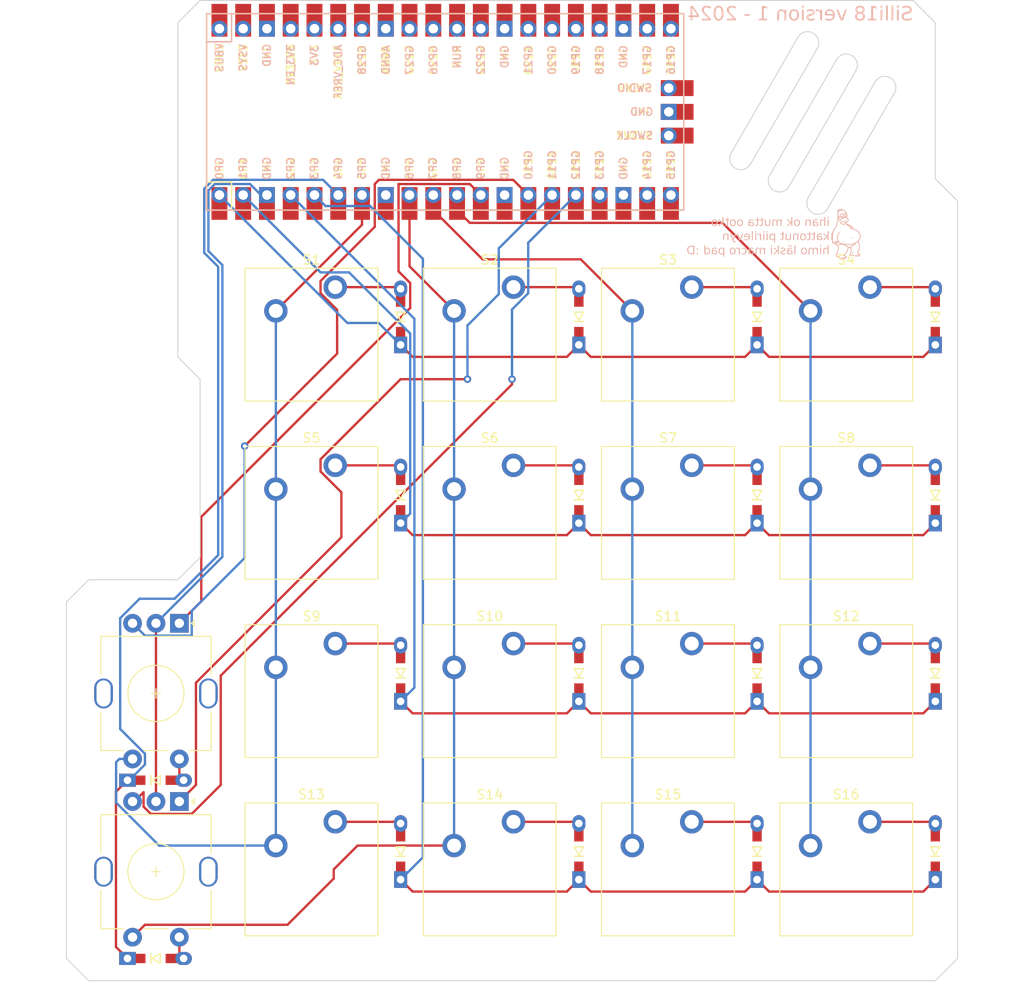
<source format=kicad_pcb>
(kicad_pcb (version 20221018) (generator pcbnew)
  (layers (0 "F.Cu" signal) (31 "B.Cu" signal) (34 "B.Paste" user) (35 "F.Paste" user) (36 "B.SilkS" user "B.Silkscreen") (37 "F.SilkS" user "F.Silkscreen") (38 "B.Mask" user) (39 "F.Mask" user) (44 "Edge.Cuts" user))
  (net 0 "")
  (net 1 "ROW0")
  (net 2 "Net-(D1-A)")
  (net 3 "Net-(D2-A)")
  (net 4 "Net-(D3-A)")
  (net 5 "Net-(D4-A)")
  (net 6 "ROW1")
  (net 7 "Net-(D5-A)")
  (net 8 "Net-(D6-A)")
  (net 9 "Net-(D7-A)")
  (net 10 "Net-(D8-A)")
  (net 11 "ROW2")
  (net 12 "Net-(D9-A)")
  (net 13 "Net-(D10-A)")
  (net 14 "Net-(D11-A)")
  (net 15 "Net-(D12-A)")
  (net 16 "ROW4")
  (net 17 "Net-(D13-A)")
  (net 18 "Net-(D14-A)")
  (net 19 "Net-(D15-A)")
  (net 20 "Net-(D16-A)")
  (net 21 "ROW3")
  (net 22 "Net-(D18-A)")
  (net 23 "COL0")
  (net 24 "COL1")
  (net 25 "COL2")
  (net 26 "COL3")
  (net 27 "R0A")
  (net 28 "R0B")
  (net 29 "GND")
  (net 30 "R1A")
  (net 33 "R1B")
  (net 59 "Net-(D17-A)")
  (footprint "kbd:D3_TH" (layer "F.Cu") (at 161.925 112.395 90)
    (fp_text reference "D12" hide)
    (fp_text value "Diode" hide)
  )
  (footprint "kbd:D3_TH" (layer "F.Cu") (at 142.875 93.345 90)
    (fp_text reference "D7" hide)
    (fp_text value "Diode" hide)
  )
  (footprint "MountingHole:MountingHole_2.2mm_M2" (layer "F.Cu") (at 123.825 66.675)
    (fp_text reference "REF**" hide)
    (fp_text value "MountingHole_2.2mm_M2")
  )
  (footprint "MountingHole:MountingHole_2.2mm_M2" (layer "F.Cu") (at 161.925 104.775)
    (fp_text reference "REF**" hide)
    (fp_text value "MountingHole_2.2mm_M2")
  )
  (footprint "kbd:D3_TH" (layer "F.Cu") (at 161.925 74.295 90)
    (fp_text reference "D4" hide)
    (fp_text value "Diode" hide)
  )
  (footprint "kbd:D3_TH" (layer "F.Cu") (at 104.775 74.295 90)
    (fp_text reference "D1" hide)
    (fp_text value "Diode" hide)
  )
  (footprint "ScottoKeebs_MX:MX_PCB_1.00u" (layer "F.Cu") (at 152.4 133.35)
    (fp_text reference "S16")
    (fp_text value "Keyswitch")
  )
  (footprint "ScottoKeebs_MX:MX_PCB_1.00u" (layer "F.Cu") (at 114.3 133.35)
    (fp_text reference "S14")
    (fp_text value "Keyswitch")
  )
  (footprint "ScottoKeebs_MX:MX_PCB_1.00u" (layer "F.Cu") (at 133.35 114.3)
    (fp_text reference "S11")
    (fp_text value "Keyswitch")
  )
  (footprint "ScottoKeebs_MX:MX_PCB_1.00u" (layer "F.Cu") (at 133.35 76.2)
    (fp_text reference "S3")
    (fp_text value "Keyswitch")
  )
  (footprint "ScottoKeebs_MX:MX_PCB_1.00u" (layer "F.Cu") (at 152.4 95.25)
    (fp_text reference "S8")
    (fp_text value "Keyswitch")
  )
  (footprint "MountingHole:MountingHole_2.2mm_M2" (layer "F.Cu") (at 161.925 66.675)
    (fp_text reference "REF**" hide)
    (fp_text value "MountingHole_2.2mm_M2")
  )
  (footprint "kbd:D3_TH" (layer "F.Cu") (at 161.925 93.345 90)
    (fp_text reference "D8" hide)
    (fp_text value "Diode" hide)
  )
  (footprint "ScottoKeebs_MCU:Raspberry_Pi_Pico" (layer "F.Cu") (at 109.5375 52.3875 90)
    (fp_text reference "U1" hide)
    (fp_text value "Raspberry_Pi_Pico" hide)
  )
  (footprint "kbd:D3_TH" (layer "F.Cu") (at 104.775 112.395 90)
    (fp_text reference "D9" hide)
    (fp_text value "Diode" hide)
  )
  (footprint "ScottoKeebs_MX:MX_PCB_1.00u" (layer "F.Cu") (at 133.35 133.35)
    (fp_text reference "S15")
    (fp_text value "Keyswitch")
  )
  (footprint "ScottoKeebs_MX:MX_PCB_1.00u" (layer "F.Cu") (at 95.25 76.2)
    (fp_text reference "S1")
    (fp_text value "Keyswitch")
  )
  (footprint "kbd:D3_TH" (layer "F.Cu") (at 104.775 131.445 90)
    (fp_text reference "D13" hide)
    (fp_text value "Diode" hide)
  )
  (footprint "MountingHole:MountingHole_2.2mm_M2" (layer "F.Cu") (at 123.825 104.775)
    (fp_text reference "REF**" hide)
    (fp_text value "MountingHole_2.2mm_M2")
  )
  (footprint "ScottoKeebs_MX:MX_PCB_1.00u" (layer "F.Cu") (at 95.25 133.35)
    (fp_text reference "S13")
    (fp_text value "Keyswitch")
  )
  (footprint "ScottoKeebs_MX:MX_PCB_1.00u" (layer "F.Cu") (at 152.4 76.2)
    (fp_text reference "S4")
    (fp_text value "Keyswitch")
  )
  (footprint "MountingHole:MountingHole_2.2mm_M2" (layer "F.Cu") (at 85.725 104.775)
    (fp_text reference "REF**" hide)
    (fp_text value "MountingHole_2.2mm_M2")
  )
  (footprint "ScottoKeebs_MX:MX_PCB_1.00u" (layer "F.Cu") (at 95.25 114.3)
    (fp_text reference "S9")
    (fp_text value "Keyswitch")
  )
  (footprint "ScottoKeebs_MX:MX_PCB_1.00u" (layer "F.Cu") (at 152.4 114.3)
    (fp_text reference "S12")
    (fp_text value "Keyswitch")
  )
  (footprint "kbd:D3_TH" (layer "F.Cu") (at 123.825 74.295 90)
    (fp_text reference "D2" hide)
    (fp_text value "Diode" hide)
  )
  (footprint "kbd:D3_TH" (layer "F.Cu") (at 161.925 131.445 90)
    (fp_text reference "D16" hide)
    (fp_text value "Diode" hide)
  )
  (footprint "kbd:D3_TH" (layer "F.Cu") (at 123.825 93.345 90)
    (fp_text reference "D6" hide)
    (fp_text value "Diode" hide)
  )
  (footprint "kbd:D3_TH" (layer "F.Cu") (at 78.58125 142.875)
    (fp_text reference "D18" hide)
    (fp_text value "Diode" hide)
  )
  (footprint "kbd:D3_TH" (layer "F.Cu") (at 104.775 93.345 90)
    (fp_text reference "D5" hide)
    (fp_text value "Diode" hide)
  )
  (footprint "ScottoKeebs_MX:MX_PCB_1.00u" (layer "F.Cu") (at 114.3 76.2)
    (fp_text reference "S2")
    (fp_text value "Keyswitch")
  )
  (footprint "ScottoKeebs_MX:MX_PCB_1.00u" (layer "F.Cu") (at 133.35 95.25)
    (fp_text reference "S7")
    (fp_text value "Keyswitch")
  )
  (footprint "kbd:D3_TH" (layer "F.Cu") (at 78.58125 123.825)
    (fp_text reference "D17" hide)
    (fp_text value "Diode" hide)
  )
  (footprint "Keebio-Parts.pretty-master:RotaryEncoder_EC11" (layer "F.Cu") (at 78.625 133.6 -90)
    (fp_text reference "SW2")
    (fp_text value "RotaryEncoder_Switch")
  )
  (footprint "kbd:D3_TH" (layer "F.Cu") (at 123.825 112.395 90)
    (fp_text reference "D10" hide)
    (fp_text value "Diode" hide)
  )
  (footprint "Keebio-Parts.pretty-master:RotaryEncoder_EC11" (layer "F.Cu") (at 78.625 114.55 -90)
    (fp_text reference "SW1")
    (fp_text value "RotaryEncoder_Switch")
  )
  (footprint "kbd:D3_TH" (layer "F.Cu") (at 123.825 131.445 90)
    (fp_text reference "D14" hide)
    (fp_text value "Diode" hide)
  )
  (footprint "MountingHole:MountingHole_2.2mm_M2" (layer "F.Cu") (at 85.725 142.875)
    (fp_text reference "REF**" hide)
    (fp_text value "MountingHole_2.2mm_M2")
  )
  (footprint "ScottoKeebs_MX:MX_PCB_1.00u" (layer "F.Cu") (at 95.25 95.25)
    (fp_text reference "S5")
    (fp_text value "Keyswitch")
  )
  (footprint "kbd:D3_TH" (layer "F.Cu") (at 142.875 74.295 90)
    (fp_text reference "D3" hide)
    (fp_text value "Diode" hide)
  )
  (footprint "kbd:D3_TH" (layer "F.Cu") (at 142.875 131.445 90)
    (fp_text reference "D15" hide)
    (fp_text value "Diode" hide)
  )
  (footprint "MountingHole:MountingHole_2.2mm_M2" (layer "F.Cu") (at 85.725 66.675)
    (fp_text reference "REF**" hide)
    (fp_text value "MountingHole_2.2mm_M2")
  )
  (footprint "MountingHole:MountingHole_2.2mm_M2" (layer "F.Cu") (at 123.825 142.875)
    (fp_text reference "REF**" hide)
    (fp_text value "MountingHole_2.2mm_M2")
  )
  (footprint "ScottoKeebs_MX:MX_PCB_1.00u" (layer "F.Cu") (at 114.3 114.3)
    (fp_text reference "S10")
    (fp_text value "Keyswitch")
  )
  (footprint "ScottoKeebs_MX:MX_PCB_1.00u" (layer "F.Cu") (at 114.3 95.25)
    (fp_text reference "S6")
    (fp_text value "Keyswitch")
  )
  (footprint "MountingHole:MountingHole_2.2mm_M2" (layer "F.Cu") (at 71.4375 123.825)
    (fp_text reference "REF**" hide)
    (fp_text value "MountingHole_2.2mm_M2")
  )
  (footprint "MountingHole:MountingHole_2.2mm_M2" (layer "F.Cu") (at 161.925 142.875)
    (fp_text reference "REF**" hide)
    (fp_text value "MountingHole_2.2mm_M2")
  )
  (footprint "kbd:D3_TH" (layer "F.Cu") (at 142.875 112.395 90)
    (fp_text reference "D11" hide)
    (fp_text value "Diode" hide)
  )
  (gr_line (start 151.962321 63.536786) (end 151.952321 63.536786) (stroke (width 0.15)) (layer "B.SilkS"))
  (gr_poly (pts (xy 151.543723 67.502221) (xy 151.541751 67.502337) (xy 151.539772 67.502552) (xy 151.53779 67.502866) (xy 151.535809 67.50328) (xy 151.533833 67.503792) (xy 151.531865 67.504404) (xy 151.529909 67.505115) (xy 151.527969 67.505925) (xy 151.526049 67.506835) (xy 151.524152 67.507844) (xy 151.522283 67.508952) (xy 151.520444 67.510159) (xy 151.51864 67.511465) (xy 151.516874 67.512871) (xy 151.51515 67.514376) (xy 151.513472 67.51598) (xy 151.510595 67.519353) (xy 151.508049 67.523386) (xy 151.505833 67.52808) (xy 151.503947 67.533431) (xy 151.502393 67.53944) (xy 151.501169 67.546105) (xy 151.500276 67.553425) (xy 151.499714 67.561399) (xy 151.499482 67.570027) (xy 151.499582 67.579307) (xy 151.500012 67.589238) (xy 151.500772 67.599819) (xy 151.501864 67.611049) (xy 151.503286 67.622927) (xy 151.507122 67.648624) (xy 151.508304 67.654781) (xy 151.509598 67.660683) (xy 151.511002 67.666328) (xy 151.512512 67.671713) (xy 151.514124 67.676834) (xy 151.515836 67.68169) (xy 151.517645 67.686277) (xy 151.519547 67.690593) (xy 151.521538 67.694636) (xy 151.523616 67.698401) (xy 151.525778 67.701888) (xy 151.52802 67.705092) (xy 151.530339 67.708011) (xy 151.532732 67.710643) (xy 151.535195 67.712985) (xy 151.537726 67.715034) (xy 151.54032 67.716788) (xy 151.542976 67.718243) (xy 151.545689 67.719397) (xy 151.548457 67.720247) (xy 151.551275 67.720791) (xy 151.554142 67.721026) (xy 151.557053 67.720949) (xy 151.560006 67.720558) (xy 151.562997 67.719849) (xy 151.566023 67.71882) (xy 151.569081 67.717468) (xy 151.572167 67.715791) (xy 151.575279 67.713786) (xy 151.578413 67.71145) (xy 151.581565 67.70878) (xy 151.584733 67.705774) (xy 151.586984 67.703445) (xy 151.588979 67.701202) (xy 151.590728 67.699012) (xy 151.592241 67.696844) (xy 151.593526 67.694669) (xy 151.594593 67.692454) (xy 151.595452 67.690169) (xy 151.59611 67.687782) (xy 151.596579 67.685264) (xy 151.596867 67.682582) (xy 151.596983 67.679705) (xy 151.596937 67.676604) (xy 151.596738 67.673246) (xy 151.596396 67.6696) (xy 151.595919 67.665637) (xy 151.595317 67.661324) (xy 151.594229 67.654537) (xy 151.593101 67.646055) (xy 151.590819 67.625429) (xy 151.588669 67.602289) (xy 151.58685 67.579479) (xy 151.58628 67.573596) (xy 151.585633 67.567863) (xy 151.584914 67.562299) (xy 151.584127 67.556924) (xy 151.583278 67.551755) (xy 151.582373 67.546812) (xy 151.581416 67.542112) (xy 151.580412 67.537675) (xy 151.579367 67.53352) (xy 151.578286 67.529664) (xy 151.577173 67.526126) (xy 151.576035 67.522925) (xy 151.574877 67.52008) (xy 151.573702 67.517608) (xy 151.572518 67.51553) (xy 151.571328 67.513863) (xy 151.569971 67.512391) (xy 151.568547 67.511019) (xy 151.56706 67.509745) (xy 151.565514 67.508571) (xy 151.563913 67.507497) (xy 151.56226 67.506521) (xy 151.56056 67.505644) (xy 151.558815 67.504867) (xy 151.557031 67.504189) (xy 151.555209 67.50361) (xy 151.553355 67.503131) (xy 151.551472 67.502751) (xy 151.549563 67.502469) (xy 151.547633 67.502287) (xy 151.545685 67.502205)) (fill solid) (layer "B.SilkS"))
  (gr_poly (pts (xy 153.067797 67.354393) (xy 153.065264 67.354784) (xy 153.062768 67.355378) (xy 153.060314 67.356171) (xy 153.057908 67.357163) (xy 153.055555 67.358352) (xy 153.05326 67.359735) (xy 153.051028 67.361311) (xy 153.048865 67.363079) (xy 153.046776 67.365036) (xy 153.044766 67.36718) (xy 153.042841 67.369511) (xy 153.041006 67.372025) (xy 153.039266 67.374721) (xy 153.037626 67.377598) (xy 153.036093 67.380653) (xy 153.03467 67.383886) (xy 153.033364 67.387293) (xy 153.03218 67.390873) (xy 153.031122 67.394624) (xy 153.029841 67.400019) (xy 153.028646 67.406364) (xy 153.026525 67.4216) (xy 153.024785 67.439731) (xy 153.023449 67.460153) (xy 153.022544 67.48226) (xy 153.022093 67.505451) (xy 153.022122 67.529122) (xy 153.022656 67.552668) (xy 153.022894 67.557676) (xy 153.02334 67.562509) (xy 153.023984 67.567162) (xy 153.02482 67.57163) (xy 153.02584 67.575908) (xy 153.027035 67.579991) (xy 153.028398 67.583873) (xy 153.029921 67.587549) (xy 153.031595 67.591015) (xy 153.033414 67.594265) (xy 153.035368 67.597293) (xy 153.037452 67.600095) (xy 153.039655 67.602666) (xy 153.041971 67.605) (xy 153.044392 67.607092) (xy 153.046909 67.608937) (xy 153.049515 67.610529) (xy 153.052203 67.611865) (xy 153.054963 67.612938) (xy 153.057789 67.613743) (xy 153.060672 67.614276) (xy 153.063604 67.61453) (xy 153.066578 67.614501) (xy 153.069586 67.614184) (xy 153.07262 67.613574) (xy 153.075671 67.612664) (xy 153.078733 67.611451) (xy 153.081797 67.609929) (xy 153.084855 67.608092) (xy 153.0879 67.605937) (xy 153.090923 67.603456) (xy 153.093917 67.600646) (xy 153.095928 67.598512) (xy 153.097734 67.596303) (xy 153.099346 67.593961) (xy 153.100774 67.59143) (xy 153.102028 67.58865) (xy 153.103119 67.585565) (xy 153.104057 67.582116) (xy 153.104853 67.578245) (xy 153.105516 67.573894) (xy 153.106057 67.569006) (xy 153.106487 67.563523) (xy 153.106815 67.557387) (xy 153.107209 67.542923) (xy 153.107322 67.525152) (xy 153.107186 67.51196) (xy 153.107289 67.498065) (xy 153.107608 67.483889) (xy 153.108116 67.469854) (xy 153.10879 67.456381) (xy 153.109604 67.443892) (xy 153.110535 67.432808) (xy 153.111556 67.423552) (xy 153.112282 67.41726) (xy 153.112868 67.41158) (xy 153.113304 67.406462) (xy 153.113584 67.401856) (xy 153.113698 67.397714) (xy 153.113691 67.395801) (xy 153.113639 67.393985) (xy 153.113542 67.39226) (xy 153.113398 67.39062) (xy 153.113207 67.389058) (xy 153.112967 67.387569) (xy 153.112677 67.386145) (xy 153.112337 67.384782) (xy 153.111945 67.383473) (xy 153.1115 67.382211) (xy 153.111002 67.38099) (xy 153.110449 67.379805) (xy 153.10984 67.378648) (xy 153.109174 67.377514) (xy 153.108451 67.376397) (xy 153.107668 67.37529) (xy 153.106826 67.374187) (xy 153.105922 67.373082) (xy 153.103928 67.370842) (xy 153.101678 67.368518) (xy 153.099146 67.366118) (xy 153.096583 67.363943) (xy 153.093993 67.361993) (xy 153.091382 67.360264) (xy 153.088755 67.358755) (xy 153.086117 67.357465) (xy 153.083474 67.356391) (xy 153.080831 67.355532) (xy 153.078192 67.354885) (xy 153.075565 67.35445) (xy 153.072953 67.354224) (xy 153.070362 67.354206)) (fill solid) (layer "B.SilkS"))
  (gr_poly (pts (xy 151.844257 62.756379) (xy 151.829957 62.757255) (xy 151.81503 62.758751) (xy 151.799687 62.760827) (xy 151.784141 62.763446) (xy 151.768603 62.766569) (xy 151.753285 62.770158) (xy 151.7384 62.774175) (xy 151.724158 62.778582) (xy 151.710772 62.783341) (xy 151.698453 62.788412) (xy 151.687414 62.793758) (xy 151.677867 62.799341) (xy 151.67611 62.80039) (xy 151.674033 62.801416) (xy 151.671662 62.802414) (xy 151.669025 62.803376) (xy 151.666148 62.804297) (xy 151.663058 62.80517) (xy 151.659782 62.80599) (xy 151.656347 62.806749) (xy 151.65278 62.807443) (xy 151.649107 62.808064) (xy 151.645356 62.808607) (xy 151.641553 62.809065) (xy 151.637725 62.809431) (xy 151.633899 62.809701) (xy 151.630102 62.809868) (xy 151.626361 62.809924) (xy 151.620041 62.810031) (xy 151.613782 62.810351) (xy 151.607589 62.810881) (xy 151.601464 62.811618) (xy 151.595413 62.81256) (xy 151.589438 62.813706) (xy 151.583543 62.815051) (xy 151.577733 62.816594) (xy 151.57201 62.818333) (xy 151.56638 62.820264) (xy 151.560844 62.822386) (xy 151.555407 62.824696) (xy 151.550074 62.827191) (xy 151.544847 62.829869) (xy 151.53973 62.832728) (xy 151.534727 62.835765) (xy 151.529842 62.838978) (xy 151.525079 62.842364) (xy 151.520441 62.845921) (xy 151.515932 62.849646) (xy 151.511556 62.853537) (xy 151.507316 62.857592) (xy 151.503217 62.861807) (xy 151.499262 62.866181) (xy 151.495455 62.870712) (xy 151.491799 62.875395) (xy 151.488298 62.88023) (xy 151.484957 62.885214) (xy 151.481778 62.890343) (xy 151.478765 62.895617) (xy 151.475923 62.901032) (xy 151.473255 62.906586) (xy 151.467844 62.918781) (xy 151.46562 62.924281) (xy 151.463698 62.929538) (xy 151.46206 62.934672) (xy 151.460692 62.939799) (xy 151.459578 62.945038) (xy 151.458704 62.950506) (xy 151.458052 62.956322) (xy 151.457608 62.962603) (xy 151.457356 62.969466) (xy 151.457281 62.977031) (xy 151.4576 62.994733) (xy 151.458439 63.016652) (xy 151.459372 63.035788) (xy 151.459951 63.044486) (xy 151.460611 63.052657) (xy 151.461358 63.060341) (xy 151.462197 63.067576) (xy 151.463133 63.074402) (xy 151.464172 63.080858) (xy 151.465318 63.086983) (xy 151.466576 63.092816) (xy 151.467953 63.098398) (xy 151.469452 63.103766) (xy 151.47108 63.108961) (xy 151.472841 63.114022) (xy 151.47474 63.118987) (xy 151.476783 63.123897) (xy 151.481684 63.135283) (xy 151.483648 63.140114) (xy 151.485294 63.144479) (xy 151.486626 63.148459) (xy 151.487648 63.152137) (xy 151.488044 63.153887) (xy 151.488364 63.155593) (xy 151.488608 63.157264) (xy 151.488778 63.15891) (xy 151.488873 63.160541) (xy 151.488894 63.162169) (xy 151.488842 63.163802) (xy 151.488717 63.165451) (xy 151.48852 63.167127) (xy 151.488251 63.168839) (xy 151.487499 63.172414) (xy 151.486466 63.176258) (xy 151.485156 63.180452) (xy 151.483574 63.185079) (xy 151.481722 63.190219) (xy 151.475626 63.210055) (xy 151.470522 63.231439) (xy 151.466343 63.25512) (xy 151.463025 63.281853) (xy 151.460501 63.312389) (xy 151.458704 63.347481) (xy 151.457568 63.38788) (xy 151.457028 63.434341) (xy 151.456916 63.472999) (xy 151.457193 63.50429) (xy 151.457516 63.517661) (xy 151.457983 63.529777) (xy 151.458609 63.540832) (xy 151.459409 63.551022) (xy 151.4604 63.560543) (xy 151.461596 63.569588) (xy 151.463014 63.578355) (xy 151.464668 63.587039) (xy 151.466574 63.595833) (xy 151.468748 63.604935) (xy 151.473961 63.624841) (xy 151.476928 63.63613) (xy 151.479473 63.646227) (xy 151.481589 63.655197) (xy 151.482482 63.65928) (xy 151.483266 63.663106) (xy 151.483937 63.666683) (xy 151.484496 63.670019) (xy 151.484942 63.673122) (xy 151.485272 63.676001) (xy 151.485487 63.678662) (xy 151.485585 63.681116) (xy 151.485565 63.683369) (xy 151.485427 63.68543) (xy 151.485168 63.687308) (xy 151.484789 63.689009) (xy 151.484287 63.690543) (xy 151.483663 63.691917) (xy 151.482914 63.69314) (xy 151.482041 63.694219) (xy 151.481041 63.695163) (xy 151.479914 63.695981) (xy 151.47866 63.696679) (xy 151.477275 63.697267) (xy 151.475761 63.697752) (xy 151.474116 63.698143) (xy 151.472338 63.698447) (xy 151.470427 63.698674) (xy 151.468381 63.69883) (xy 151.4662 63.698924) (xy 151.464479 63.699059) (xy 151.462757 63.699458) (xy 151.461038 63.700112) (xy 151.459326 63.701012) (xy 151.457625 63.702149) (xy 151.455937 63.703515) (xy 151.452618 63.706895) (xy 151.449398 63.711081) (xy 151.446307 63.716002) (xy 151.443372 63.721587) (xy 151.440624 63.727764) (xy 151.43809 63.734462) (xy 151.435801 63.741609) (xy 151.433784 63.749134) (xy 151.432069 63.756967) (xy 151.430685 63.765035) (xy 151.42966 63.773268) (xy 151.429024 63.781593) (xy 151.428806 63.789941) (xy 151.428997 63.799667) (xy 151.429579 63.809017) (xy 151.430559 63.818009) (xy 151.431948 63.826663) (xy 151.433754 63.834998) (xy 151.435987 63.843035) (xy 151.438656 63.850793) (xy 151.44177 63.858292) (xy 151.44534 63.86555) (xy 151.449373 63.872589) (xy 151.45388 63.879427) (xy 151.458869 63.886084) (xy 151.46435 63.89258) (xy 151.470333 63.898934) (xy 151.476826 63.905166) (xy 151.483839 63.911296) (xy 151.51065 63.933874) (xy 151.467611 64.019246) (xy 151.451062 64.054151) (xy 151.433645 64.095016) (xy 151.416079 64.139735) (xy 151.399084 64.186199) (xy 151.383379 64.232298) (xy 151.369682 64.275925) (xy 151.358715 64.314972) (xy 151.351195 64.34733) (xy 151.349879 64.356675) (xy 151.348604 64.368518) (xy 151.347412 64.382379) (xy 151.346344 64.397777) (xy 151.345441 64.414233) (xy 151.344745 64.431269) (xy 151.344297 64.448403) (xy 151.344139 64.465157) (xy 151.344071 64.490941) (xy 151.343948 64.501549) (xy 151.343731 64.51082) (xy 151.343394 64.518892) (xy 151.343172 64.522522) (xy 151.342911 64.525904) (xy 151.342607 64.529056) (xy 151.342257 64.531994) (xy 151.341857 64.534737) (xy 151.341405 64.537301) (xy 151.340897 64.539703) (xy 151.34033 64.541962) (xy 151.339701 64.544094) (xy 151.339006 64.546117) (xy 151.338242 64.548048) (xy 151.337407 64.549905) (xy 151.336496 64.551703) (xy 151.335507 64.553462) (xy 151.334436 64.555198) (xy 151.333281 64.556929) (xy 151.332037 64.558672) (xy 151.330702 64.560444) (xy 151.327745 64.564144) (xy 151.324384 64.568169) (xy 151.318537 64.57512) (xy 151.309754 64.586072) (xy 151.285137 64.617734) (xy 151.254037 64.658656) (xy 151.219961 64.704341) (xy 151.170292 64.771781) (xy 151.147827 64.803412) (xy 151.126883 64.833755) (xy 151.107414 64.862887) (xy 151.089377 64.890885) (xy 151.072726 64.917826) (xy 151.057419 64.943789) (xy 151.043409 64.96885) (xy 151.030653 64.993088) (xy 151.019106 65.01658) (xy 151.008724 65.039402) (xy 150.999463 65.061634) (xy 150.991277 65.083352) (xy 150.984123 65.104634) (xy 150.977955 65.125557) (xy 150.976071 65.132064) (xy 150.974123 65.138352) (xy 150.972116 65.14442) (xy 150.970051 65.150263) (xy 150.967933 65.155879) (xy 150.965764 65.161264) (xy 150.963548 65.166415) (xy 150.961287 65.17133) (xy 150.958985 65.176006) (xy 150.956644 65.180438) (xy 150.954269 65.184624) (xy 150.951861 65.188561) (xy 150.949425 65.192247) (xy 150.946962 65.195676) (xy 150.944477 65.198848) (xy 150.941973 65.201758) (xy 150.936391 65.208389) (xy 150.930292 65.216775) (xy 150.923772 65.22672) (xy 150.916925 65.238027) (xy 150.902632 65.263943) (xy 150.888174 65.292951) (xy 150.874311 65.32348) (xy 150.861804 65.353959) (xy 150.856296 65.368689) (xy 150.851413 65.382818) (xy 150.847249 65.396149) (xy 150.8439 65.408485) (xy 150.834808 65.445756) (xy 150.827518 65.481091) (xy 150.821849 65.51646) (xy 150.817618 65.55383) (xy 150.814644 65.595168) (xy 150.812745 65.642443) (xy 150.811739 65.697623) (xy 150.811445 65.762674) (xy 150.81176 65.830718) (xy 150.812212 65.859839) (xy 150.812911 65.886069) (xy 150.813895 65.909691) (xy 150.815202 65.930986) (xy 150.816872 65.950237) (xy 150.818941 65.967726) (xy 150.821449 65.983735) (xy 150.824433 65.998546) (xy 150.827931 66.012441) (xy 150.831983 66.025703) (xy 150.836626 66.038613) (xy 150.841898 66.051454) (xy 150.847838 66.064508) (xy 150.854484 66.078057) (xy 150.859631 66.089101) (xy 150.86192 66.09468) (xy 150.864042 66.100393) (xy 150.86601 66.106312) (xy 150.867841 66.112511) (xy 150.86955 66.119061) (xy 150.871152 66.126035) (xy 150.8741 66.141544) (xy 150.876808 66.159615) (xy 150.8794 66.180829) (xy 150.882 66.205763) (xy 150.88407 66.22453) (xy 150.88652 66.243455) (xy 150.889268 66.262032) (xy 150.892231 66.279758) (xy 150.895326 66.296128) (xy 150.89847 66.310637) (xy 150.901582 66.322782) (xy 150.9031 66.32781) (xy 150.904578 66.332057) (xy 150.906091 66.336158) (xy 150.907843 66.34038) (xy 150.912008 66.349126) (xy 150.916968 66.358174) (xy 150.922614 66.367401) (xy 150.928838 66.376687) (xy 150.935534 66.385908) (xy 150.942594 66.394944) (xy 150.94991 66.403671) (xy 150.957375 66.411969) (xy 150.964881 66.419714) (xy 150.972321 66.426786) (xy 150.979587 66.433062) (xy 150.986573 66.43842) (xy 150.993169 66.442739) (xy 150.996288 66.44447) (xy 150.99927 66.445895) (xy 151.0021 66.447) (xy 151.004767 66.447768) (xy 151.00669 66.44837) (xy 151.008744 66.449111) (xy 151.010909 66.449979) (xy 151.013167 66.450965) (xy 151.0155 66.452059) (xy 151.017888 66.45325) (xy 151.020314 66.454528) (xy 151.022758 66.455882) (xy 151.025203 66.457303) (xy 151.027629 66.458779) (xy 151.030017 66.460301) (xy 151.03235 66.461858) (xy 151.034608 66.463439) (xy 151.036773 66.465035) (xy 151.038827 66.466636) (xy 151.04075 66.46823) (xy 151.047599 66.474122) (xy 151.055359 66.480115) (xy 151.063898 66.486143) (xy 151.073084 66.492141) (xy 151.082788 66.498044) (xy 151.092877 66.503787) (xy 151.103221 66.509305) (xy 151.113687 66.514532) (xy 151.124145 66.519403) (xy 151.134464 66.523854) (xy 151.144511 66.527819) (xy 151.154157 66.531234) (xy 151.163269 66.534032) (xy 151.171717 66.536149) (xy 151.179369 66.53752) (xy 151.186095 66.53808) (xy 151.190815 66.538389) (xy 151.195214 66.538803) (xy 151.199337 66.539343) (xy 151.203226 66.540031) (xy 151.206925 66.540888) (xy 151.210478 66.541937) (xy 151.213926 66.543198) (xy 151.217315 66.544694) (xy 151.220688 66.546447) (xy 151.224087 66.548477) (xy 151.227557 66.550807) (xy 151.23114 66.553458) (xy 151.23488 66.556453) (xy 151.238821 66.559813) (xy 151.243006 66.563559) (xy 151.247478 66.567713) (xy 151.260679 66.579876) (xy 151.274045 66.591728) (xy 151.287508 66.603222) (xy 151.301001 66.614313) (xy 151.314457 66.624952) (xy 151.327808 66.635095) (xy 151.340988 66.644694) (xy 151.353929 66.653702) (xy 151.366564 66.662075) (xy 151.378826 66.669764) (xy 151.390647 66.676723) (xy 151.401962 66.682906) (xy 151.412701 66.688266) (xy 151.422799 66.692757) (xy 151.432188 66.696333) (xy 151.4408 66.698946) (xy 151.443148 66.699932) (xy 151.445683 66.701674) (xy 151.451251 66.707278) (xy 151.457382 66.715457) (xy 151.463951 66.725912) (xy 151.470834 66.738343) (xy 151.477908 66.75245) (xy 151.485047 66.767934) (xy 151.492129 66.784495) (xy 151.499029 66.801833) (xy 151.505623 66.819649) (xy 151.511787 66.837642) (xy 151.517397 66.855513) (xy 151.522329 66.872963) (xy 151.526459 66.889692) (xy 151.529663 66.905399) (xy 151.531817 66.919785) (xy 151.532678 66.928765) (xy 151.533149 66.938474) (xy 151.533238 66.948866) (xy 151.532952 66.959892) (xy 151.532298 66.971505) (xy 151.531283 66.983657) (xy 151.528201 67.009391) (xy 151.523762 67.036712) (xy 151.518025 67.06524) (xy 151.511048 67.094595) (xy 151.502889 67.124396) (xy 151.493706 67.151958) (xy 151.481017 67.185217) (xy 151.465682 67.222263) (xy 151.448561 67.261186) (xy 151.430514 67.300076) (xy 151.412402 67.337022) (xy 151.395082 67.370116) (xy 151.379417 67.397446) (xy 151.370682 67.412388) (xy 151.362224 67.428312) (xy 151.354073 67.445124) (xy 151.346256 67.462732) (xy 151.338803 67.481043) (xy 151.331742 67.499964) (xy 151.325103 67.519402) (xy 151.318915 67.539263) (xy 151.313207 67.559455) (xy 151.308007 67.579885) (xy 151.303344 67.600459) (xy 151.299248 67.621085) (xy 151.295747 67.64167) (xy 151.29287 67.66212) (xy 151.290647 67.682343) (xy 151.289106 67.702246) (xy 151.288535 67.716954) (xy 151.288445 67.723372) (xy 151.28851 67.729289) (xy 151.288749 67.734796) (xy 151.28918 67.739987) (xy 151.289822 67.744951) (xy 151.290693 67.749783) (xy 151.291812 67.754573) (xy 151.293198 67.759414) (xy 151.29487 67.764398) (xy 151.296845 67.769616) (xy 151.299142 67.775161) (xy 151.301781 67.781124) (xy 151.308155 67.794674) (xy 151.313306 67.804553) (xy 151.318533 67.813614) (xy 151.323982 67.821947) (xy 151.329796 67.829643) (xy 151.336118 67.836794) (xy 151.343093 67.84349) (xy 151.350863 67.849822) (xy 151.359573 67.855881) (xy 151.369366 67.861758) (xy 151.380385 67.867545) (xy 151.392776 67.873331) (xy 151.40668 67.879208) (xy 151.422242 67.885268) (xy 151.439605 67.8916) (xy 151.480311 67.905446) (xy 151.517926 67.918047) (xy 151.534013 67.923702) (xy 151.548662 67.929126) (xy 151.562153 67.934468) (xy 151.574767 67.939875) (xy 151.586787 67.945498) (xy 151.598492 67.951484) (xy 151.610164 67.957983) (xy 151.622084 67.965143) (xy 151.634533 67.973113) (xy 151.647792 67.982043) (xy 151.677867 68.003375) (xy 151.714556 68.03033) (xy 151.752248 68.058177) (xy 151.787492 68.083775) (xy 151.816255 68.104347) (xy 151.8345 68.117113) (xy 151.846159 68.124654) (xy 151.857856 68.131403) (xy 151.869597 68.137363) (xy 151.881386 68.142535) (xy 151.893229 68.146922) (xy 151.905131 68.150525) (xy 151.917097 68.153347) (xy 151.929133 68.15539) (xy 151.941242 68.156655) (xy 151.953432 68.157145) (xy 151.965706 68.156862) (xy 151.97807 68.155808) (xy 151.990529 68.153986) (xy 152.003088 68.151396) (xy 152.015753 68.148041) (xy 152.028528 68.143924) (xy 152.032615 68.142494) (xy 152.036913 68.141118) (xy 152.046002 68.138544) (xy 152.055503 68.136234) (xy 152.065129 68.134222) (xy 152.074589 68.132541) (xy 152.083594 68.131224) (xy 152.091856 68.130303) (xy 152.099083 68.129813) (xy 152.102884 68.129723) (xy 152.106868 68.129456) (xy 152.111019 68.129017) (xy 152.115322 68.128413) (xy 152.119762 68.127647) (xy 152.124322 68.126725) (xy 152.128988 68.125652) (xy 152.133744 68.124433) (xy 152.138574 68.123074) (xy 152.143463 68.121579) (xy 152.148396 68.119954) (xy 152.153356 68.118204) (xy 152.163299 68.11435) (xy 152.16825 68.112256) (xy 152.173167 68.110057) (xy 152.179734 68.107062) (xy 152.185717 68.104418) (xy 152.191177 68.102114) (xy 152.196175 68.100135) (xy 152.200771 68.098471) (xy 152.205028 68.097109) (xy 152.209006 68.096036) (xy 152.212766 68.095241) (xy 152.216369 68.094709) (xy 152.219875 68.09443) (xy 152.223347 68.094391) (xy 152.226844 68.094579) (xy 152.230428 68.094982) (xy 152.23416 68.095588) (xy 152.238101 68.096384) (xy 152.242311 68.097357) (xy 152.246513 68.098331) (xy 152.250425 68.099128) (xy 152.254106 68.099737) (xy 152.257613 68.100146) (xy 152.261004 68.100345) (xy 152.264338 68.100321) (xy 152.267671 68.100064) (xy 152.271063 68.099562) (xy 152.27457 68.098804) (xy 152.27825 68.097778) (xy 152.282163 68.096473) (xy 152.286364 68.094877) (xy 152.290913 68.09298) (xy 152.295867 68.090769) (xy 152.307222 68.085363) (xy 152.311203 68.083432) (xy 152.315191 68.081356) (xy 152.319161 68.079156) (xy 152.323086 68.076852) (xy 152.326941 68.074466) (xy 152.3307 68.072018) (xy 152.334337 68.069529) (xy 152.337826 68.067018) (xy 152.341141 68.064508) (xy 152.344257 68.062019) (xy 152.347148 68.059571) (xy 152.349787 68.057185) (xy 152.35215 68.054881) (xy 152.354209 68.052681) (xy 152.35594 68.050605) (xy 152.357317 68.048674) (xy 152.358612 68.046783) (xy 152.360103 68.044825) (xy 152.361772 68.042815) (xy 152.363601 68.040769) (xy 152.365569 68.038703) (xy 152.36766 68.036631) (xy 152.369854 68.03457) (xy 152.372133 68.032534) (xy 152.374478 68.03054) (xy 152.376871 68.028603) (xy 152.379293 68.026738) (xy 152.381724 68.024961) (xy 152.384148 68.023287) (xy 152.386545 68.021732) (xy 152.388896 68.020311) (xy 152.391183 68.019041) (xy 152.400358 68.014076) (xy 152.409083 68.008722) (xy 152.417338 68.003004) (xy 152.425105 67.996948) (xy 152.432364 67.990577) (xy 152.439094 67.983917) (xy 152.445276 67.976993) (xy 152.450891 67.969828) (xy 152.455919 67.962449) (xy 152.46034 67.954879) (xy 152.464135 67.947144) (xy 152.467284 67.939269) (xy 152.469768 67.931278) (xy 152.470754 67.927246) (xy 152.471566 67.923195) (xy 152.472202 67.919128) (xy 152.472659 67.915047) (xy 152.472935 67.910956) (xy 152.473028 67.906857) (xy 152.472965 67.902782) (xy 152.47276 67.89899) (xy 152.472386 67.895436) (xy 152.471815 67.892074) (xy 152.471021 67.888856) (xy 152.469977 67.885736) (xy 152.469353 67.884199) (xy 152.468656 67.882668) (xy 152.467031 67.879605) (xy 152.465075 67.876501) (xy 152.462761 67.873309) (xy 152.460063 67.869983) (xy 152.456954 67.866475) (xy 152.453407 67.862741) (xy 152.449394 67.858732) (xy 152.44489 67.854403) (xy 152.439866 67.849707) (xy 152.43617 67.846429) (xy 152.431991 67.842966) (xy 152.422371 67.835596) (xy 152.411378 67.82783) (xy 152.399385 67.819898) (xy 152.386764 67.812032) (xy 152.373886 67.804464) (xy 152.361124 67.797425) (xy 152.34885 67.791146) (xy 152.338365 67.786016) (xy 152.327875 67.780464) (xy 152.317474 67.774564) (xy 152.307255 67.768392) (xy 152.297314 67.762021) (xy 152.287744 67.755527) (xy 152.278638 67.748982) (xy 152.270092 67.742463) (xy 152.262199 67.736043) (xy 152.255054 67.729796) (xy 152.248749 67.723797) (xy 152.24338 67.718121) (xy 152.241076 67.715427) (xy 152.239041 67.712842) (xy 152.237286 67.710374) (xy 152.235825 67.708034) (xy 152.234667 67.70583) (xy 152.233826 67.703772) (xy 152.233313 67.701868) (xy 152.233139 67.700129) (xy 152.233603 67.698857) (xy 152.234965 67.696661) (xy 152.240205 67.689711) (xy 152.248505 67.679703) (xy 152.259509 67.667056) (xy 152.272861 67.652194) (xy 152.288205 67.635538) (xy 152.305187 67.617509) (xy 152.32345 67.59853) (xy 152.358522 67.561659) (xy 152.390345 67.526939) (xy 152.419159 67.493908) (xy 152.445202 67.462104) (xy 152.468716 67.431064) (xy 152.489939 67.400328) (xy 152.509112 67.369432) (xy 152.526474 67.337915) (xy 152.542265 67.305315) (xy 152.556724 67.27117) (xy 152.570093 67.235018) (xy 152.582609 67.196396) (xy 152.594514 67.154844) (xy 152.606047 67.109898) (xy 152.617448 67.061097) (xy 152.628956 67.00798) (xy 152.635074 66.979008) (xy 152.640333 66.955063) (xy 152.644136 66.938527) (xy 152.645306 66.933781) (xy 152.645889 66.93178) (xy 152.64643 66.931507) (xy 152.647507 66.93122) (xy 152.651158 66.930611) (xy 152.656629 66.929969) (xy 152.663704 66.92931) (xy 152.681806 66.928009) (xy 152.703744 66.926841) (xy 152.715587 66.92609) (xy 152.728108 66.924934) (xy 152.740927 66.92343) (xy 152.753663 66.921637) (xy 152.765935 66.919613) (xy 152.777365 66.917415) (xy 152.78757 66.915101) (xy 152.792096 66.913919) (xy 152.796172 66.91273) (xy 152.800104 66.911573) (xy 152.803951 66.910486) (xy 152.807692 66.909474) (xy 152.811308 66.90854) (xy 152.81478 66.907689) (xy 152.818087 66.906925) (xy 152.82121 66.906252) (xy 152.82413 66.905674) (xy 152.826826 66.905195) (xy 152.82928 66.90482) (xy 152.83147 66.904552) (xy 152.833379 66.904395) (xy 152.834986 66.904355) (xy 152.836272 66.904434) (xy 152.836788 66.90452) (xy 152.837216 66.904637) (xy 152.837554 66.904787) (xy 152.8378 66.904969) (xy 152.839654 66.907653) (xy 152.841752 66.912156) (xy 152.844057 66.918314) (xy 152.846531 66.925959) (xy 152.851839 66.945053) (xy 152.857379 66.968116) (xy 152.862853 66.993825) (xy 152.867963 67.020856) (xy 152.872411 67.047888) (xy 152.8759 67.073596) (xy 152.878184 67.096202) (xy 152.879753 67.118978) (xy 152.880619 67.141828) (xy 152.880795 67.164657) (xy 152.880293 67.187371) (xy 152.879125 67.209873) (xy 152.877304 67.23207) (xy 152.874842 67.253866) (xy 152.871751 67.275165) (xy 152.868045 67.295874) (xy 152.863735 67.315896) (xy 152.858834 67.335137) (xy 152.853355 67.353501) (xy 152.847308 67.370894) (xy 152.840708 67.387221) (xy 152.833567 67.402385) (xy 152.827713 67.414238) (xy 152.821827 67.427194) (xy 152.81596 67.441082) (xy 152.810162 67.455732) (xy 152.798977 67.486634) (xy 152.788676 67.518537) (xy 152.779665 67.550076) (xy 152.772349 67.579887) (xy 152.769453 67.593719) (xy 152.767133 67.606606) (xy 152.765439 67.61838) (xy 152.764422 67.628868) (xy 152.763956 67.640578) (xy 152.763901 67.651405) (xy 152.764289 67.661409) (xy 152.764658 67.666122) (xy 152.76515 67.670651) (xy 152.765767 67.675004) (xy 152.766515 67.679189) (xy 152.767397 67.683214) (xy 152.768416 67.687085) (xy 152.769577 67.690811) (xy 152.770883 67.694398) (xy 152.772338 67.697855) (xy 152.773947 67.701188) (xy 152.775713 67.704406) (xy 152.77764 67.707515) (xy 152.779732 67.710524) (xy 152.781992 67.713439) (xy 152.784425 67.716268) (xy 152.787035 67.719019) (xy 152.789825 67.7217) (xy 152.792799 67.724317) (xy 152.795961 67.726878) (xy 152.799315 67.729391) (xy 152.802865 67.731863) (xy 152.806615 67.734302) (xy 152.814729 67.73911) (xy 152.823689 67.743874) (xy 152.835007 67.749384) (xy 152.845776 67.754284) (xy 152.85614 67.758592) (xy 152.866243 67.762329) (xy 152.87623 67.765511) (xy 152.886246 67.768158) (xy 152.896436 67.770288) (xy 152.906944 67.77192) (xy 152.917916 67.773072) (xy 152.929495 67.773764) (xy 152.941826 67.774013) (xy 152.955055 67.773838) (xy 152.969325 67.773258) (xy 152.984782 67.772292) (xy 153.019833 67.769274) (xy 153.111556 67.760808) (xy 153.16165 67.782679) (xy 153.186632 67.79314) (xy 153.198093 67.797533) (xy 153.20911 67.80141) (xy 153.219866 67.804803) (xy 153.230545 67.807745) (xy 153.241329 67.810267) (xy 153.252402 67.812401) (xy 153.263946 67.81418) (xy 153.276144 67.815635) (xy 153.28918 67.816799) (xy 153.303235 67.817704) (xy 153.335138 67.818863) (xy 153.373317 67.819368) (xy 153.405027 67.819474) (xy 153.430411 67.819953) (xy 153.441277 67.820406) (xy 153.451216 67.821043) (xy 153.460445 67.821892) (xy 153.469184 67.822984) (xy 153.47765 67.824349) (xy 153.486061 67.826017) (xy 153.494635 67.828018) (xy 153.503591 67.830382) (xy 153.513146 67.833138) (xy 153.523519 67.836317) (xy 153.547589 67.844063) (xy 153.563064 67.848973) (xy 153.578523 67.853577) (xy 153.593552 67.857768) (xy 153.607737 67.861437) (xy 153.620666 67.864479) (xy 153.631925 67.866784) (xy 153.636799 67.867627) (xy 153.6411 67.868246) (xy 153.644777 67.868627) (xy 153.647778 67.868757) (xy 153.652974 67.868602) (xy 153.658223 67.868147) (xy 153.663498 67.867404) (xy 153.668768 67.866387) (xy 153.674005 67.86511) (xy 153.67918 67.863585) (xy 153.684265 67.861828) (xy 153.689229 67.85985) (xy 153.694045 67.857665) (xy 153.698682 67.855287) (xy 153.703113 67.852729) (xy 153.707309 67.850005) (xy 153.71124 67.847127) (xy 153.714877 67.844111) (xy 153.718192 67.840968) (xy 153.721155 67.837712) (xy 153.72227 67.836539) (xy 153.72349 67.835404) (xy 153.724805 67.834313) (xy 153.726205 67.83327) (xy 153.727679 67.832281) (xy 153.729217 67.83135) (xy 153.730809 67.830484) (xy 153.732444 67.829687) (xy 153.734113 67.828965) (xy 153.735804 67.828322) (xy 153.737508 67.827763) (xy 153.739213 67.827295) (xy 153.740911 67.826922) (xy 153.742589 67.826649) (xy 153.744239 67.826481) (xy 153.74585 67.826424) (xy 153.749142 67.826328) (xy 153.752529 67.826042) (xy 153.756006 67.825571) (xy 153.759564 67.824919) (xy 153.766897 67.823094) (xy 153.774469 67.820603) (xy 153.782223 67.817484) (xy 153.790101 67.813774) (xy 153.798046 67.809509) (xy 153.805998 67.804728) (xy 153.813902 67.799468) (xy 153.821697 67.793765) (xy 153.829327 67.787656) (xy 153.836734 67.78118) (xy 153.84386 67.774373) (xy 153.850647 67.767273) (xy 153.857037 67.759916) (xy 153.862972 67.752341) (xy 153.878568 67.729839) (xy 153.885256 67.719061) (xy 153.891198 67.708587) (xy 153.89639 67.698406) (xy 153.900826 67.68851) (xy 153.904501 67.678891) (xy 153.907411 67.669537) (xy 153.909551 67.660441) (xy 153.910917 67.651593) (xy 153.911503 67.642984) (xy 153.911304 67.634605) (xy 153.910317 67.626447) (xy 153.908535 67.6185) (xy 153.905955 67.610755) (xy 153.902571 67.603204) (xy 153.89838 67.595837) (xy 153.893375 67.588644) (xy 153.887552 67.581617) (xy 153.880907 67.574746) (xy 153.873435 67.568023) (xy 153.86513 67.561438) (xy 153.855989 67.554981) (xy 153.846006 67.548645) (xy 153.835176 67.542419) (xy 153.823495 67.536294) (xy 153.797561 67.524313) (xy 153.768164 67.512627) (xy 153.735267 67.501163) (xy 153.708701 67.49285) (xy 153.69823 67.489451) (xy 153.68956 67.486247) (xy 153.682634 67.483007) (xy 153.679808 67.4813) (xy 153.677397 67.479496) (xy 153.675395 67.477567) (xy 153.673793 67.475483) (xy 153.672586 67.473216) (xy 153.671767 67.470736) (xy 153.671327 67.468014) (xy 153.671261 67.465021) (xy 153.671562 67.461728) (xy 153.672221 67.458106) (xy 153.673234 67.454126) (xy 153.674591 67.449759) (xy 153.678315 67.439747) (xy 153.683337 67.427837) (xy 153.689601 67.413797) (xy 153.705633 67.378396) (xy 153.728232 67.326855) (xy 153.749764 67.275495) (xy 153.76989 67.225227) (xy 153.788271 67.17696) (xy 153.80457 67.131603) (xy 153.818445 67.090066) (xy 153.829559 67.053259) (xy 153.837572 67.022091) (xy 153.844351 66.989051) (xy 153.849864 66.954622) (xy 153.854104 66.919002) (xy 153.857063 66.882391) (xy 153.858732 66.844985) (xy 153.85889 66.828813) (xy 153.774557 66.828813) (xy 153.773648 66.862784) (xy 153.772641 66.87792) (xy 153.77125 66.891563) (xy 153.763904 66.943286) (xy 153.754548 66.992744) (xy 153.742365 67.042499) (xy 153.726535 67.095116) (xy 153.706241 67.153156) (xy 153.680663 67.219183) (xy 153.648983 67.295761) (xy 153.610383 67.385452) (xy 153.605283 67.397429) (xy 153.600567 67.409009) (xy 153.596243 67.420174) (xy 153.592314 67.430905) (xy 153.588787 67.441186) (xy 153.585665 67.450998) (xy 153.582955 67.460325) (xy 153.580662 67.469148) (xy 153.57879 67.477451) (xy 153.577345 67.485215) (xy 153.576332 67.492423) (xy 153.575756 67.499057) (xy 153.575622 67.5051) (xy 153.575936 67.510535) (xy 153.576703 67.515343) (xy 153.577258 67.517507) (xy 153.577928 67.519507) (xy 153.579529 67.522296) (xy 153.582169 67.525347) (xy 153.585781 67.528626) (xy 153.590297 67.532097) (xy 153.595648 67.535725) (xy 153.601765 67.539475) (xy 153.608581 67.543312) (xy 153.616028 67.5472) (xy 153.624037 67.551105) (xy 153.632539 67.554992) (xy 153.641468 67.558824) (xy 153.650754 67.562568) (xy 153.66033 67.566188) (xy 153.670127 67.569649) (xy 153.680077 67.572915) (xy 153.690111 67.575952) (xy 153.706912 67.581045) (xy 153.721332 67.585477) (xy 153.727153 67.587321) (xy 153.731783 67.58885) (xy 153.735024 67.590016) (xy 153.736062 67.590447) (xy 153.736678 67.590768) (xy 153.73739 67.591341) (xy 153.737942 67.592126) (xy 153.738339 67.593112) (xy 153.738588 67.594288) (xy 153.738692 67.595643) (xy 153.738659 67.597165) (xy 153.738199 67.600668) (xy 153.737251 67.604709) (xy 153.735859 67.609198) (xy 153.734066 67.614047) (xy 153.731915 67.619167) (xy 153.72945 67.624469) (xy 153.726714 67.629863) (xy 153.723751 67.635262) (xy 153.720604 67.640576) (xy 153.717317 67.645717) (xy 153.713932 67.650595) (xy 153.710493 67.655121) (xy 153.707044 67.659207) (xy 153.687994 67.678257) (xy 153.643544 67.65709) (xy 153.63409 67.652732) (xy 153.625525 67.648916) (xy 153.617778 67.645637) (xy 153.61078 67.642891) (xy 153.60754 67.641717) (xy 153.60446 67.640675) (xy 153.601532 67.639764) (xy 153.598747 67.638983) (xy 153.596097 67.638333) (xy 153.593572 67.637813) (xy 153.591164 67.637421) (xy 153.588864 67.637159) (xy 153.586663 67.637024) (xy 153.584553 67.637017) (xy 153.582524 67.637138) (xy 153.580568 67.637385) (xy 153.578676 67.637758) (xy 153.57684 67.638256) (xy 153.57505 67.63888) (xy 153.573297 67.639628) (xy 153.571574 67.6405) (xy 153.569871 67.641496) (xy 153.568179 67.642615) (xy 153.56649 67.643856) (xy 153.564795 67.645219) (xy 153.563084 67.646703) (xy 153.56135 67.648309) (xy 153.559583 67.650035) (xy 153.557059 67.652686) (xy 153.554778 67.655348) (xy 153.552739 67.658017) (xy 153.550942 67.660691) (xy 153.549384 67.663368) (xy 153.548066 67.666045) (xy 153.546987 67.668719) (xy 153.546145 67.671389) (xy 153.545539 67.674052) (xy 153.54517 67.676704) (xy 153.545035 67.679345) (xy 153.545135 67.681971) (xy 153.545467 67.68458) (xy 153.546031 67.68717) (xy 153.546827 67.689737) (xy 153.547853 67.69228) (xy 153.549109 67.694797) (xy 153.550593 67.697283) (xy 153.552305 67.699739) (xy 153.554243 67.702159) (xy 153.556408 67.704544) (xy 153.558797 67.706889) (xy 153.56141 67.709192) (xy 153.564247 67.711452) (xy 153.567305 67.713665) (xy 153.570585 67.715828) (xy 153.574085 67.717941) (xy 153.577805 67.72) (xy 153.581743 67.722002) (xy 153.585899 67.723946) (xy 153.590272 67.725828) (xy 153.594861 67.727647) (xy 153.601417 67.730308) (xy 153.607589 67.733) (xy 153.613372 67.735719) (xy 153.618762 67.738461) (xy 153.623755 67.741224) (xy 153.628347 67.744005) (xy 153.632535 67.7468) (xy 153.634475 67.748202) (xy 153.636312 67.749607) (xy 153.638047 67.751013) (xy 153.639677 67.752421) (xy 153.641203 67.753831) (xy 153.642624 67.755241) (xy 153.64394 67.756652) (xy 153.645149 67.758063) (xy 153.646252 67.759474) (xy 153.647249 67.760884) (xy 153.648137 67.762294) (xy 153.648918 67.763701) (xy 153.64959 67.765107) (xy 153.650154 67.766511) (xy 153.650607 67.767912) (xy 153.650951 67.76931) (xy 153.651184 67.770705) (xy 153.651306 67.772096) (xy 153.651261 67.77409) (xy 153.651115 67.775846) (xy 153.65085 67.777372) (xy 153.650666 67.778052) (xy 153.650446 67.778678) (xy 153.650186 67.779251) (xy 153.649884 67.779773) (xy 153.649539 67.780244) (xy 153.649148 67.780666) (xy 153.648707 67.78104) (xy 153.648216 67.781367) (xy 153.647672 67.781649) (xy 153.647072 67.781886) (xy 153.646414 67.782079) (xy 153.645697 67.78223) (xy 153.644916 67.782341) (xy 153.644071 67.782411) (xy 153.642176 67.782436) (xy 153.639995 67.782316) (xy 153.637507 67.782059) (xy 153.634695 67.781675) (xy 153.631539 67.781173) (xy 153.628022 67.780563) (xy 153.622679 67.779157) (xy 153.61584 67.777123) (xy 153.607794 67.77456) (xy 153.59883 67.771567) (xy 153.579306 67.764688) (xy 153.569325 67.761) (xy 153.559583 67.75728) (xy 153.54521 67.752028) (xy 153.531383 67.74781) (xy 153.524266 67.746039) (xy 153.516795 67.744468) (xy 153.50014 67.741845) (xy 153.480112 67.739785) (xy 153.455404 67.73813) (xy 153.424709 67.736723) (xy 153.386722 67.735407) (xy 153.347201 67.733681) (xy 153.315957 67.732045) (xy 153.302945 67.731186) (xy 153.29141 67.730261) (xy 153.281155 67.729238) (xy 153.271981 67.728087) (xy 153.263692 67.72678) (xy 153.256091 67.725286) (xy 153.248979 67.723574) (xy 153.24216 67.721616) (xy 153.235437 67.719381) (xy 153.22861 67.716838) (xy 153.221484 67.713959) (xy 153.213861 67.710713) (xy 153.187605 67.699866) (xy 153.175763 67.695401) (xy 153.164549 67.691542) (xy 153.153795 67.688266) (xy 153.143329 67.685549) (xy 153.132981 67.683367) (xy 153.12258 67.681697) (xy 153.111956 67.680515) (xy 153.100938 67.679797) (xy 153.089356 67.679519) (xy 153.077039 67.679658) (xy 153.063816 67.680189) (xy 153.049518 67.681089) (xy 153.017011 67.683902) (xy 152.992878 67.686184) (xy 152.982416 67.687052) (xy 152.972903 67.687738) (xy 152.964245 67.688243) (xy 152.956351 67.688565) (xy 152.949129 67.688706) (xy 152.942487 67.688664) (xy 152.936332 67.688441) (xy 152.930574 67.688036) (xy 152.925119 67.687449) (xy 152.919876 67.68668) (xy 152.914753 67.685729) (xy 152.909658 67.684597) (xy 152.904499 67.683282) (xy 152.899183 67.681785) (xy 152.889962 67.678888) (xy 152.881838 67.676237) (xy 152.874749 67.673764) (xy 152.868635 67.6714) (xy 152.865924 67.670238) (xy 152.863434 67.669078) (xy 152.861158 67.667911) (xy 152.859087 67.666729) (xy 152.857213 67.665523) (xy 152.85553 67.664284) (xy 152.85403 67.663005) (xy 152.852705 67.661677) (xy 152.851547 67.66029) (xy 152.850549 67.658838) (xy 152.849703 67.65731) (xy 152.849002 67.655699) (xy 152.848438 67.653996) (xy 152.848003 67.652192) (xy 152.84769 67.650279) (xy 152.84749 67.648249) (xy 152.847398 67.646093) (xy 152.847404 67.643802) (xy 152.847682 67.638782) (xy 152.848264 67.633121) (xy 152.849089 67.626752) (xy 152.852297 67.61105) (xy 152.857952 67.589644) (xy 152.865658 67.563773) (xy 152.875018 67.534677) (xy 152.885634 67.503597) (xy 152.897111 67.471772) (xy 152.90905 67.440444) (xy 152.921055 67.410851) (xy 152.931721 67.383296) (xy 152.940965 67.354651) (xy 152.948787 67.324983) (xy 152.955187 67.294358) (xy 152.960164 67.262844) (xy 152.96372 67.230509) (xy 152.965853 67.19742) (xy 152.966564 67.163643) (xy 152.965853 67.129246) (xy 152.96372 67.094296) (xy 152.960164 67.05886) (xy 152.955187 67.023006) (xy 152.948787 66.9868) (xy 152.940965 66.95031) (xy 152.931721 66.913603) (xy 152.924654 66.88918) (xy 152.56703 66.88918) (xy 152.566867 66.890152) (xy 152.565757 66.893132) (xy 152.564077 66.899181) (xy 152.55937 66.918991) (xy 152.553472 66.946607) (xy 152.547111 66.979052) (xy 152.537519 67.026322) (xy 152.527785 67.070267) (xy 152.517904 67.110938) (xy 152.507865 67.148385) (xy 152.49766 67.182657) (xy 152.487282 67.213803) (xy 152.476722 67.241874) (xy 152.471372 67.254772) (xy 152.465972 67.266919) (xy 152.458773 67.281708) (xy 152.450679 67.296961) (xy 152.441704 67.312663) (xy 152.431863 67.328798) (xy 152.42117 67.34535) (xy 152.409641 67.362305) (xy 152.397288 67.379646) (xy 152.384128 67.397358) (xy 152.35544 67.433833) (xy 152.323693 67.471607) (xy 152.289002 67.510554) (xy 152.251483 67.550552) (xy 152.219002 67.584163) (xy 152.205432 67.598395) (xy 152.193506 67.611086) (xy 152.183123 67.622367) (xy 152.174179 67.63237) (xy 152.166573 67.641225) (xy 152.160202 67.649065) (xy 152.157448 67.652645) (xy 152.154964 67.65602) (xy 152.152737 67.659206) (xy 152.150756 67.662221) (xy 152.149006 67.66508) (xy 152.147476 67.6678) (xy 152.146152 67.670397) (xy 152.145022 67.672888) (xy 152.144072 67.675289) (xy 152.143291 67.677617) (xy 152.142665 67.679887) (xy 152.142182 67.682117) (xy 152.141828 67.684322) (xy 152.141591 67.68652) (xy 152.141458 67.688726) (xy 152.141417 67.690957) (xy 152.141782 67.696294) (xy 152.142849 67.702203) (xy 152.144575 67.70861) (xy 152.146918 67.715442) (xy 152.149836 67.722625) (xy 152.153286 67.730087) (xy 152.157226 67.737752) (xy 152.161613 67.74555) (xy 152.166406 67.753405) (xy 152.171561 67.761244) (xy 152.177037 67.768995) (xy 152.182791 67.776583) (xy 152.18878 67.783936) (xy 152.194963 67.790979) (xy 152.201297 67.79764) (xy 152.207739 67.803846) (xy 152.211179 67.806991) (xy 152.215118 67.810324) (xy 152.21951 67.813816) (xy 152.224308 67.817439) (xy 152.234937 67.824967) (xy 152.246633 67.832686) (xy 152.259023 67.840371) (xy 152.271735 67.8478) (xy 152.284398 67.85475) (xy 152.296639 67.860996) (xy 152.313883 67.869634) (xy 152.329118 67.877577) (xy 152.342371 67.884858) (xy 152.353668 67.891511) (xy 152.35859 67.894613) (xy 152.363034 67.897569) (xy 152.367001 67.900385) (xy 152.370495 67.903065) (xy 152.373519 67.905612) (xy 152.376077 67.908031) (xy 152.378172 67.910326) (xy 152.379806 67.912502) (xy 152.380984 67.914561) (xy 152.381708 67.916509) (xy 152.381982 67.918349) (xy 152.381809 67.920086) (xy 152.381191 67.921724) (xy 152.380133 67.923267) (xy 152.378638 67.924719) (xy 152.376708 67.926084) (xy 152.374348 67.927366) (xy 152.37156 67.928569) (xy 152.368347 67.929699) (xy 152.364713 67.930758) (xy 152.360661 67.931751) (xy 152.356194 67.932682) (xy 152.351315 67.933555) (xy 152.346028 67.934374) (xy 152.341112 67.934871) (xy 152.336167 67.935045) (xy 152.331213 67.934902) (xy 152.326272 67.934451) (xy 152.321364 67.933698) (xy 152.31651 67.93265) (xy 152.311731 67.931315) (xy 152.307046 67.929699) (xy 152.302477 67.927811) (xy 152.298045 67.925658) (xy 152.293769 67.923246) (xy 152.289672 67.920582) (xy 152.285772 67.917675) (xy 152.282092 67.914532) (xy 152.278652 67.911158) (xy 152.275472 67.907563) (xy 152.273027 67.90482) (xy 152.27046 67.902278) (xy 152.267784 67.899937) (xy 152.26501 67.897795) (xy 152.262149 67.895852) (xy 152.259213 67.894106) (xy 152.256212 67.892557) (xy 152.253159 67.891203) (xy 152.250064 67.890043) (xy 152.24694 67.889076) (xy 152.243797 67.888302) (xy 152.240646 67.887719) (xy 152.2375 67.887326) (xy 152.234369 67.887122) (xy 152.231266 67.887107) (xy 152.2282 67.887278) (xy 152.225184 67.887635) (xy 152.222229 67.888178) (xy 152.219346 67.888904) (xy 152.216547 67.889814) (xy 152.213843 67.890905) (xy 152.211246 67.892177) (xy 152.208766 67.893629) (xy 152.206416 67.89526) (xy 152.204206 67.897068) (xy 152.202148 67.899053) (xy 152.200253 67.901214) (xy 152.198533 67.90355) (xy 152.196999 67.906059) (xy 152.195663 67.908741) (xy 152.194535 67.911595) (xy 152.193627 67.914619) (xy 152.193092 67.916996) (xy 152.192677 67.919365) (xy 152.192383 67.921726) (xy 152.19221 67.92408) (xy 152.192158 67.926427) (xy 152.192228 67.928766) (xy 152.19242 67.931099) (xy 152.192735 67.933426) (xy 152.193173 67.935746) (xy 152.193734 67.938061) (xy 152.194419 67.940369) (xy 152.195228 67.942673) (xy 152.196161 67.944971) (xy 152.19722 67.947264) (xy 152.198404 67.949552) (xy 152.199713 67.951837) (xy 152.201149 67.954117) (xy 152.202711 67.956393) (xy 152.2044 67.958665) (xy 152.206216 67.960934) (xy 152.210232 67.965464) (xy 152.214761 67.969983) (xy 152.219808 67.974493) (xy 152.225374 67.978998) (xy 152.231463 67.983498) (xy 152.238078 67.987996) (xy 152.241184 67.990111) (xy 152.244145 67.992212) (xy 152.246947 67.994286) (xy 152.249576 67.99632) (xy 152.252019 67.9983) (xy 152.254263 68.000213) (xy 152.256294 68.002045) (xy 152.258098 68.003783) (xy 152.259662 68.005414) (xy 152.260351 68.006185) (xy 152.260974 68.006924) (xy 152.26153 68.007629) (xy 152.262019 68.008299) (xy 152.262437 68.008932) (xy 152.262783 68.009527) (xy 152.263056 68.010081) (xy 152.263254 68.010593) (xy 152.263376 68.011062) (xy 152.263418 68.011485) (xy 152.263381 68.011861) (xy 152.263262 68.012189) (xy 152.26306 68.012466) (xy 152.262772 68.012691) (xy 152.261569 68.013185) (xy 152.260057 68.013333) (xy 152.258211 68.013122) (xy 152.256003 68.012537) (xy 152.253407 68.011563) (xy 152.250395 68.010186) (xy 152.24694 68.008391) (xy 152.243017 68.006165) (xy 152.233654 68.000357) (xy 152.222093 67.992649) (xy 152.208116 67.982922) (xy 152.191511 67.971063) (xy 152.186224 67.967333) (xy 152.181199 67.964082) (xy 152.178779 67.962634) (xy 152.176416 67.961305) (xy 152.174109 67.960095) (xy 152.171855 67.959002) (xy 152.169651 67.958028) (xy 152.167496 67.95717) (xy 152.165387 67.956431) (xy 152.163321 67.955808) (xy 152.161295 67.955302) (xy 152.159308 67.954913) (xy 152.157357 67.954639) (xy 152.15544 67.954482) (xy 152.153553 67.954441) (xy 152.151695 67.954515) (xy 152.149863 67.954704) (xy 152.148055 67.955009) (xy 152.146268 67.955428) (xy 152.144499 67.955961) (xy 152.142747 67.956609) (xy 152.141009 67.957371) (xy 152.139282 67.958246) (xy 152.137564 67.959235) (xy 152.135852 67.960337) (xy 152.134145 67.961551) (xy 152.132439 67.962879) (xy 152.130732 67.964319) (xy 152.129022 67.965871) (xy 152.127306 67.967535) (xy 152.124321 67.970711) (xy 152.121714 67.973892) (xy 152.120551 67.975486) (xy 152.119483 67.977083) (xy 152.118508 67.978684) (xy 152.117626 67.98029) (xy 152.116838 67.981901) (xy 152.116142 67.983518) (xy 152.115538 67.985141) (xy 152.115027 67.986771) (xy 152.114608 67.988409) (xy 152.114281 67.990055) (xy 152.114045 67.991711) (xy 152.1139 67.993376) (xy 152.113846 67.995051) (xy 152.113883 67.996738) (xy 152.11401 67.998436) (xy 152.114228 68.000146) (xy 152.114535 68.001869) (xy 152.114933 68.003606) (xy 152.115419 68.005357) (xy 152.115995 68.007123) (xy 152.116659 68.008905) (xy 152.117412 68.010702) (xy 152.119183 68.014348) (xy 152.121306 68.018067) (xy 152.123778 68.021863) (xy 152.125629 68.024488) (xy 152.127208 68.026822) (xy 152.128508 68.02889) (xy 152.129051 68.029832) (xy 152.129521 68.030715) (xy 152.129919 68.031544) (xy 152.130242 68.032321) (xy 152.130489 68.03305) (xy 152.130661 68.033732) (xy 152.130756 68.034371) (xy 152.130772 68.034971) (xy 152.13071 68.035534) (xy 152.130569 68.036062) (xy 152.130346 68.03656) (xy 152.130042 68.037029) (xy 152.129656 68.037474) (xy 152.129186 68.037896) (xy 152.128633 68.0383) (xy 152.127994 68.038687) (xy 152.127269 68.039061) (xy 152.126457 68.039425) (xy 152.124568 68.040133) (xy 152.122321 68.040837) (xy 152.119708 68.041559) (xy 152.116722 68.042324) (xy 152.111146 68.043562) (xy 152.108437 68.044017) (xy 152.105777 68.044359) (xy 152.103163 68.044589) (xy 152.100592 68.044704) (xy 152.098061 68.044703) (xy 152.095567 68.044584) (xy 152.093107 68.044347) (xy 152.090678 68.043989) (xy 152.088278 68.04351) (xy 152.085902 68.042907) (xy 152.083549 68.04218) (xy 152.081216 68.041327) (xy 152.078898 68.040347) (xy 152.076594 68.039237) (xy 152.0743 68.037998) (xy 152.072013 68.036627) (xy 152.069731 68.035123) (xy 152.06745 68.033484) (xy 152.065168 68.03171) (xy 152.062881 68.029798) (xy 152.060587 68.027747) (xy 152.058282 68.025556) (xy 152.05363 68.020748) (xy 152.048899 68.015363) (xy 152.044068 68.009388) (xy 152.039111 68.002813) (xy 152.036411 67.999137) (xy 152.033617 67.99553) (xy 152.03075 67.992012) (xy 152.027833 67.988603) (xy 152.024887 67.985321) (xy 152.021934 67.982188) (xy 152.018995 67.979222) (xy 152.016092 67.976443) (xy 152.013248 67.973871) (xy 152.010482 67.971525) (xy 152.007818 67.969425) (xy 152.005278 67.96759) (xy 152.002881 67.966041) (xy 152.000651 67.964797) (xy 151.99861 67.963878) (xy 151.997666 67.963546) (xy 151.996778 67.963302) (xy 151.993248 67.962579) (xy 151.989807 67.962125) (xy 151.986459 67.96193) (xy 151.98321 67.961986) (xy 151.980065 67.962284) (xy 151.97703 67.962817) (xy 151.974111 67.963574) (xy 151.971312 67.964548) (xy 151.968639 67.965729) (xy 151.966098 67.96711) (xy 151.963693 67.968681) (xy 151.961431 67.970433) (xy 151.959317 67.972359) (xy 151.957356 67.974449) (xy 151.955554 67.976695) (xy 151.953915 67.979089) (xy 151.952447 67.98162) (xy 151.951153 67.984282) (xy 151.950039 67.987065) (xy 151.949112 67.98996) (xy 151.948375 67.992959) (xy 151.947835 67.996054) (xy 151.947497 67.999234) (xy 151.947367 68.002493) (xy 151.94745 68.005821) (xy 151.94775 68.00921) (xy 151.948275 68.012651) (xy 151.949029 68.016134) (xy 151.950017 68.019653) (xy 151.951246 68.023197) (xy 151.95272 68.026759) (xy 151.954444 68.03033) (xy 151.955526 68.032568) (xy 151.956649 68.034778) (xy 151.957806 68.036946) (xy 151.958986 68.039061) (xy 151.960184 68.041109) (xy 151.96139 68.043079) (xy 151.962596 68.044958) (xy 151.963793 68.046733) (xy 151.964974 68.048393) (xy 151.96613 68.049925) (xy 151.967253 68.051316) (xy 151.968335 68.052554) (xy 151.969367 68.053627) (xy 151.970341 68.054522) (xy 151.970804 68.054899) (xy 151.97125 68.055227) (xy 151.971676 68.055504) (xy 151.972083 68.055729) (xy 151.975155 68.057803) (xy 151.976418 68.058805) (xy 151.977504 68.059782) (xy 151.978416 68.060733) (xy 151.979156 68.061656) (xy 151.979726 68.06255) (xy 151.980131 68.063413) (xy 151.980372 68.064245) (xy 151.980453 68.065042) (xy 151.980376 68.065805) (xy 151.980145 68.066532) (xy 151.979761 68.067221) (xy 151.979229 68.067871) (xy 151.97855 68.06848) (xy 151.977728 68.069047) (xy 151.976765 68.069571) (xy 151.975665 68.07005) (xy 151.973062 68.070867) (xy 151.969942 68.071489) (xy 151.966329 68.071902) (xy 151.962244 68.072097) (xy 151.957711 68.072061) (xy 151.952751 68.071783) (xy 151.947389 68.071252) (xy 151.940792 68.070386) (xy 151.934138 68.069052) (xy 151.927285 68.067165) (xy 151.920093 68.064637) (xy 151.912421 68.061382) (xy 151.90413 68.057312) (xy 151.895077 68.05234) (xy 151.885124 68.046381) (xy 151.874128 68.039347) (xy 151.861951 68.031151) (xy 151.833486 68.010927) (xy 151.798605 67.985014) (xy 151.756183 67.952719) (xy 151.725397 67.929545) (xy 151.711388 67.919455) (xy 151.698008 67.910209) (xy 151.685038 67.90169) (xy 151.672257 67.893782) (xy 151.659445 67.886371) (xy 151.646381 67.879341) (xy 151.632847 67.872574) (xy 151.618621 67.865957) (xy 151.603483 67.859373) (xy 151.587214 67.852706) (xy 151.5504 67.838661) (xy 151.506417 67.822896) (xy 151.490366 67.817347) (xy 151.476004 67.812305) (xy 151.463216 67.807713) (xy 151.451891 67.803515) (xy 151.441913 67.799657) (xy 151.433169 67.796082) (xy 151.429224 67.794384) (xy 151.425545 67.792735) (xy 151.422118 67.791129) (xy 151.418928 67.789559) (xy 151.415961 67.788018) (xy 151.413204 67.786498) (xy 151.410641 67.784994) (xy 151.408259 67.783498) (xy 151.406043 67.782003) (xy 151.40398 67.780502) (xy 151.402054 67.778988) (xy 151.400253 67.777454) (xy 151.398561 67.775893) (xy 151.396964 67.774298) (xy 151.395448 67.772663) (xy 151.393999 67.77098) (xy 151.392603 67.769242) (xy 151.391246 67.767442) (xy 151.388589 67.763629) (xy 151.38544 67.758572) (xy 151.382608 67.752972) (xy 151.3801 67.746895) (xy 151.377918 67.740412) (xy 151.376066 67.73359) (xy 151.37455 67.726497) (xy 151.373372 67.719201) (xy 151.372538 67.711771) (xy 151.37205 67.704275) (xy 151.371915 67.696781) (xy 151.372135 67.689357) (xy 151.372714 67.682072) (xy 151.373657 67.674993) (xy 151.374968 67.668189) (xy 151.376652 67.661729) (xy 151.378711 67.655679) (xy 151.380252 67.651166) (xy 151.382173 67.64471) (xy 151.384391 67.636617) (xy 151.386825 67.627193) (xy 151.392006 67.605574) (xy 151.394589 67.593992) (xy 151.397056 67.582302) (xy 151.400347 67.569124) (xy 151.404332 67.555193) (xy 151.408912 67.540816) (xy 151.413989 67.526298) (xy 151.419463 67.511946) (xy 151.425234 67.498065) (xy 151.431204 67.484961) (xy 151.437273 67.472941) (xy 151.476906 67.396468) (xy 151.51 67.33) (xy 151.524303 67.300006) (xy 151.537223 67.271899) (xy 151.548842 67.245475) (xy 151.559245 67.220528) (xy 151.568515 67.196855) (xy 151.576737 67.174251) (xy 151.583993 67.152511) (xy 151.590367 67.13143) (xy 151.595943 67.110804) (xy 151.600805 67.090428) (xy 151.605037 67.070097) (xy 151.608722 67.049608) (xy 151.611984 67.027551) (xy 151.614607 67.00677) (xy 151.616564 66.987084) (xy 151.617828 66.968314) (xy 151.618374 66.95028) (xy 151.618173 66.932802) (xy 151.617199 66.9157) (xy 151.615425 66.898795) (xy 151.612824 66.881906) (xy 151.60937 66.864854) (xy 151.605035 66.847458) (xy 151.599793 66.82954) (xy 151.593616 66.810919) (xy 151.586478 66.791415) (xy 151.578352 66.770849) (xy 151.569211 66.749041) (xy 151.565191 66.739426) (xy 151.561592 66.730665) (xy 151.558404 66.722715) (xy 151.555618 66.715538) (xy 151.553225 66.709092) (xy 151.551215 66.703338) (xy 151.54958 66.698235) (xy 151.548899 66.695915) (xy 151.548309 66.693743) (xy 151.547808 66.691713) (xy 151.547394 66.689821) (xy 151.547067 66.688062) (xy 151.546825 66.68643) (xy 151.546667 66.68492) (xy 151.546593 66.683528) (xy 151.5466 66.682248) (xy 151.546689 66.681076) (xy 151.546856 66.680006) (xy 151.547103 66.679033) (xy 151.547426 66.678153) (xy 151.547825 66.677359) (xy 151.5483 66.676648) (xy 151.548848 66.676014) (xy 151.549469 66.675452) (xy 151.550161 66.674957) (xy 151.555939 66.671237) (xy 151.562617 66.667251) (xy 151.57824 66.658685) (xy 151.596162 66.649657) (xy 151.615513 66.640562) (xy 151.635427 66.631797) (xy 151.655036 66.62376) (xy 151.67347 66.616848) (xy 151.689861 66.611457) (xy 151.700629 66.60854) (xy 151.712963 66.605876) (xy 151.726678 66.603473) (xy 151.741587 66.601337) (xy 151.774247 66.597889) (xy 151.809453 66.595582) (xy 151.845717 66.594466) (xy 151.881552 66.59459) (xy 151.915468 66.596004) (xy 151.931242 66.59721) (xy 151.945978 66.598757) (xy 151.975588 66.60298) (xy 152.010613 66.608988) (xy 152.04893 66.616319) (xy 152.088412 66.62451) (xy 152.126935 66.633098) (xy 152.162374 66.64162) (xy 152.192604 66.649613) (xy 152.2155 66.656613) (xy 152.244807 66.667303) (xy 152.274535 66.679025) (xy 152.303916 66.691426) (xy 152.332181 66.70415) (xy 152.358561 66.71684) (xy 152.382287 66.729142) (xy 152.392914 66.735036) (xy 152.402589 66.740699) (xy 152.411217 66.746088) (xy 152.4187 66.751157) (xy 152.429371 66.759028) (xy 152.440867 66.767953) (xy 152.452971 66.777729) (xy 152.465465 66.788155) (xy 152.478133 66.799027) (xy 152.490758 66.810143) (xy 152.503122 66.8213) (xy 152.515008 66.832296) (xy 152.5262 66.842928) (xy 152.536481 66.852994) (xy 152.545633 66.862291) (xy 152.553439 66.870617) (xy 152.559683 66.877768) (xy 152.564146 66.883543) (xy 152.565643 66.88585) (xy 152.566613 66.887738) (xy 152.56703 66.88918) (xy 152.924654 66.88918) (xy 152.921055 66.876747) (xy 152.920487 66.874561) (xy 152.920116 66.872488) (xy 152.920008 66.871489) (xy 152.919955 66.870511) (xy 152.919958 66.869552) (xy 152.920019 66.86861) (xy 152.920141 66.867683) (xy 152.920323 66.866768) (xy 152.92057 66.865862) (xy 152.920882 66.864964) (xy 152.921261 66.864071) (xy 152.921709 66.863181) (xy 152.922228 66.862292) (xy 152.922819 66.861401) (xy 152.923485 66.860505) (xy 152.924227 66.859603) (xy 152.925948 66.857771) (xy 152.927994 66.855885) (xy 152.930382 66.853926) (xy 152.933125 66.851877) (xy 152.936239 66.849717) (xy 152.939737 66.84743) (xy 152.943633 66.844996) (xy 152.950594 66.840694) (xy 152.958177 66.835779) (xy 152.974788 66.824436) (xy 152.992623 66.811622) (xy 153.010837 66.797989) (xy 153.028589 66.78419) (xy 153.045035 66.77088) (xy 153.059331 66.758711) (xy 153.065409 66.753258) (xy 153.070633 66.748335) (xy 153.07296 66.746172) (xy 153.075688 66.743924) (xy 153.078788 66.741609) (xy 153.082231 66.73924) (xy 153.085988 66.736835) (xy 153.090031 66.734407) (xy 153.094329 66.731974) (xy 153.098856 66.72955) (xy 153.108474 66.724791) (xy 153.118655 66.720256) (xy 153.129167 66.716068) (xy 153.134474 66.714143) (xy 153.139778 66.712352) (xy 153.150174 66.708733) (xy 153.161033 66.704833) (xy 153.172024 66.700768) (xy 153.182817 66.696653) (xy 153.19308 66.692605) (xy 153.202484 66.688738) (xy 153.210697 66.685169) (xy 153.217389 66.682013) (xy 153.225585 66.677117) (xy 153.2357 66.669765) (xy 153.247452 66.660247) (xy 153.26056 66.648852) (xy 153.274743 66.635869) (xy 153.289719 66.621589) (xy 153.320929 66.590291) (xy 153.351941 66.557273) (xy 153.380505 66.52485) (xy 153.393166 66.509586) (xy 153.397947 66.503507) (xy 153.291472 66.503507) (xy 153.291155 66.504048) (xy 153.290225 66.505122) (xy 153.286655 66.508755) (xy 153.273569 66.521146) (xy 153.254265 66.538829) (xy 153.230795 66.559952) (xy 153.218464 66.570431) (xy 153.206763 66.579953) (xy 153.195527 66.588586) (xy 153.184592 66.596398) (xy 153.173793 66.603458) (xy 153.162966 66.609834) (xy 153.151947 66.615594) (xy 153.140572 66.620806) (xy 153.128675 66.625539) (xy 153.116093 66.62986) (xy 153.102662 66.633838) (xy 153.088217 66.637541) (xy 153.072594 66.641037) (xy 153.055628 66.644395) (xy 153.017011 66.650969) (xy 153.003894 66.653288) (xy 152.992044 66.655763) (xy 152.986587 66.657066) (xy 152.981438 66.658418) (xy 152.976595 66.65982) (xy 152.972054 66.661276) (xy 152.967813 66.662789) (xy 152.963869 66.664362) (xy 152.960219 66.665998) (xy 152.95686 66.667699) (xy 152.953789 66.669469) (xy 152.951004 66.671311) (xy 152.948502 66.673228) (xy 152.946279 66.675222) (xy 152.944334 66.677297) (xy 152.942662 66.679455) (xy 152.941262 66.6817) (xy 152.94013 66.684034) (xy 152.939264 66.686461) (xy 152.938661 66.688984) (xy 152.938318 66.691605) (xy 152.938231 66.694327) (xy 152.938399 66.697154) (xy 152.938819 66.700088) (xy 152.939487 66.703132) (xy 152.9404 66.70629) (xy 152.941557 66.709564) (xy 152.942954 66.712957) (xy 152.944587 66.716472) (xy 152.946456 66.720113) (xy 152.947564 66.722157) (xy 152.948056 66.723126) (xy 152.948507 66.724061) (xy 152.948918 66.724964) (xy 152.949288 66.725835) (xy 152.949617 66.726676) (xy 152.949906 66.727488) (xy 152.950155 66.728272) (xy 152.950363 66.72903) (xy 152.950532 66.729761) (xy 152.95066 66.730469) (xy 152.950749 66.731153) (xy 152.950798 66.731815) (xy 152.950807 66.732456) (xy 152.950777 66.733077) (xy 152.950708 66.73368) (xy 152.9506 66.734265) (xy 152.950452 66.734835) (xy 152.950266 66.735388) (xy 152.950041 66.735928) (xy 152.949777 66.736456) (xy 152.949475 66.736971) (xy 152.949134 66.737476) (xy 152.948756 66.737972) (xy 152.948339 66.73846) (xy 152.947884 66.73894) (xy 152.947391 66.739415) (xy 152.946861 66.739885) (xy 152.946293 66.740352) (xy 152.945687 66.740816) (xy 152.945044 66.74128) (xy 152.903718 66.766816) (xy 152.885515 66.77762) (xy 152.868701 66.787218) (xy 152.853091 66.795687) (xy 152.838496 66.803105) (xy 152.82473 66.80955) (xy 152.811606 66.815099) (xy 152.798937 66.819828) (xy 152.786536 66.823817) (xy 152.774215 66.827143) (xy 152.761787 66.829882) (xy 152.749067 66.832113) (xy 152.735865 66.833913) (xy 152.721996 66.835359) (xy 152.707272 66.83653) (xy 152.648711 66.840057) (xy 152.594383 66.787846) (xy 152.559779 66.75559) (xy 152.543873 66.741305) (xy 152.52869 66.728105) (xy 152.514072 66.715886) (xy 152.499865 66.70454) (xy 152.485912 66.69396) (xy 152.472058 66.684041) (xy 152.458145 66.674677) (xy 152.444019 66.665759) (xy 152.429522 66.657183) (xy 152.4145 66.648841) (xy 152.398795 66.640627) (xy 152.382252 66.632435) (xy 152.364715 66.624159) (xy 152.346028 66.615691) (xy 152.293111 66.591702) (xy 152.335445 66.597346) (xy 152.37751 66.600203) (xy 152.442976 66.601943) (xy 152.524084 66.602642) (xy 152.613081 66.602373) (xy 152.783715 66.599231) (xy 152.849841 66.596507) (xy 152.892833 66.593113) (xy 152.932429 66.587219) (xy 152.973454 66.580226) (xy 153.015158 66.57229) (xy 153.056787 66.563568) (xy 153.097589 66.554218) (xy 153.136812 66.544397) (xy 153.173704 66.534261) (xy 153.207511 66.523969) (xy 153.221011 66.519607) (xy 153.232997 66.515768) (xy 153.243555 66.512427) (xy 153.252777 66.50956) (xy 153.256914 66.508297) (xy 153.26075 66.507144) (xy 153.264296 66.506097) (xy 153.267563 66.505154) (xy 153.270563 66.504312) (xy 153.273306 66.503568) (xy 153.275803 66.502919) (xy 153.278067 66.502361) (xy 153.280107 66.501892) (xy 153.281934 66.50151) (xy 153.283561 66.50121) (xy 153.284998 66.50099) (xy 153.286256 66.500847) (xy 153.286822 66.500804) (xy 153.287347 66.500778) (xy 153.287832 66.500771) (xy 153.288281 66.50078) (xy 153.288692 66.500807) (xy 153.289069 66.500851) (xy 153.289412 66.50091) (xy 153.289723 66.500986) (xy 153.290003 66.501077) (xy 153.290254 66.501184) (xy 153.290476 66.501305) (xy 153.290672 66.50144) (xy 153.290843 66.50159) (xy 153.29099 66.501753) (xy 153.291114 66.50193) (xy 153.291218 66.502119) (xy 153.291301 66.502321) (xy 153.291366 66.502536) (xy 153.291415 66.502762) (xy 153.291448 66.502999) (xy 153.291472 66.503507) (xy 153.397947 66.503507) (xy 153.404372 66.495338) (xy 153.413842 66.482397) (xy 153.421294 66.471052) (xy 153.43026 66.457274) (xy 153.434475 66.45123) (xy 153.438647 66.44563) (xy 153.442876 66.440385) (xy 153.447265 66.435408) (xy 153.451914 66.430608) (xy 153.456925 66.425896) (xy 153.462399 66.421185) (xy 153.468437 66.416385) (xy 153.475141 66.411407) (xy 153.482612 66.406163) (xy 153.49095 66.400563) (xy 153.500259 66.394518) (xy 153.522189 66.380741) (xy 153.537497 66.371166) (xy 153.55298 66.361161) (xy 153.568214 66.351025) (xy 153.582778 66.341053) (xy 153.596252 66.331545) (xy 153.608211 66.322797) (xy 153.618237 66.315108) (xy 153.625905 66.308774) (xy 153.631923 66.303537) (xy 153.637303 66.298927) (xy 153.642086 66.294924) (xy 153.644266 66.293144) (xy 153.646311 66.29151) (xy 153.648228 66.290018) (xy 153.65002 66.288667) (xy 153.651693 66.287453) (xy 153.653253 66.286375) (xy 153.654703 66.285431) (xy 153.656049 66.284617) (xy 153.657296 66.283932) (xy 153.658449 66.283374) (xy 153.659514 66.28294) (xy 153.660494 66.282627) (xy 153.661396 66.282433) (xy 153.661819 66.282381) (xy 153.662224 66.282357) (xy 153.662612 66.282362) (xy 153.662983 66.282395) (xy 153.663338 66.282457) (xy 153.663678 66.282546) (xy 153.664004 66.282663) (xy 153.664315 66.282807) (xy 153.664613 66.282978) (xy 153.664898 66.283176) (xy 153.665172 66.2834) (xy 153.665433 66.28365) (xy 153.665924 66.284227) (xy 153.666377 66.284904) (xy 153.666796 66.285681) (xy 153.667187 66.286553) (xy 153.667554 66.287519) (xy 153.667903 66.288577) (xy 153.668239 66.289724) (xy 153.689328 66.362385) (xy 153.716305 66.459322) (xy 153.740768 66.549776) (xy 153.754317 66.60299) (xy 153.75739 66.618618) (xy 153.760253 66.635474) (xy 153.765297 66.672091) (xy 153.769348 66.711288) (xy 153.772308 66.75151) (xy 153.774078 66.791203) (xy 153.774557 66.828813) (xy 153.85889 66.828813) (xy 153.859103 66.806984) (xy 153.858167 66.768587) (xy 153.855917 66.729991) (xy 153.852645 66.690389) (xy 153.848927 66.655003) (xy 153.844382 66.621966) (xy 153.83863 66.589409) (xy 153.831291 66.555462) (xy 153.821984 66.518258) (xy 153.810328 66.475927) (xy 153.795944 66.426602) (xy 153.782825 66.380663) (xy 153.769839 66.334262) (xy 153.75844 66.292756) (xy 153.750083 66.261501) (xy 153.735267 66.202941) (xy 153.755728 66.176835) (xy 153.789086 66.131719) (xy 153.819294 66.085886) (xy 153.846327 66.039459) (xy 153.87016 65.992564) (xy 153.890768 65.945326) (xy 153.908128 65.897869) (xy 153.922213 65.85032) (xy 153.932998 65.802803) (xy 153.940461 65.755442) (xy 153.944574 65.708364) (xy 153.945042 65.678822) (xy 153.861383 65.678822) (xy 153.861052 65.697841) (xy 153.859874 65.717419) (xy 153.857866 65.73749) (xy 153.855042 65.757985) (xy 153.851417 65.778837) (xy 153.847009 65.79998) (xy 153.841831 65.821347) (xy 153.835901 65.842869) (xy 153.829232 65.86448) (xy 153.82184 65.886113) (xy 153.813742 65.907701) (xy 153.804953 65.929175) (xy 153.795487 65.95047) (xy 153.785361 65.971518) (xy 153.761521 66.015915) (xy 153.735002 66.058604) (xy 153.705837 66.099562) (xy 153.67406 66.138768) (xy 153.639702 66.176201) (xy 153.602799 66.211839) (xy 153.563381 66.245659) (xy 153.521483 66.277641) (xy 153.477138 66.307763) (xy 153.430378 66.336003) (xy 153.381238 66.362339) (xy 153.329749 66.386749) (xy 153.275944 66.409212) (xy 153.219858 66.429707) (xy 153.161523 66.44821) (xy 153.100972 66.464702) (xy 153.049086 66.477283) (xy 153.002194 66.487699) (xy 152.958345 66.496229) (xy 152.915587 66.503155) (xy 152.87197 66.508758) (xy 152.825541 66.513319) (xy 152.77435 66.51712) (xy 152.716445 66.520441) (xy 152.654867 66.522769) (xy 152.593016 66.52342) (xy 152.531067 66.522422) (xy 152.469191 66.519801) (xy 152.407564 66.515585) (xy 152.346359 66.5098) (xy 152.317659 66.50633) (xy 151.905056 66.50633) (xy 151.841556 66.507035) (xy 151.819388 66.507435) (xy 151.797826 66.50838) (xy 151.776817 66.509888) (xy 151.756305 66.511974) (xy 151.736235 66.514656) (xy 151.716552 66.517949) (xy 151.697203 66.521871) (xy 151.678131 66.526438) (xy 151.659283 66.531666) (xy 151.640603 66.537573) (xy 151.622037 66.544173) (xy 151.60353 66.551485) (xy 151.585027 66.559525) (xy 151.566473 66.568308) (xy 151.547814 66.577853) (xy 151.528995 66.588174) (xy 151.471139 66.62063) (xy 151.4408 66.605813) (xy 151.433297 66.601735) (xy 151.424658 66.596474) (xy 151.415056 66.590169) (xy 151.404662 66.58296) (xy 151.382187 66.566386) (xy 151.358603 66.547869) (xy 151.335284 66.528526) (xy 151.313602 66.509472) (xy 151.303803 66.500402) (xy 151.294929 66.491823) (xy 151.28715 66.483875) (xy 151.280639 66.476696) (xy 151.277139 66.472521) (xy 151.274035 66.468694) (xy 151.271312 66.465167) (xy 151.268953 66.461891) (xy 151.266941 66.458817) (xy 151.26526 66.455898) (xy 151.264538 66.45448) (xy 151.263893 66.453084) (xy 151.263322 66.451701) (xy 151.262824 66.450326) (xy 151.262395 66.448954) (xy 151.262035 66.447577) (xy 151.261742 66.446191) (xy 151.261512 66.444788) (xy 151.261344 66.443363) (xy 151.261236 66.44191) (xy 151.261192 66.438894) (xy 151.261363 66.435692) (xy 151.261732 66.432256) (xy 151.262283 66.428536) (xy 151.263 66.424485) (xy 151.267939 66.397674) (xy 151.300394 66.432952) (xy 151.308758 66.441728) (xy 151.31667 66.44981) (xy 151.324159 66.457216) (xy 151.331252 66.463963) (xy 151.337976 66.47007) (xy 151.344361 66.475554) (xy 151.350433 66.480432) (xy 151.356222 66.484722) (xy 151.361753 66.488442) (xy 151.367057 66.491608) (xy 151.37216 66.494239) (xy 151.374645 66.49536) (xy 151.37709 66.496353) (xy 151.3795 66.497221) (xy 151.381876 66.497966) (xy 151.384224 66.49859) (xy 151.386545 66.499096) (xy 151.388845 66.499486) (xy 151.391125 66.499762) (xy 151.393391 66.499925) (xy 151.395644 66.49998) (xy 151.403941 66.499643) (xy 151.411645 66.498613) (xy 151.418776 66.496854) (xy 151.422134 66.495692) (xy 151.425355 66.494335) (xy 151.428443 66.49278) (xy 151.4314 66.491022) (xy 151.434229 66.489058) (xy 151.436932 66.486883) (xy 151.439511 66.484493) (xy 151.441969 66.481883) (xy 151.444309 66.479051) (xy 151.446533 66.475991) (xy 151.448642 66.472699) (xy 151.450641 66.469172) (xy 151.454314 66.461395) (xy 151.457572 66.452625) (xy 151.460434 66.44283) (xy 151.46292 66.431976) (xy 151.465049 66.420031) (xy 151.466842 66.406962) (xy 151.468317 66.392735) (xy 151.473255 66.339818) (xy 151.516294 66.340524) (xy 151.523037 66.340702) (xy 151.529289 66.340983) (xy 151.535124 66.341391) (xy 151.540614 66.341946) (xy 151.545831 66.342671) (xy 151.550847 66.343587) (xy 151.555736 66.344717) (xy 151.560568 66.34608) (xy 151.565417 66.3477) (xy 151.570355 66.349598) (xy 151.575454 66.351796) (xy 151.580787 66.354316) (xy 151.586425 66.357178) (xy 151.592442 66.360405) (xy 151.6059 66.368041) (xy 151.631959 66.383059) (xy 151.661705 66.399151) (xy 151.693932 66.41574) (xy 151.727432 66.432246) (xy 151.760998 66.448091) (xy 151.793424 66.462695) (xy 151.823501 66.475481) (xy 151.850022 66.485869) (xy 151.905056 66.50633) (xy 152.317659 66.50633) (xy 152.285748 66.502472) (xy 152.225907 66.49363) (xy 152.167008 66.483299) (xy 152.109226 66.471507) (xy 152.052733 66.45828) (xy 151.997704 66.443645) (xy 151.944312 66.42763) (xy 151.89273 66.410261) (xy 151.843133 66.391565) (xy 151.795694 66.371568) (xy 151.781287 66.364938) (xy 151.766487 66.357814) (xy 151.751466 66.3503) (xy 151.736395 66.342497) (xy 151.706782 66.326436) (xy 151.679013 66.31045) (xy 151.666247 66.30274) (xy 151.654453 66.295356) (xy 151.643802 66.2884) (xy 151.634464 66.281974) (xy 151.626611 66.27618) (xy 151.620412 66.271122) (xy 151.616039 66.2669) (xy 151.61459 66.265136) (xy 151.613661 66.263618) (xy 151.609329 66.252826) (xy 151.602284 66.233897) (xy 151.59352 66.209544) (xy 151.584028 66.18248) (xy 151.536756 66.046307) (xy 151.529813 66.02563) (xy 151.52421 66.007358) (xy 151.521854 65.998802) (xy 151.519764 65.99046) (xy 151.517919 65.982202) (xy 151.516294 65.9739) (xy 151.514869 65.965424) (xy 151.513618 65.956645) (xy 151.511554 65.937663) (xy 151.50992 65.915919) (xy 151.508533 65.89038) (xy 151.507275 65.855311) (xy 151.507127 65.839183) (xy 151.507332 65.823749) (xy 151.507912 65.808827) (xy 151.508893 65.794237) (xy 151.510297 65.779795) (xy 151.512149 65.76532) (xy 151.514472 65.75063) (xy 151.517291 65.735543) (xy 151.520628 65.719878) (xy 151.524507 65.703451) (xy 151.53399 65.667589) (xy 151.545928 65.626502) (xy 151.554094 65.600064) (xy 151.562215 65.57494) (xy 151.570325 65.551054) (xy 151.578461 65.52833) (xy 151.586658 65.506694) (xy 151.594954 65.48607) (xy 151.603385 65.466382) (xy 151.611986 65.447555) (xy 151.620793 65.429514) (xy 151.629844 65.412182) (xy 151.639173 65.395486) (xy 151.648818 65.379348) (xy 151.658814 65.363694) (xy 151.669198 65.348448) (xy 151.680005 65.333535) (xy 151.691272 65.31888) (xy 151.696531 65.311931) (xy 151.701197 65.30536) (xy 151.705271 65.299146) (xy 151.707088 65.296167) (xy 151.708757 65.29327) (xy 151.710279 65.290453) (xy 151.711655 65.287713) (xy 151.712885 65.285047) (xy 151.713969 65.282454) (xy 151.714906 65.279931) (xy 151.715699 65.277474) (xy 151.716346 65.275083) (xy 151.716849 65.272754) (xy 151.717206 65.270485) (xy 151.717419 65.268274) (xy 151.717489 65.266117) (xy 151.717414 65.264013) (xy 151.717195 65.261959) (xy 151.716833 65.259953) (xy 151.716328 65.257992) (xy 151.71568 65.256074) (xy 151.71489 65.254196) (xy 151.713957 65.252357) (xy 151.712881 65.250552) (xy 151.711665 65.24878) (xy 151.710306 65.247039) (xy 151.708806 65.245326) (xy 151.707165 65.243639) (xy 151.705383 65.241974) (xy 151.703333 65.240197) (xy 151.70128 65.238568) (xy 151.699224 65.237089) (xy 151.697162 65.235759) (xy 151.695093 65.23458) (xy 151.693015 65.23355) (xy 151.690926 65.232671) (xy 151.688825 65.231942) (xy 151.686709 65.231364) (xy 151.684577 65.230938) (xy 151.682426 65.230663) (xy 151.680256 65.230539) (xy 151.678064 65.230568) (xy 151.675849 65.230748) (xy 151.673608 65.231081) (xy 151.67134 65.231567) (xy 151.669044 65.232206) (xy 151.666716 65.232998) (xy 151.664356 65.233943) (xy 151.661961 65.235043) (xy 151.659531 65.236296) (xy 151.657062 65.237703) (xy 151.654554 65.239265) (xy 151.652004 65.240982) (xy 151.646772 65.244881) (xy 151.641352 65.249402) (xy 151.635729 65.254547) (xy 151.629889 65.260319) (xy 151.61906 65.272312) (xy 151.608274 65.285523) (xy 151.597545 65.299929) (xy 151.586883 65.315506) (xy 151.5763 65.332233) (xy 151.565806 65.350087) (xy 151.555414 65.369044) (xy 151.545134 65.389082) (xy 151.534978 65.410179) (xy 151.524958 65.432312) (xy 151.505369 65.479592) (xy 151.486458 65.530742) (xy 151.468317 65.58558) (xy 151.454628 65.631439) (xy 151.448797 65.652498) (xy 151.443611 65.672528) (xy 151.43905 65.691695) (xy 151.435091 65.710161) (xy 151.431713 65.728092) (xy 151.428894 65.745653) (xy 151.426612 65.763006) (xy 151.424847 65.780317) (xy 151.423575 65.79775) (xy 151.422775 65.81547) (xy 151.422427 65.83364) (xy 151.422507 65.852425) (xy 151.423867 65.892497) (xy 151.426185 65.929796) (xy 151.42918 65.962424) (xy 151.431062 65.977531) (xy 151.433268 65.992124) (xy 151.43585 66.006422) (xy 151.43886 66.020643) (xy 151.442349 66.035004) (xy 151.44637 66.049724) (xy 151.450974 66.06502) (xy 151.456212 66.081111) (xy 151.468799 66.11655) (xy 151.484544 66.157785) (xy 151.491731 66.176205) (xy 151.49838 66.193625) (xy 151.504351 66.209639) (xy 151.509503 66.223843) (xy 151.513697 66.23583) (xy 151.516791 66.245197) (xy 151.518644 66.251537) (xy 151.519062 66.253446) (xy 151.519117 66.254446) (xy 151.518954 66.254694) (xy 151.51873 66.25491) (xy 151.518448 66.255092) (xy 151.518109 66.255243) (xy 151.517267 66.255448) (xy 151.516217 66.255527) (xy 151.514973 66.255481) (xy 151.513548 66.255314) (xy 151.511955 66.255027) (xy 151.510209 66.254623) (xy 151.508322 66.254102) (xy 151.506308 66.253468) (xy 151.50418 66.252722) (xy 151.501952 66.251866) (xy 151.499637 66.250903) (xy 151.497249 66.249835) (xy 151.4948 66.248663) (xy 151.492306 66.24739) (xy 151.488821 66.2456) (xy 151.485493 66.243648) (xy 151.482297 66.241506) (xy 151.479209 66.239145) (xy 151.476203 66.236535) (xy 151.473256 66.233649) (xy 151.470341 66.230457) (xy 151.467435 66.22693) (xy 151.464512 66.223039) (xy 151.461548 66.218755) (xy 151.458518 66.21405) (xy 151.455396 66.208894) (xy 151.452159 66.203258) (xy 151.448782 66.197114) (xy 151.441506 66.183185) (xy 151.438838 66.177799) (xy 151.436141 66.17251) (xy 151.433433 66.167346) (xy 151.430735 66.162338) (xy 151.428065 66.157517) (xy 151.425445 66.152911) (xy 151.422892 66.148552) (xy 151.420427 66.144468) (xy 151.41807 66.14069) (xy 151.41584 66.137248) (xy 151.413756 66.134172) (xy 151.411839 66.131492) (xy 151.410108 66.129238) (xy 151.408583 66.12744) (xy 151.407283 66.126127) (xy 151.406724 66.125662) (xy 151.406228 66.12533) (xy 151.403691 66.123853) (xy 151.401112 66.122595) (xy 151.3985 66.12155) (xy 151.395862 66.120713) (xy 151.393207 66.120081) (xy 151.390542 66.119646) (xy 151.387876 66.119406) (xy 151.385216 66.119355) (xy 151.38257 66.119487) (xy 151.379947 66.119799) (xy 151.377354 66.120284) (xy 151.3748 66.120939) (xy 151.372293 66.121759) (xy 151.36984 66.122737) (xy 151.367449 66.12387) (xy 151.365129 66.125153) (xy 151.362888 66.126581) (xy 151.360733 66.128148) (xy 151.358673 66.12985) (xy 151.356715 66.131682) (xy 151.354868 66.13364) (xy 151.353139 66.135717) (xy 151.351537 66.13791) (xy 151.35007 66.140212) (xy 151.348745 66.142621) (xy 151.347571 66.14513) (xy 151.346556 66.147734) (xy 151.345707 66.150429) (xy 151.345033 66.15321) (xy 151.344542 66.156072) (xy 151.344241 66.15901) (xy 151.344139 66.162018) (xy 151.344253 66.163956) (xy 151.344585 66.166307) (xy 151.345125 66.169038) (xy 151.345859 66.172117) (xy 151.34786 66.179183) (xy 151.350489 66.187242) (xy 151.353647 66.196029) (xy 151.357236 66.205278) (xy 151.361155 66.214726) (xy 151.365306 66.224108) (xy 151.371884 66.238357) (xy 151.374586 66.24464) (xy 151.376925 66.250522) (xy 151.378926 66.256123) (xy 151.38061 66.261563) (xy 151.382001 66.266961) (xy 151.383121 66.272438) (xy 151.383993 66.278113) (xy 151.38464 66.284107) (xy 151.385084 66.290539) (xy 151.385348 66.297529) (xy 151.385455 66.305197) (xy 151.385428 66.313663) (xy 151.385061 66.333469) (xy 151.382945 66.397674) (xy 151.340611 66.346168) (xy 151.331724 66.334956) (xy 151.322697 66.322753) (xy 151.313785 66.309953) (xy 151.305245 66.296956) (xy 151.297334 66.284157) (xy 151.290307 66.271953) (xy 151.287206 66.266198) (xy 151.284422 66.260741) (xy 151.281987 66.255631) (xy 151.279933 66.250918) (xy 151.277467 66.244945) (xy 151.275085 66.239446) (xy 151.272774 66.2344) (xy 151.270519 66.229785) (xy 151.268305 66.225579) (xy 151.266117 66.221761) (xy 151.263942 66.218308) (xy 151.262855 66.216712) (xy 151.261765 66.2152) (xy 151.260672 66.213768) (xy 151.259572 66.212414) (xy 151.258464 66.211135) (xy 151.257347 66.209929) (xy 151.256219 66.208792) (xy 151.255077 66.207723) (xy 151.253921 66.206718) (xy 151.252748 66.205774) (xy 151.251556 66.204889) (xy 151.250343 66.204061) (xy 151.249109 66.203286) (xy 151.24785 66.202562) (xy 151.246565 66.201886) (xy 151.245253 66.201255) (xy 151.243912 66.200667) (xy 151.242539 66.200118) (xy 151.238037 66.198732) (xy 151.233772 66.197761) (xy 151.23172 66.197436) (xy 151.229718 66.197221) (xy 151.227762 66.197119) (xy 151.225848 66.197131) (xy 151.223974 66.19726) (xy 151.222135 66.197508) (xy 151.22033 66.197877) (xy 151.218553 66.19837) (xy 151.216802 66.198988) (xy 151.215074 66.199734) (xy 151.213364 66.20061) (xy 151.211671 66.201618) (xy 151.20999 66.20276) (xy 151.208318 66.204039) (xy 151.206652 66.205457) (xy 151.204988 66.207016) (xy 151.203322 66.208717) (xy 151.201653 66.210564) (xy 151.198287 66.214704) (xy 151.194864 66.21945) (xy 151.191356 66.224823) (xy 151.187736 66.230837) (xy 151.183978 66.237513) (xy 151.178868 66.246677) (xy 151.176828 66.250743) (xy 151.175114 66.254601) (xy 151.173715 66.258351) (xy 151.172617 66.262094) (xy 151.171809 66.265933) (xy 151.171278 66.269968) (xy 151.171011 66.274301) (xy 151.170997 66.279033) (xy 151.171222 66.284265) (xy 151.171675 66.290099) (xy 151.173213 66.303976) (xy 151.175511 66.321474) (xy 151.176964 66.333286) (xy 151.178135 66.345727) (xy 151.179009 66.358433) (xy 151.179568 66.371039) (xy 151.179797 66.383183) (xy 151.179678 66.394499) (xy 151.179196 66.404625) (xy 151.178813 66.409128) (xy 151.178334 66.413196) (xy 151.1741 66.450591) (xy 151.152933 66.440007) (xy 151.146782 66.436601) (xy 151.140534 66.432763) (xy 151.13424 66.428543) (xy 151.127952 66.423989) (xy 151.121722 66.41915) (xy 151.115602 66.414074) (xy 151.109643 66.40881) (xy 151.103897 66.403407) (xy 151.098416 66.397912) (xy 151.09325 66.392376) (xy 151.088453 66.386845) (xy 151.084075 66.381369) (xy 151.080169 66.375997) (xy 151.076786 66.370776) (xy 151.073977 66.365756) (xy 151.071794 66.360985) (xy 151.070753 66.358411) (xy 151.069749 66.355474) (xy 151.068787 66.352209) (xy 151.06787 66.348649) (xy 151.066189 66.340782) (xy 151.064739 66.332146) (xy 151.063554 66.323013) (xy 151.062667 66.313658) (xy 151.06211 66.304352) (xy 151.061917 66.295369) (xy 151.061874 66.291007) (xy 151.061743 66.286786) (xy 151.061526 66.282705) (xy 151.061222 66.278765) (xy 151.060832 66.274964) (xy 151.060354 66.271303) (xy 151.05979 66.267783) (xy 151.059139 66.264401) (xy 151.058401 66.26116) (xy 151.057576 66.258057) (xy 151.056664 66.255094) (xy 151.055666 66.25227) (xy 151.054581 66.249586) (xy 151.053409 66.24704) (xy 151.05215 66.244632) (xy 151.050804 66.242364) (xy 151.049372 66.240234) (xy 151.047852 66.238242) (xy 151.046246 66.236388) (xy 151.044553 66.234673) (xy 151.042774 66.233095) (xy 151.040907 66.231656) (xy 151.038954 66.230354) (xy 151.036914 66.22919) (xy 151.034787 66.228163) (xy 151.032573 66.227273) (xy 151.030272 66.226521) (xy 151.027885 66.225906) (xy 151.02541 66.225427) (xy 151.022849 66.225086) (xy 151.020202 66.224881) (xy 151.017467 66.224813) (xy 151.015802 66.224868) (xy 151.014116 66.225031) (xy 151.012415 66.225298) (xy 151.010702 66.225665) (xy 151.008983 66.226127) (xy 151.007261 66.226683) (xy 151.005542 66.227326) (xy 151.00383 66.228054) (xy 151.002129 66.228863) (xy 151.000444 66.229748) (xy 150.998779 66.230706) (xy 150.997139 66.231733) (xy 150.993953 66.233979) (xy 150.99092 66.236454) (xy 150.988078 66.239128) (xy 150.985462 66.241969) (xy 150.98425 66.243443) (xy 150.983108 66.244947) (xy 150.982041 66.246477) (xy 150.981053 66.24803) (xy 150.980149 66.249601) (xy 150.979333 66.251187) (xy 150.97861 66.252784) (xy 150.977984 66.254388) (xy 150.97746 66.255995) (xy 150.977043 66.257602) (xy 150.976736 66.259203) (xy 150.976544 66.260796) (xy 150.976388 66.261618) (xy 150.976185 66.261977) (xy 150.976067 66.261989) (xy 150.975938 66.261892) (xy 150.975652 66.261381) (xy 150.975328 66.26046) (xy 150.974969 66.259147) (xy 150.974163 66.255417) (xy 150.973258 66.25033) (xy 150.972278 66.244028) (xy 150.971249 66.236652) (xy 150.970195 66.228341) (xy 150.967648 66.192933) (xy 150.965829 66.137434) (xy 150.964374 65.987923) (xy 150.965829 65.82333) (xy 150.967648 65.748979) (xy 150.970195 65.68718) (xy 150.975692 65.616023) (xy 150.984008 65.540468) (xy 150.994788 65.462598) (xy 151.007677 65.384496) (xy 151.022319 65.308247) (xy 151.038358 65.235933) (xy 151.055438 65.169638) (xy 151.064258 65.139399) (xy 151.073205 65.111446) (xy 151.077082 65.100729) (xy 151.082029 65.088547) (xy 151.094714 65.060547) (xy 151.110425 65.028958) (xy 151.128327 64.995294) (xy 151.147585 64.961068) (xy 151.167364 64.927792) (xy 151.186829 64.896981) (xy 151.205145 64.870147) (xy 151.247279 64.813063) (xy 151.312036 64.727271) (xy 151.376793 64.642539) (xy 151.418928 64.58863) (xy 151.422335 64.584394) (xy 151.42542 64.580408) (xy 151.428188 64.576658) (xy 151.430647 64.57313) (xy 151.432804 64.569807) (xy 151.434666 64.566678) (xy 151.436242 64.563725) (xy 151.436924 64.562312) (xy 151.437537 64.560937) (xy 151.438082 64.559599) (xy 151.438559 64.558297) (xy 151.43897 64.557028) (xy 151.439316 64.555791) (xy 151.439597 64.554584) (xy 151.439814 64.553405) (xy 151.439969 64.552253) (xy 151.440061 64.551125) (xy 151.440093 64.55002) (xy 151.440065 64.548936) (xy 151.439977 64.547871) (xy 151.439831 64.546823) (xy 151.439628 64.54579) (xy 151.439368 64.544772) (xy 151.439053 64.543765) (xy 151.438683 64.542769) (xy 151.437047 64.536834) (xy 151.435581 64.529227) (xy 151.434291 64.520158) (xy 151.433182 64.509839) (xy 151.431527 64.486301) (xy 151.430658 64.460307) (xy 151.430615 64.433552) (xy 151.431441 64.407732) (xy 151.433176 64.384541) (xy 151.434397 64.374461) (xy 151.435861 64.365674) (xy 151.443195 64.333205) (xy 151.453258 64.29642) (xy 151.465602 64.256558) (xy 151.479782 64.214862) (xy 151.495351 64.17257) (xy 151.511863 64.130923) (xy 151.52887 64.091161) (xy 151.545928 64.054524) (xy 151.591084 63.962096) (xy 151.626361 63.957863) (xy 151.632167 63.957076) (xy 151.637809 63.956171) (xy 151.643283 63.955151) (xy 151.648586 63.954017) (xy 151.653716 63.952772) (xy 151.658669 63.951419) (xy 151.663443 63.949958) (xy 151.668033 63.948393) (xy 151.672437 63.946726) (xy 151.676653 63.944959) (xy 151.680676 63.943093) (xy 151.684503 63.941132) (xy 151.688132 63.939078) (xy 151.69156 63.936932) (xy 151.694783 63.934697) (xy 151.697799 63.932375) (xy 151.700603 63.929968) (xy 151.703194 63.927479) (xy 151.705567 63.924909) (xy 151.70772 63.922261) (xy 151.70965 63.919538) (xy 151.711354 63.91674) (xy 151.712829 63.913871) (xy 151.71407 63.910933) (xy 151.715077 63.907927) (xy 151.715844 63.904856) (xy 151.716369 63.901723) (xy 151.71665 63.898529) (xy 151.716683 63.895276) (xy 151.716464 63.891968) (xy 151.715991 63.888605) (xy 151.715261 63.885191) (xy 151.714544 63.882731) (xy 151.713718 63.88038) (xy 151.712784 63.878137) (xy 151.711744 63.876003) (xy 151.710602 63.87398) (xy 151.709358 63.872068) (xy 151.708014 63.870266) (xy 151.706574 63.868577) (xy 151.705038 63.867001) (xy 151.70341 63.865537) (xy 151.70169 63.864188) (xy 151.699882 63.862953) (xy 151.697987 63.861834) (xy 151.696007 63.86083) (xy 151.693944 63.859943) (xy 151.691801 63.859173) (xy 151.689579 63.858521) (xy 151.687281 63.857988) (xy 151.684909 63.857573) (xy 151.682464 63.857279) (xy 151.679948 63.857104) (xy 151.677365 63.857051) (xy 151.672002 63.85731) (xy 151.66639 63.858062) (xy 151.660547 63.85931) (xy 151.654489 63.861061) (xy 151.648233 63.863319) (xy 151.642632 63.865391) (xy 151.636953 63.867116) (xy 151.631211 63.868502) (xy 151.625424 63.869557) (xy 151.619608 63.870289) (xy 151.61378 63.870706) (xy 151.607955 63.870816) (xy 151.602152 63.870628) (xy 151.596385 63.870149) (xy 151.590673 63.869388) (xy 151.58503 63.868353) (xy 151.579475 63.867052) (xy 151.574023 63.865493) (xy 151.56869 63.863684) (xy 151.563494 63.861634) (xy 151.558452 63.85935) (xy 151.553578 63.856841) (xy 151.548891 63.854115) (xy 151.544406 63.851179) (xy 151.54014 63.848043) (xy 151.53611 63.844714) (xy 151.532332 63.841201) (xy 151.528823 63.837511) (xy 151.525599 63.833652) (xy 151.522677 63.829634) (xy 151.520073 63.825463) (xy 151.517804 63.821149) (xy 151.515887 63.816698) (xy 151.514337 63.81212) (xy 151.513172 63.807423) (xy 151.512408 63.802614) (xy 151.512061 63.797702) (xy 151.512028 63.795676) (xy 151.51206 63.793701) (xy 151.512157 63.791778) (xy 151.512317 63.789906) (xy 151.512541 63.788088) (xy 151.512827 63.786324) (xy 151.513174 63.784615) (xy 151.513583 63.782962) (xy 151.514051 63.781366) (xy 151.514578 63.779828) (xy 151.515164 63.778348) (xy 151.515807 63.776928) (xy 151.516507 63.775568) (xy 151.517263 63.77427) (xy 151.518075 63.773034) (xy 151.518941 63.771861) (xy 151.51986 63.770752) (xy 151.520833 63.769708) (xy 151.521858 63.76873) (xy 151.522934 63.767819) (xy 151.524061 63.766976) (xy 151.525238 63.766201) (xy 151.526464 63.765496) (xy 151.527738 63.764861) (xy 151.52906 63.764297) (xy 151.530428 63.763806) (xy 151.531843 63.763387) (xy 151.533303 63.763043) (xy 151.534807 63.762774) (xy 151.536355 63.76258) (xy 151.537945 63.762463) (xy 151.539578 63.762424) (xy 151.540818 63.762475) (xy 151.541895 63.762632) (xy 151.542371 63.762753) (xy 151.542807 63.762903) (xy 151.543203 63.763084) (xy 151.543558 63.763295) (xy 151.543872 63.763539) (xy 151.544147 63.763815) (xy 151.544382 63.764126) (xy 151.544576 63.764471) (xy 151.544731 63.764851) (xy 151.544846 63.765269) (xy 151.544922 63.765723) (xy 151.544958 63.766217) (xy 151.544955 63.766749) (xy 151.544912 63.767322) (xy 151.544711 63.768591) (xy 151.544355 63.770032) (xy 151.543844 63.771652) (xy 151.543181 63.773457) (xy 151.542366 63.775456) (xy 151.541399 63.777656) (xy 151.540283 63.780063) (xy 151.538919 63.783497) (xy 151.537863 63.786913) (xy 151.537105 63.790302) (xy 151.536633 63.793653) (xy 151.536438 63.796959) (xy 151.536508 63.800208) (xy 151.536835 63.803391) (xy 151.537406 63.8065) (xy 151.538212 63.809523) (xy 151.539242 63.812452) (xy 151.540486 63.815278) (xy 151.541933 63.81799) (xy 151.543573 63.820579) (xy 151.545395 63.823035) (xy 151.547388 63.825349) (xy 151.549544 63.827512) (xy 151.55185 63.829513) (xy 151.554296 63.831344) (xy 151.556873 63.832994) (xy 151.559569 63.834454) (xy 151.562374 63.835715) (xy 151.565278 63.836767) (xy 151.568269 63.8376) (xy 151.571339 63.838205) (xy 151.574475 63.838573) (xy 151.577669 63.838693) (xy 151.580908 63.838556) (xy 151.584183 63.838153) (xy 151.587484 63.837474) (xy 151.5908 63.836509) (xy 151.594119 63.83525) (xy 151.597433 63.833685) (xy 151.598895 63.832695) (xy 151.600364 63.831581) (xy 151.601832 63.830354) (xy 151.603287 63.829022) (xy 151.604722 63.827595) (xy 151.606127 63.826083) (xy 151.607493 63.824494) (xy 151.608811 63.822837) (xy 151.61007 63.821123) (xy 151.611262 63.819361) (xy 151.612378 63.817559) (xy 151.613408 63.815727) (xy 151.614342 63.813874) (xy 151.615173 63.81201) (xy 151.61589 63.810144) (xy 151.616483 63.808285) (xy 151.61714 63.805671) (xy 151.617798 63.803377) (xy 151.618477 63.801393) (xy 151.61883 63.800514) (xy 151.619195 63.799708) (xy 151.619575 63.798975) (xy 151.619972 63.798313) (xy 151.620387 63.797721) (xy 151.620824 63.797198) (xy 151.621285 63.796741) (xy 151.621772 63.79635) (xy 151.622287 63.796024) (xy 151.622833 63.795762) (xy 151.623413 63.795561) (xy 151.624027 63.795421) (xy 151.624679 63.79534) (xy 151.625372 63.795318) (xy 151.626106 63.795352) (xy 151.626886 63.795442) (xy 151.627712 63.795587) (xy 151.628588 63.795784) (xy 151.630497 63.796332) (xy 151.632631 63.797077) (xy 151.635009 63.798007) (xy 151.63765 63.799113) (xy 151.641208 63.800595) (xy 151.644732 63.801741) (xy 151.648213 63.802563) (xy 151.651641 63.803071) (xy 151.655008 63.803278) (xy 151.658305 63.803194) (xy 151.661521 63.802831) (xy 151.664649 63.8022) (xy 151.667678 63.801313) (xy 151.6706 63.800181) (xy 151.673405 63.798816) (xy 151.676085 63.797228) (xy 151.67863 63.79543) (xy 151.68103 63.793432) (xy 151.683278 63.791245) (xy 151.685363 63.788883) (xy 151.687277 63.786354) (xy 151.68901 63.783672) (xy 151.690553 63.780847) (xy 151.691896 63.777891) (xy 151.693032 63.774815) (xy 151.69395 63.771631) (xy 151.694642 63.768349) (xy 151.695098 63.764982) (xy 151.695308 63.76154) (xy 151.695265 63.758035) (xy 151.694959 63.754479) (xy 151.69438 63.750882) (xy 151.693519 63.747256) (xy 151.692367 63.743613) (xy 151.690916 63.739963) (xy 151.689155 63.736319) (xy 151.687951 63.734288) (xy 151.686465 63.732173) (xy 151.682713 63.727725) (xy 151.678029 63.723054) (xy 151.672542 63.718239) (xy 151.666381 63.713357) (xy 151.659675 63.708488) (xy 151.652554 63.703709) (xy 151.645147 63.699101) (xy 151.637582 63.69474) (xy 151.62999 63.690706) (xy 151.622498 63.687077) (xy 151.615238 63.683931) (xy 151.608337 63.681348) (xy 151.601925 63.679406) (xy 151.59613 63.678183) (xy 151.593506 63.677866) (xy 151.591084 63.677758) (xy 151.573445 63.677758) (xy 151.588967 63.665058) (xy 151.590585 63.663754) (xy 151.592258 63.662238) (xy 151.593971 63.660528) (xy 151.595714 63.658641) (xy 151.597473 63.656598) (xy 151.599236 63.654416) (xy 151.600991 63.652115) (xy 151.602725 63.649712) (xy 151.604426 63.647226) (xy 151.606082 63.644676) (xy 151.60768 63.642081) (xy 151.609207 63.639459) (xy 151.610652 63.636829) (xy 151.612002 63.634209) (xy 151.613244 63.631618) (xy 151.614367 63.629074) (xy 151.624245 63.605791) (xy 151.647528 63.646008) (xy 151.652367 63.654228) (xy 151.657107 63.661698) (xy 151.661761 63.668428) (xy 151.664062 63.671519) (xy 151.666346 63.674428) (xy 151.668618 63.677158) (xy 151.670878 63.679709) (xy 151.673128 63.682083) (xy 151.675371 63.684281) (xy 151.677608 63.686305) (xy 151.679842 63.688155) (xy 151.682073 63.689832) (xy 151.684305 63.69134) (xy 151.686539 63.692677) (xy 151.688777 63.693846) (xy 151.69102 63.694849) (xy 151.693272 63.695686) (xy 151.695533 63.696358) (xy 151.697807 63.696868) (xy 151.700093 63.697216) (xy 151.702396 63.697403) (xy 151.704716 63.697431) (xy 151.707056 63.697301) (xy 151.709417 63.697015) (xy 151.711801 63.696573) (xy 151.714211 63.695978) (xy 151.716648 63.695229) (xy 151.719114 63.69433) (xy 151.721611 63.69328) (xy 151.72399 63.692114) (xy 151.726233 63.690867) (xy 151.728339 63.689538) (xy 151.730309 63.68813) (xy 151.732143 63.686643) (xy 151.73384 63.685077) (xy 151.735401 63.683434) (xy 151.736825 63.681715) (xy 151.738113 63.679921) (xy 151.739264 63.678052) (xy 151.740279 63.676109) (xy 151.741157 63.674093) (xy 151.741899 63.672006) (xy 151.742505 63.669848) (xy 151.742974 63.66762) (xy 151.743307 63.665322) (xy 151.743503 63.662957) (xy 151.743563 63.660524) (xy 151.743487 63.658024) (xy 151.743274 63.65546) (xy 151.742925 63.65283) (xy 151.742439 63.650137) (xy 151.741058 63.644563) (xy 151.739132 63.638746) (xy 151.736659 63.632692) (xy 151.733642 63.626408) (xy 151.730078 63.619902) (xy 151.717641 63.5984) (xy 151.706224 63.578819) (xy 151.69577 63.561079) (xy 151.686223 63.545102) (xy 151.677528 63.530808) (xy 151.669629 63.518116) (xy 151.662469 63.506948) (xy 151.655994 63.497223) (xy 151.650148 63.488863) (xy 151.644874 63.481788) (xy 151.642434 63.478707) (xy 151.640116 63.475918) (xy 151.637914 63.47341) (xy 151.63582 63.471173) (xy 151.633827 63.469198) (xy 151.631929 63.467474) (xy 151.630117 63.465992) (xy 151.628387 63.464742) (xy 151.626729 63.463713) (xy 151.625138 63.462896) (xy 151.623607 63.462281) (xy 151.622128 63.461857) (xy 151.619811 63.461338) (xy 151.617493 63.46097) (xy 151.615177 63.460749) (xy 151.612866 63.460675) (xy 151.610562 63.460745) (xy 151.60827 63.460955) (xy 151.605991 63.461305) (xy 151.603728 63.461791) (xy 151.601485 63.462412) (xy 151.599265 63.463165) (xy 151.597071 63.464047) (xy 151.594905 63.465057) (xy 151.59277 63.466192) (xy 151.59067 63.46745) (xy 151.588607 63.468828) (xy 151.586585 63.470324) (xy 151.584607 63.471936) (xy 151.582674 63.473662) (xy 151.580791 63.475498) (xy 151.578961 63.477443) (xy 151.577185 63.479495) (xy 151.575468 63.481651) (xy 151.573812 63.483908) (xy 151.572221 63.486265) (xy 151.570696 63.48872) (xy 151.569242 63.491269) (xy 151.567861 63.49391) (xy 151.566555 63.496642) (xy 151.565329 63.499462) (xy 151.564185 63.502367) (xy 151.563126 63.505355) (xy 151.562155 63.508424) (xy 151.561214 63.511299) (xy 151.560247 63.514094) (xy 151.559261 63.516793) (xy 151.558264 63.519383) (xy 151.557263 63.521848) (xy 151.556265 63.524175) (xy 151.555277 63.52635) (xy 151.554306 63.528356) (xy 151.553361 63.530181) (xy 151.552447 63.53181) (xy 151.551573 63.533227) (xy 151.550745 63.53442) (xy 151.550351 63.534927) (xy 151.549971 63.535372) (xy 151.549607 63.535754) (xy 151.549258 63.536071) (xy 151.548927 63.53632) (xy 151.548614 63.5365) (xy 151.548319 63.53661) (xy 151.548044 63.536647) (xy 151.547267 63.536294) (xy 151.546524 63.535256) (xy 151.545142 63.531242) (xy 151.543905 63.524843) (xy 151.542819 63.516296) (xy 151.541124 63.49371) (xy 151.540107 63.465385) (xy 151.539818 63.433225) (xy 151.540305 63.399129) (xy 151.54162 63.365001) (xy 151.543811 63.332741) (xy 151.545192 63.317304) (xy 151.54695 63.30195) (xy 151.549085 63.286679) (xy 151.551594 63.27149) (xy 151.554476 63.256384) (xy 151.557727 63.24136) (xy 151.561346 63.22642) (xy 151.565331 63.211562) (xy 151.569679 63.196786) (xy 151.57439 63.182094) (xy 151.57946 63.167484) (xy 151.584888 63.152957) (xy 151.590671 63.138512) (xy 151.596808 63.12415) (xy 151.603296 63.109871) (xy 151.610134 63.095674) (xy 151.61887 63.07883) (xy 151.627442 63.063416) (xy 151.63598 63.049322) (xy 151.644617 63.036441) (xy 151.653486 63.024663) (xy 151.662719 63.013881) (xy 151.672448 63.003985) (xy 151.682806 62.994868) (xy 151.693924 62.986421) (xy 151.705935 62.978534) (xy 151.718971 62.971101) (xy 151.733165 62.964011) (xy 151.748648 62.957157) (xy 151.765554 62.950431) (xy 151.784014 62.943722) (xy 151.804161 62.936924) (xy 151.81452 62.933762) (xy 151.82578 62.930674) (xy 151.837585 62.927734) (xy 151.849581 62.925018) (xy 151.861412 62.9226) (xy 151.872721 62.920553) (xy 151.883155 62.918953) (xy 151.892356 62.917874) (xy 151.899338 62.917266) (xy 151.905519 62.916782) (xy 151.910972 62.916443) (xy 151.915771 62.916276) (xy 151.917949 62.916263) (xy 151.919992 62.916302) (xy 151.921909 62.916396) (xy 151.923709 62.916547) (xy 151.925401 62.916759) (xy 151.926995 62.917034) (xy 151.928501 62.917375) (xy 151.929926 62.917786) (xy 151.931282 62.918269) (xy 151.932576 62.918828) (xy 151.933819 62.919464) (xy 151.93502 62.920182) (xy 151.936187 62.920985) (xy 151.937331 62.921874) (xy 151.93846 62.922854) (xy 151.939584 62.923926) (xy 151.940712 62.925095) (xy 151.941853 62.926363) (xy 151.944214 62.929209) (xy 151.94674 62.932486) (xy 151.949505 62.936219) (xy 151.951156 62.938441) (xy 151.952922 62.940602) (xy 151.954784 62.942691) (xy 151.956726 62.944696) (xy 151.958731 62.946606) (xy 151.960779 62.94841) (xy 151.962855 62.950096) (xy 151.96494 62.951653) (xy 151.967016 62.953069) (xy 151.969067 62.954333) (xy 151.971074 62.955434) (xy 151.97302 62.95636) (xy 151.974888 62.9571) (xy 151.97666 62.957643) (xy 151.977504 62.957837) (xy 151.978318 62.957977) (xy 151.979098 62.958062) (xy 151.979844 62.958091) (xy 151.981764 62.958054) (xy 151.983684 62.957945) (xy 151.9856 62.957767) (xy 151.987508 62.957521) (xy 151.989404 62.957209) (xy 151.991284 62.956835) (xy 151.993144 62.956401) (xy 151.994981 62.955908) (xy 151.996789 62.95536) (xy 151.998566 62.954758) (xy 152.000307 62.954105) (xy 152.002007 62.953403) (xy 152.003664 62.952655) (xy 152.005273 62.951862) (xy 152.00683 62.951028) (xy 152.008331 62.950154) (xy 152.009772 62.949242) (xy 152.01115 62.948296) (xy 152.012459 62.947318) (xy 152.013696 62.946309) (xy 152.014857 62.945272) (xy 152.015939 62.94421) (xy 152.016936 62.943124) (xy 152.017845 62.942018) (xy 152.018663 62.940892) (xy 152.019384 62.939751) (xy 152.020005 62.938596) (xy 152.020523 62.937429) (xy 152.020932 62.936252) (xy 152.02123 62.935069) (xy 152.021411 62.933881) (xy 152.021472 62.932691) (xy 152.021614 62.930724) (xy 152.02208 62.929062) (xy 152.022928 62.927713) (xy 152.024217 62.926683) (xy 152.026007 62.925979) (xy 152.028356 62.925609) (xy 152.031322 62.92558) (xy 152.034966 62.9259) (xy 152.039346 62.926575) (xy 152.04452 62.927613) (xy 152.057489 62.930806) (xy 152.074343 62.935537) (xy 152.095556 62.941863) (xy 152.107994 62.946001) (xy 152.120415 62.950986) (xy 152.132787 62.95679) (xy 152.145077 62.963383) (xy 152.15725 62.970737) (xy 152.169275 62.978822) (xy 152.181118 62.987611) (xy 152.192746 62.997073) (xy 152.204126 63.00718) (xy 152.215224 63.017903) (xy 152.226009 63.029214) (xy 152.236446 63.041082) (xy 152.246503 63.053479) (xy 152.256147 63.066377) (xy 152.265344 63.079746) (xy 152.274061 63.093558) (xy 152.290289 63.118958) (xy 152.275472 63.123897) (xy 152.273583 63.124545) (xy 152.271754 63.125297) (xy 152.269986 63.126149) (xy 152.26828 63.127098) (xy 152.26664 63.128139) (xy 152.265065 63.129268) (xy 152.263559 63.130483) (xy 152.262122 63.131779) (xy 152.260756 63.133152) (xy 152.259464 63.134599) (xy 152.258246 63.136117) (xy 152.257104 63.1377) (xy 152.256041 63.139346) (xy 152.255057 63.141051) (xy 152.254155 63.142811) (xy 152.253336 63.144622) (xy 152.252601 63.146481) (xy 152.251953 63.148383) (xy 152.251393 63.150326) (xy 152.250923 63.152305) (xy 152.250544 63.154316) (xy 152.250258 63.156356) (xy 152.250067 63.158421) (xy 152.249973 63.160508) (xy 152.249977 63.162612) (xy 152.250081 63.16473) (xy 152.250286 63.166858) (xy 152.250595 63.168993) (xy 152.251008 63.17113) (xy 152.251528 63.173265) (xy 152.252156 63.175396) (xy 152.252894 63.177519) (xy 152.253914 63.179852) (xy 152.25513 63.182094) (xy 152.256556 63.184253) (xy 152.258208 63.186338) (xy 152.2601 63.188357) (xy 152.262246 63.190318) (xy 152.264661 63.192229) (xy 152.267358 63.194099) (xy 152.270354 63.195936) (xy 152.273662 63.197748) (xy 152.277296 63.199544) (xy 152.281271 63.201331) (xy 152.285602 63.203119) (xy 152.290303 63.204914) (xy 152.295388 63.206726) (xy 152.300872 63.208563) (xy 152.3425 63.221969) (xy 152.275472 63.226908) (xy 152.262934 63.227827) (xy 152.250967 63.229001) (xy 152.239547 63.230438) (xy 152.228652 63.232144) (xy 152.218257 63.234128) (xy 152.208338 63.236395) (xy 152.198872 63.238955) (xy 152.189835 63.241813) (xy 152.181204 63.244976) (xy 152.172953 63.248453) (xy 152.16506 63.252251) (xy 152.157501 63.256376) (xy 152.150252 63.260835) (xy 152.143289 63.265637) (xy 152.136589 63.270789) (xy 152.130128 63.276296) (xy 152.125358 63.280686) (xy 152.123246 63.282391) (xy 152.121209 63.28376) (xy 152.119168 63.284786) (xy 152.118121 63.285168) (xy 152.117043 63.285462) (xy 152.115925 63.285666) (xy 152.114755 63.28578) (xy 152.113525 63.285803) (xy 152.112224 63.285733) (xy 152.109371 63.285315) (xy 152.106115 63.284517) (xy 152.102378 63.283332) (xy 152.09808 63.281754) (xy 152.093141 63.279774) (xy 152.087481 63.277386) (xy 152.073683 63.271357) (xy 152.060593 63.265714) (xy 152.054768 63.2634) (xy 152.049264 63.261403) (xy 152.043963 63.259707) (xy 152.038746 63.258298) (xy 152.033493 63.25716) (xy 152.028087 63.256276) (xy 152.022407 63.255633) (xy 152.016336 63.255214) (xy 152.009755 63.255004) (xy 152.002544 63.254987) (xy 151.985758 63.25547) (xy 151.965028 63.256541) (xy 151.950675 63.257362) (xy 151.936954 63.258509) (xy 151.923821 63.259995) (xy 151.911229 63.261833) (xy 151.899133 63.264034) (xy 151.887488 63.266612) (xy 151.876248 63.269578) (xy 151.865368 63.272945) (xy 151.854802 63.276726) (xy 151.844504 63.280932) (xy 151.83443 63.285577) (xy 151.824534 63.290672) (xy 151.81477 63.296231) (xy 151.805092 63.302264) (xy 151.795457 63.308786) (xy 151.785817 63.315808) (xy 151.776412 63.323373) (xy 151.767766 63.33102) (xy 151.759857 63.338797) (xy 151.752667 63.346753) (xy 151.746175 63.354936) (xy 151.740362 63.363395) (xy 151.735209 63.372179) (xy 151.730695 63.381336) (xy 151.726802 63.390915) (xy 151.723509 63.400963) (xy 151.720797 63.411531) (xy 151.718646 63.422666) (xy 151.717036 63.434417) (xy 151.715949 63.446833) (xy 151.715364 63.459962) (xy 151.715261 63.473852) (xy 151.715392 63.492351) (xy 151.715591 63.500356) (xy 151.715912 63.507675) (xy 151.716376 63.514415) (xy 151.71701 63.520683) (xy 151.717835 63.526588) (xy 151.718877 63.532237) (xy 151.720158 63.537736) (xy 151.721703 63.543195) (xy 151.723536 63.548719) (xy 151.725679 63.554418) (xy 151.728157 63.560397) (xy 151.730994 63.566765) (xy 151.734213 63.573629) (xy 151.737839 63.581097) (xy 151.744519 63.593434) (xy 151.752086 63.605544) (xy 151.760487 63.617384) (xy 151.769666 63.628909) (xy 151.779569 63.640074) (xy 151.79014 63.650835) (xy 151.801325 63.661147) (xy 151.813069 63.670967) (xy 151.825317 63.680249) (xy 151.838015 63.688949) (xy 151.851108 63.697022) (xy 151.864541 63.704425) (xy 151.878259 63.711113) (xy 151.892208 63.717041) (xy 151.906333 63.722165) (xy 151.920578 63.726441) (xy 151.923532 63.727216) (xy 151.926024 63.727983) (xy 151.928019 63.72878) (xy 151.928821 63.729203) (xy 151.929485 63.729649) (xy 151.93001 63.730123) (xy 151.930389 63.730629) (xy 151.93062 63.731174) (xy 151.930698 63.731762) (xy 151.930619 63.732397) (xy 151.930378 63.733086) (xy 151.929972 63.733833) (xy 151.929397 63.734643) (xy 151.927721 63.736473) (xy 151.925318 63.738616) (xy 151.922154 63.741112) (xy 151.918196 63.744003) (xy 151.913412 63.747327) (xy 151.907767 63.751126) (xy 151.893767 63.760308) (xy 151.883877 63.767048) (xy 151.873584 63.774513) (xy 151.862981 63.782613) (xy 151.852161 63.791264) (xy 151.841217 63.800378) (xy 151.830242 63.809867) (xy 151.819329 63.819647) (xy 151.808571 63.829629) (xy 151.798061 63.839726) (xy 151.787892 63.849853) (xy 151.778157 63.859921) (xy 151.768949 63.869845) (xy 151.760362 63.879537) (xy 151.752487 63.888912) (xy 151.745419 63.89788) (xy 151.73925 63.906357) (xy 151.732679 63.916501) (xy 151.72659 63.926942) (xy 151.720981 63.937658) (xy 151.715852 63.948629) (xy 151.711202 63.959833) (xy 151.707027 63.971248) (xy 151.700103 63.994629) (xy 151.695068 64.018601) (xy 151.69191 64.042994) (xy 151.69062 64.067637) (xy 151.691184 64.09236) (xy 151.693592 64.116991) (xy 151.697833 64.141361) (xy 151.703895 64.165299) (xy 151.711766 64.188635) (xy 151.721436 64.211197) (xy 151.732893 64.232816) (xy 151.739288 64.243218) (xy 151.746126 64.253321) (xy 151.753404 64.263102) (xy 151.761122 64.272541) (xy 151.779789 64.292715) (xy 151.80019 64.31216) (xy 151.822108 64.330773) (xy 151.845326 64.348454) (xy 151.869627 64.365102) (xy 151.894795 64.380615) (xy 151.920611 64.394892) (xy 151.94686 64.407831) (xy 151.973323 64.419332) (xy 151.999785 64.429293) (xy 152.026027 64.437612) (xy 152.051833 64.444189) (xy 152.076986 64.448923) (xy 152.101269 64.451711) (xy 152.124465 64.452452) (xy 152.146356 64.451046) (xy 152.153697 64.449937) (xy 152.161892 64.448227) (xy 152.170835 64.445958) (xy 152.180421 64.443175) (xy 152.190544 64.439921) (xy 152.2011 64.436238) (xy 152.223085 64.427763) (xy 152.245533 64.418098) (xy 152.267601 64.407589) (xy 152.278229 64.402126) (xy 152.288445 64.396584) (xy 152.298145 64.391004) (xy 152.307222 64.38543) (xy 152.328389 64.371319) (xy 152.36155 64.39813) (xy 152.366069 64.401613) (xy 152.370646 64.404926) (xy 152.375309 64.408083) (xy 152.380082 64.411094) (xy 152.384991 64.413974) (xy 152.390063 64.416733) (xy 152.395323 64.419385) (xy 152.400797 64.421942) (xy 152.40651 64.424416) (xy 152.412489 64.42682) (xy 152.41876 64.429167) (xy 152.425348 64.431467) (xy 152.439579 64.435982) (xy 152.455389 64.440463) (xy 152.474943 64.445633) (xy 152.482801 64.44778) (xy 152.489454 64.449679) (xy 152.494958 64.451363) (xy 152.497296 64.452135) (xy 152.499368 64.452865) (xy 152.50118 64.453558) (xy 152.50274 64.454219) (xy 152.504055 64.45485) (xy 152.505131 64.455456) (xy 152.505975 64.456042) (xy 152.506595 64.456611) (xy 152.506823 64.45689) (xy 152.506998 64.457168) (xy 152.507119 64.457443) (xy 152.507189 64.457716) (xy 152.507209 64.457988) (xy 152.507178 64.45826) (xy 152.507098 64.458532) (xy 152.506969 64.458805) (xy 152.506571 64.459353) (xy 152.505991 64.45991) (xy 152.505234 64.460479) (xy 152.504309 64.461065) (xy 152.503222 64.461671) (xy 152.50198 64.462302) (xy 152.499061 64.463655) (xy 152.495606 64.465157) (xy 152.49276 64.466413) (xy 152.490044 64.467794) (xy 152.487459 64.469293) (xy 152.485008 64.470904) (xy 152.482693 64.472619) (xy 152.480515 64.474431) (xy 152.478476 64.476334) (xy 152.476578 64.47832) (xy 152.474822 64.480383) (xy 152.473211 64.482516) (xy 152.471746 64.48471) (xy 152.470429 64.486961) (xy 152.469262 64.48926) (xy 152.468246 64.4916) (xy 152.467384 64.493975) (xy 152.466678 64.496378) (xy 152.466128 64.498802) (xy 152.465738 64.501239) (xy 152.465508 64.503683) (xy 152.46544 64.506126) (xy 152.465537 64.508563) (xy 152.4658 64.510985) (xy 152.466231 64.513386) (xy 152.466832 64.515759) (xy 152.467604 64.518097) (xy 152.46855 64.520392) (xy 152.469671 64.522639) (xy 152.470969 64.524829) (xy 152.472446 64.526957) (xy 152.474103 64.529014) (xy 152.475943 64.530995) (xy 152.477966 64.532891) (xy 152.479451 64.534005) (xy 152.481243 64.535223) (xy 152.485662 64.537918) (xy 152.491039 64.540878) (xy 152.497193 64.544003) (xy 152.503943 64.547195) (xy 152.511106 64.550353) (xy 152.5185 64.55338) (xy 152.525944 64.556174) (xy 152.548351 64.565126) (xy 152.577141 64.578046) (xy 152.610231 64.593877) (xy 152.645536 64.61156) (xy 152.680974 64.630037) (xy 152.71446 64.648249) (xy 152.743912 64.665139) (xy 152.767244 64.679646) (xy 152.775831 64.685513) (xy 152.784609 64.691951) (xy 152.793505 64.698887) (xy 152.802445 64.706248) (xy 152.811356 64.71396) (xy 152.820165 64.721951) (xy 152.828799 64.730146) (xy 152.837183 64.738472) (xy 152.845244 64.746856) (xy 152.85291 64.755225) (xy 152.860107 64.763505) (xy 152.866761 64.771622) (xy 152.872799 64.779504) (xy 152.878148 64.787077) (xy 152.882734 64.794267) (xy 152.886483 64.801002) (xy 152.888088 64.804006) (xy 152.889463 64.806675) (xy 152.89061 64.809025) (xy 152.891099 64.810084) (xy 152.891532 64.811067) (xy 152.89191 64.811978) (xy 152.892231 64.812816) (xy 152.892498 64.813585) (xy 152.892709 64.814285) (xy 152.892866 64.814919) (xy 152.892968 64.815487) (xy 152.893016 64.815992) (xy 152.89301 64.816436) (xy 152.89295 64.81682) (xy 152.892836 64.817145) (xy 152.89267 64.817414) (xy 152.89245 64.817628) (xy 152.892178 64.817789) (xy 152.891853 64.817898) (xy 152.891476 64.817957) (xy 152.891047 64.817968) (xy 152.890567 64.817933) (xy 152.890035 64.817853) (xy 152.889452 64.817729) (xy 152.888818 64.817565) (xy 152.888133 64.81736) (xy 152.887398 64.817117) (xy 152.885778 64.816524) (xy 152.884158 64.815914) (xy 152.882478 64.815405) (xy 152.880743 64.814994) (xy 152.878959 64.81468) (xy 152.877132 64.81446) (xy 152.875267 64.814332) (xy 152.87337 64.814293) (xy 152.871446 64.814341) (xy 152.869502 64.814474) (xy 152.867543 64.81469) (xy 152.865575 64.814985) (xy 152.863602 64.815358) (xy 152.85967 64.816329) (xy 152.855792 64.817583) (xy 152.852012 64.819101) (xy 152.848378 64.820865) (xy 152.846629 64.821834) (xy 152.844934 64.822857) (xy 152.843297 64.823932) (xy 152.841725 64.825057) (xy 152.840223 64.82623) (xy 152.838797 64.827448) (xy 152.837453 64.828708) (xy 152.836196 64.83001) (xy 152.835032 64.831349) (xy 152.833967 64.832725) (xy 152.833006 64.834134) (xy 152.832156 64.835574) (xy 152.831279 64.837384) (xy 152.8305 64.839239) (xy 152.829818 64.841133) (xy 152.829231 64.843061) (xy 152.828739 64.845019) (xy 152.828339 64.847001) (xy 152.82803 64.849003) (xy 152.827812 64.851019) (xy 152.827683 64.853045) (xy 152.827641 64.855074) (xy 152.827685 64.857103) (xy 152.827815 64.859126) (xy 152.828028 64.861138) (xy 152.828324 64.863135) (xy 152.8287 64.86511) (xy 152.829157 64.86706) (xy 152.829692 64.868978) (xy 152.830304 64.87086) (xy 152.830993 64.872702) (xy 152.831756 64.874497) (xy 152.832592 64.876241) (xy 152.833501 64.877929) (xy 152.83448 64.879555) (xy 152.835529 64.881116) (xy 152.836646 64.882605) (xy 152.83783 64.884017) (xy 152.83908 64.885349) (xy 152.840393 64.886593) (xy 152.84177 64.887747) (xy 152.843209 64.888804) (xy 152.844708 64.889759) (xy 152.846267 64.890608) (xy 152.848215 64.891474) (xy 152.851365 64.892479) (xy 152.860995 64.894863) (xy 152.874594 64.897677) (xy 152.891599 64.900838) (xy 152.933579 64.907872) (xy 152.982439 64.915302) (xy 153.045139 64.925622) (xy 153.10572 64.938064) (xy 153.164194 64.952636) (xy 153.220575 64.969343) (xy 153.274877 64.988192) (xy 153.327112 65.009188) (xy 153.377296 65.032338) (xy 153.42544 65.057648) (xy 153.471558 65.085124) (xy 153.515664 65.114773) (xy 153.557771 65.146601) (xy 153.597893 65.180613) (xy 153.636043 65.216816) (xy 153.672234 65.255217) (xy 153.70648 65.295821) (xy 153.738794 65.338635) (xy 153.752792 65.35853) (xy 153.765712 65.377805) (xy 153.7776 65.396567) (xy 153.788503 65.414923) (xy 153.798468 65.432983) (xy 153.807541 65.450852) (xy 153.815768 65.468638) (xy 153.823196 65.486449) (xy 153.829873 65.504393) (xy 153.835843 65.522576) (xy 153.841154 65.541106) (xy 153.845851 65.560092) (xy 153.849983 65.579639) (xy 153.853595 65.599856) (xy 153.856733 65.620851) (xy 153.859444 65.64273) (xy 153.860853 65.660429) (xy 153.861383 65.678822) (xy 153.945042 65.678822) (xy 153.945314 65.661693) (xy 153.942656 65.615555) (xy 153.936575 65.570074) (xy 153.927045 65.525375) (xy 153.914044 65.481583) (xy 153.897544 65.438824) (xy 153.891122 65.424986) (xy 153.88357 65.410041) (xy 153.874999 65.394156) (xy 153.865519 65.377496) (xy 153.844276 65.34252) (xy 153.820727 65.306444) (xy 153.795756 65.2706) (xy 153.770247 65.236319) (xy 153.757567 65.22018) (xy 153.745085 65.204931) (xy 153.732911 65.190739) (xy 153.721155 65.177769) (xy 153.69834 65.154078) (xy 153.674594 65.131152) (xy 153.649898 65.108979) (xy 153.62423 65.087546) (xy 153.59757 65.06684) (xy 153.569897 65.046849) (xy 153.54119 65.027562) (xy 153.511429 65.008964) (xy 153.480593 64.991045) (xy 153.448662 64.973791) (xy 153.415615 64.957191) (xy 153.38143 64.941231) (xy 153.346089 64.9259) (xy 153.309569 64.911184) (xy 153.27185 64.897073) (xy 153.232911 64.883552) (xy 153.134839 64.851097) (xy 153.128348 64.834869) (xy 153.038178 64.834869) (xy 153.02195 64.834869) (xy 153.019606 64.83474) (xy 153.01732 64.834335) (xy 153.015067 64.833627) (xy 153.012822 64.832587) (xy 153.01056 64.831187) (xy 153.008258 64.829399) (xy 153.005889 64.827196) (xy 153.003429 64.82455) (xy 153.000854 64.821432) (xy 152.998138 64.817815) (xy 152.995256 64.813672) (xy 152.992184 64.808973) (xy 152.988898 64.803691) (xy 152.985371 64.797798) (xy 152.9775 64.784069) (xy 152.969525 64.77048) (xy 152.960729 64.756753) (xy 152.951185 64.742964) (xy 152.940965 64.72919) (xy 152.930142 64.715506) (xy 152.918787 64.70199) (xy 152.906974 64.688718) (xy 152.894774 64.675766) (xy 152.882259 64.663211) (xy 152.869503 64.651129) (xy 152.856577 64.639598) (xy 152.843555 64.628692) (xy 152.830507 64.61849) (xy 152.817507 64.609066) (xy 152.804627 64.600499) (xy 152.791939 64.592863) (xy 152.762868 64.576578) (xy 152.731878 64.559812) (xy 152.699963 64.54308) (xy 152.668114 64.526894) (xy 152.637323 64.511766) (xy 152.608583 64.498208) (xy 152.582885 64.486735) (xy 152.561222 64.477857) (xy 152.553001 64.474593) (xy 152.54605 64.471684) (xy 152.540352 64.469139) (xy 152.535888 64.466965) (xy 152.53264 64.465173) (xy 152.530588 64.463768) (xy 152.530006 64.463215) (xy 152.529715 64.462761) (xy 152.529714 64.462409) (xy 152.530001 64.462159) (xy 152.530574 64.462012) (xy 152.531429 64.46197) (xy 152.533978 64.462203) (xy 152.537632 64.462866) (xy 152.542371 64.463967) (xy 152.548176 64.465514) (xy 152.555029 64.467517) (xy 152.562912 64.469982) (xy 152.571806 64.472919) (xy 152.613152 64.487268) (xy 152.652545 64.502282) (xy 152.690015 64.517983) (xy 152.725595 64.53439) (xy 152.759314 64.551525) (xy 152.791203 64.569409) (xy 152.821294 64.588061) (xy 152.849618 64.607503) (xy 152.876206 64.627756) (xy 152.901088 64.648839) (xy 152.924296 64.670774) (xy 152.94586 64.693581) (xy 152.965813 64.717281) (xy 152.984184 64.741895) (xy 153.001004 64.767443) (xy 153.016306 64.793946) (xy 153.038178 64.834869) (xy 153.128348 64.834869) (xy 153.119317 64.812291) (xy 153.112716 64.796457) (xy 153.106098 64.781436) (xy 153.099398 64.767131) (xy 153.09255 64.753443) (xy 153.085486 64.740276) (xy 153.078141 64.727533) (xy 153.070449 64.715117) (xy 153.062343 64.70293) (xy 153.053758 64.690875) (xy 153.044627 64.678855) (xy 153.034884 64.666774) (xy 153.024464 64.654533) (xy 153.013299 64.642036) (xy 153.001324 64.629185) (xy 152.988472 64.615884) (xy 152.974678 64.602035) (xy 152.954295 64.58223) (xy 152.935707 64.564906) (xy 152.926944 64.55706) (xy 152.918458 64.549698) (xy 152.910194 64.542774) (xy 152.902094 64.536242) (xy 152.894101 64.530058) (xy 152.88616 64.524176) (xy 152.878212 64.51855) (xy 152.8702 64.513135) (xy 152.86207 64.507886) (xy 152.853762 64.502756) (xy 152.845221 64.497701) (xy 152.836389 64.492674) (xy 152.803805 64.475334) (xy 152.768733 64.458333) (xy 152.731527 64.441812) (xy 152.692544 64.425911) (xy 152.652138 64.41077) (xy 152.610666 64.396531) (xy 152.568483 64.383334) (xy 152.525944 64.371319) (xy 152.507067 64.36592) (xy 152.488826 64.360405) (xy 152.471659 64.354923) (xy 152.456006 64.349623) (xy 152.442304 64.344653) (xy 152.430992 64.340164) (xy 152.426369 64.338145) (xy 152.422508 64.336302) (xy 152.419463 64.334654) (xy 152.417289 64.333218) (xy 152.401767 64.320519) (xy 152.434222 64.290885) (xy 152.44143 64.284069) (xy 152.448227 64.277135) (xy 152.454601 64.270114) (xy 152.460537 64.263038) (xy 152.466023 64.255936) (xy 152.471045 64.248841) (xy 152.475589 64.241783) (xy 152.479642 64.234794) (xy 152.483191 64.227903) (xy 152.486223 64.221143) (xy 152.488722 64.214544) (xy 152.490678 64.208137) (xy 152.492075 64.201953) (xy 152.492901 64.196024) (xy 152.493095 64.193164) (xy 152.493141 64.19038) (xy 152.493038 64.187674) (xy 152.492783 64.185052) (xy 152.492318 64.181789) (xy 152.492002 64.178856) (xy 152.49187 64.176221) (xy 152.491957 64.173851) (xy 152.492092 64.172755) (xy 152.492295 64.171712) (xy 152.492569 64.17072) (xy 152.49292 64.169772) (xy 152.49335 64.168866) (xy 152.493865 64.167997) (xy 152.494468 64.167162) (xy 152.495165 64.166355) (xy 152.495958 64.165573) (xy 152.496853 64.164811) (xy 152.497853 64.164066) (xy 152.498964 64.163334) (xy 152.501532 64.16189) (xy 152.50459 64.160446) (xy 152.508174 64.158968) (xy 152.512317 64.157425) (xy 152.517053 64.155782) (xy 152.522417 64.154008) (xy 152.535155 64.149416) (xy 152.547307 64.144382) (xy 152.558869 64.138915) (xy 152.569836 64.133027) (xy 152.580206 64.126729) (xy 152.589974 64.120033) (xy 152.599136 64.112949) (xy 152.60769 64.10549) (xy 152.61563 64.097665) (xy 152.622954 64.089487) (xy 152.629657 64.080966) (xy 152.635737 64.072115) (xy 152.641188 64.062943) (xy 152.646008 64.053463) (xy 152.650193 64.043686) (xy 152.653738 64.033622) (xy 152.656641 64.023283) (xy 152.658897 64.012681) (xy 152.660502 64.001826) (xy 152.661454 63.990731) (xy 152.661676 63.982176) (xy 152.576879 63.982176) (xy 152.576679 63.987439) (xy 152.576165 63.992508) (xy 152.575333 63.997374) (xy 152.573194 64.005705) (xy 152.570455 64.013517) (xy 152.56708 64.020836) (xy 152.56303 64.027691) (xy 152.55827 64.034108) (xy 152.552761 64.040113) (xy 152.546467 64.045733) (xy 152.53935 64.050996) (xy 152.531373 64.055929) (xy 152.522499 64.060557) (xy 152.512691 64.064909) (xy 152.501911 64.06901) (xy 152.490123 64.072888) (xy 152.477289 64.07657) (xy 152.463371 64.080082) (xy 152.448333 64.083452) (xy 152.436675 64.085983) (xy 152.425182 64.088755) (xy 152.414153 64.091675) (xy 152.403883 64.094653) (xy 152.394673 64.097597) (xy 152.390557 64.099029) (xy 152.386818 64.100418) (xy 152.383492 64.101754) (xy 152.380617 64.103024) (xy 152.378229 64.104218) (xy 152.376367 64.105324) (xy 152.371789 64.107673) (xy 152.365742 64.109693) (xy 152.358244 64.111386) (xy 152.349313 64.112755) (xy 152.327229 64.114527) (xy 152.299638 64.115026) (xy 152.266689 64.114268) (xy 152.228531 64.112269) (xy 152.185313 64.109048) (xy 152.137183 64.104619) (xy 152.118541 64.102623) (xy 152.101189 64.100591) (xy 152.085044 64.098503) (xy 152.070023 64.096339) (xy 152.056044 64.094081) (xy 152.043025 64.091708) (xy 152.030882 64.0892) (xy 152.019532 64.086539) (xy 152.008894 64.083704) (xy 151.998884 64.080675) (xy 151.989419 64.077434) (xy 151.980418 64.07396) (xy 151.971797 64.070234) (xy 151.963474 64.066236) (xy 151.955365 64.061947) (xy 151.947389 64.057346) (xy 151.942375 64.054494) (xy 151.937635 64.052024) (xy 151.933148 64.049939) (xy 151.930992 64.049041) (xy 151.92889 64.04824) (xy 151.92684 64.047537) (xy 151.924839 64.04693) (xy 151.922884 64.046422) (xy 151.920972 64.046011) (xy 151.9191 64.045698) (xy 151.917266 64.045484) (xy 151.915467 64.045369) (xy 151.913699 64.045352) (xy 151.91196 64.045435) (xy 151.910247 64.045617) (xy 151.908558 64.045899) (xy 151.906888 64.046281) (xy 151.905237 64.046763) (xy 151.9036 64.047346) (xy 151.901975 64.048029) (xy 151.900359 64.048814) (xy 151.89875 64.0497) (xy 151.897143 64.050687) (xy 151.895538 64.051776) (xy 151.893929 64.052967) (xy 151.892316 64.054261) (xy 151.890695 64.055657) (xy 151.889063 64.057156) (xy 151.887417 64.058758) (xy 151.883152 64.063483) (xy 151.879739 64.068261) (xy 151.877161 64.073081) (xy 151.875402 64.077933) (xy 151.874445 64.082807) (xy 151.874275 64.087694) (xy 151.874874 64.092583) (xy 151.876227 64.097464) (xy 151.878317 64.102328) (xy 151.881127 64.107164) (xy 151.884641 64.111962) (xy 151.888843 64.116714) (xy 151.899244 64.126034) (xy 151.912199 64.135046) (xy 151.927577 64.143669) (xy 151.945246 64.151823) (xy 151.965075 64.15943) (xy 151.986933 64.16641) (xy 152.010689 64.172683) (xy 152.03621 64.178169) (xy 152.063367 64.182789) (xy 152.092028 64.186463) (xy 152.130029 64.189837) (xy 152.178546 64.193342) (xy 152.23143 64.196583) (xy 152.282528 64.199163) (xy 152.398945 64.203396) (xy 152.372839 64.228796) (xy 152.366199 64.23505) (xy 152.358051 64.242081) (xy 152.338013 64.257945) (xy 152.314288 64.27533) (xy 152.288437 64.293178) (xy 152.262024 64.310431) (xy 152.236612 64.326031) (xy 152.224769 64.33288) (xy 152.213762 64.338918) (xy 152.203787 64.344014) (xy 152.195039 64.348035) (xy 152.18203 64.353393) (xy 152.168921 64.357824) (xy 152.155694 64.361326) (xy 152.142332 64.363899) (xy 152.128816 64.365542) (xy 152.115131 64.366254) (xy 152.101257 64.366034) (xy 152.087177 64.36488) (xy 152.072874 64.362793) (xy 152.058331 64.359769) (xy 152.043529 64.35581) (xy 152.028451 64.350913) (xy 152.013079 64.345077) (xy 151.997397 64.338302) (xy 151.981385 64.330587) (xy 151.965028 64.32193) (xy 151.946939 64.311672) (xy 151.929957 64.301511) (xy 151.914045 64.291415) (xy 151.899169 64.281349) (xy 151.885293 64.271279) (xy 151.872382 64.261171) (xy 151.860402 64.25099) (xy 151.849317 64.240703) (xy 151.839091 64.230275) (xy 151.829691 64.219673) (xy 151.82108 64.208861) (xy 151.813223 64.197807) (xy 151.806086 64.186476) (xy 151.799633 64.174834) (xy 151.793829 64.162847) (xy 151.788639 64.15048) (xy 151.785224 64.141292) (xy 151.782255 64.132117) (xy 151.779732 64.122956) (xy 151.777655 64.113809) (xy 151.776022 64.104677) (xy 151.774834 64.095561) (xy 151.77409 64.086461) (xy 151.773789 64.077378) (xy 151.773932 64.068312) (xy 151.774518 64.059265) (xy 151.775547 64.050236) (xy 151.777018 64.041228) (xy 151.778931 64.032239) (xy 151.781285 64.023271) (xy 151.78408 64.014324) (xy 151.787316 64.0054) (xy 151.790992 63.996498) (xy 151.795108 63.98762) (xy 151.799664 63.978766) (xy 151.804659 63.969936) (xy 151.810092 63.961132) (xy 151.815964 63.952354) (xy 151.829021 63.934878) (xy 151.843827 63.917513) (xy 151.860378 63.900265) (xy 151.878672 63.88314) (xy 151.898706 63.866141) (xy 151.915701 63.852708) (xy 151.932605 63.840172) (xy 151.949493 63.828501) (xy 151.966439 63.817667) (xy 151.983517 63.807639) (xy 152.000802 63.798387) (xy 152.018368 63.789881) (xy 152.036289 63.782092) (xy 152.05464 63.774988) (xy 152.073496 63.768541) (xy 152.09293 63.762721) (xy 152.113018 63.757496) (xy 152.133833 63.752838) (xy 152.155451 63.748717) (xy 152.177944 63.745102) (xy 152.201389 63.741963) (xy 152.215612 63.740414) (xy 152.231959 63.738965) (xy 152.249845 63.737647) (xy 152.268681 63.736495) (xy 152.287882 63.735542) (xy 152.306859 63.734819) (xy 152.325025 63.734362) (xy 152.341795 63.734202) (xy 152.4187 63.734202) (xy 152.465972 63.782885) (xy 152.479758 63.79741) (xy 152.49278 63.812098) (xy 152.505005 63.826884) (xy 152.516397 63.8417) (xy 152.526921 63.856478) (xy 152.536541 63.871153) (xy 152.545223 63.885655) (xy 152.552932 63.899919) (xy 152.559632 63.913877) (xy 152.565287 63.927462) (xy 152.569864 63.940607) (xy 152.573327 63.953244) (xy 152.57564 63.965306) (xy 152.576355 63.971101) (xy 152.576769 63.976727) (xy 152.576879 63.982176) (xy 152.661676 63.982176) (xy 152.661747 63.979405) (xy 152.661379 63.96786) (xy 152.660346 63.956108) (xy 152.658644 63.94416) (xy 152.656269 63.932026) (xy 152.653217 63.919719) (xy 152.649485 63.90725) (xy 152.645069 63.894629) (xy 152.639965 63.881868) (xy 152.634169 63.868978) (xy 152.627679 63.855971) (xy 152.620489 63.842857) (xy 152.615056 63.833603) (xy 152.608646 63.823427) (xy 152.601405 63.812515) (xy 152.593479 63.801053) (xy 152.576163 63.777224) (xy 152.557871 63.753428) (xy 152.539777 63.731154) (xy 152.531172 63.721052) (xy 152.523056 63.711889) (xy 152.515577 63.70385) (xy 152.508882 63.697122) (xy 152.503116 63.69189) (xy 152.498428 63.688341) (xy 152.481494 63.677052) (xy 152.4949 63.651652) (xy 152.497529 63.646214) (xy 152.499861 63.64076) (xy 152.501895 63.635306) (xy 152.503631 63.629868) (xy 152.50507 63.624463) (xy 152.506211 63.619108) (xy 152.507054 63.613819) (xy 152.5076 63.608613) (xy 152.507848 63.603506) (xy 152.507844 63.603143) (xy 152.420111 63.603143) (xy 152.420045 63.603769) (xy 152.419914 63.604408) (xy 152.419717 63.605065) (xy 152.419455 63.605743) (xy 152.419128 63.606445) (xy 152.418737 63.607177) (xy 152.418281 63.607941) (xy 152.417761 63.608741) (xy 152.417178 63.609581) (xy 152.41582 63.611395) (xy 152.41421 63.613415) (xy 152.41235 63.615669) (xy 152.410822 63.61709) (xy 152.409152 63.618443) (xy 152.407347 63.619723) (xy 152.405416 63.620927) (xy 152.403364 63.622053) (xy 152.4012 63.623098) (xy 152.398931 63.624057) (xy 152.396563 63.624929) (xy 152.394105 63.62571) (xy 152.391562 63.626397) (xy 152.388943 63.626986) (xy 152.386255 63.627476) (xy 152.383505 63.627862) (xy 152.380701 63.628141) (xy 152.377848 63.628311) (xy 152.374956 63.628369) (xy 152.372272 63.628418) (xy 152.369525 63.628562) (xy 152.366734 63.628797) (xy 152.36392 63.629118) (xy 152.361102 63.629523) (xy 152.358299 63.630006) (xy 152.355532 63.630563) (xy 152.352819 63.631191) (xy 152.35018 63.631885) (xy 152.347636 63.632641) (xy 152.345205 63.633454) (xy 152.342908 63.634322) (xy 152.340764 63.635239) (xy 152.338792 63.636201) (xy 152.337012 63.637205) (xy 152.335445 63.638246) (xy 152.333657 63.639188) (xy 152.331232 63.640155) (xy 152.32463 63.642138) (xy 152.31596 63.644138) (xy 152.305547 63.646096) (xy 152.293711 63.647955) (xy 152.280775 63.649657) (xy 152.267062 63.651143) (xy 152.252894 63.652357) (xy 152.184455 63.656591) (xy 152.203505 63.625546) (xy 152.206356 63.620986) (xy 152.209113 63.616811) (xy 152.211814 63.612994) (xy 152.214497 63.609506) (xy 152.217201 63.60632) (xy 152.219963 63.603408) (xy 152.222823 63.600742) (xy 152.225819 63.598294) (xy 152.228988 63.596037) (xy 152.232369 63.593941) (xy 152.235999 63.59198) (xy 152.239919 63.590125) (xy 152.244165 63.588349) (xy 152.248775 63.586624) (xy 152.253789 63.584921) (xy 152.259244 63.583213) (xy 152.272583 63.579153) (xy 152.285354 63.575704) (xy 152.297569 63.572865) (xy 152.30924 63.570634) (xy 152.320377 63.569012) (xy 152.330992 63.567996) (xy 152.341097 63.567585) (xy 152.350702 63.567779) (xy 152.355321 63.568103) (xy 152.35982 63.568577) (xy 152.364199 63.569202) (xy 152.368461 63.569977) (xy 152.372606 63.570903) (xy 152.376637 63.571979) (xy 152.380554 63.573205) (xy 152.384359 63.574581) (xy 152.388054 63.576107) (xy 152.391639 63.577783) (xy 152.395117 63.579608) (xy 152.398488 63.581583) (xy 152.401755 63.583707) (xy 152.404918 63.585981) (xy 152.407979 63.588403) (xy 152.410939 63.590974) (xy 152.413048 63.592856) (xy 152.414877 63.594553) (xy 152.41643 63.596095) (xy 152.417103 63.596817) (xy 152.417708 63.597512) (xy 152.418244 63.598183) (xy 152.418713 63.598833) (xy 152.419113 63.599468) (xy 152.419447 63.60009) (xy 152.419713 63.600703) (xy 152.419912 63.601311) (xy 152.420045 63.601918) (xy 152.420111 63.602528) (xy 152.420111 63.603143) (xy 152.507844 63.603143) (xy 152.507798 63.598515) (xy 152.507451 63.593656) (xy 152.506806 63.588946) (xy 152.505864 63.584401) (xy 152.504624 63.580038) (xy 152.503086 63.575874) (xy 152.50125 63.571924) (xy 152.500284 63.569928) (xy 152.499506 63.567894) (xy 152.498922 63.565799) (xy 152.498538 63.563623) (xy 152.498361 63.561344) (xy 152.498371 63.560724) (xy 152.129422 63.560724) (xy 152.12929 63.569886) (xy 152.129125 63.573893) (xy 152.128893 63.57747) (xy 152.128595 63.580579) (xy 152.128232 63.583184) (xy 152.127802 63.58525) (xy 152.127306 63.586741) (xy 152.125145 63.589956) (xy 152.122162 63.593477) (xy 152.11844 63.597246) (xy 152.114065 63.601205) (xy 152.109125 63.605296) (xy 152.103704 63.609462) (xy 152.097888 63.613644) (xy 152.091763 63.617785) (xy 152.085415 63.621827) (xy 152.078929 63.625712) (xy 152.072392 63.629381) (xy 152.065889 63.632778) (xy 152.059506 63.635844) (xy 152.053328 63.638522) (xy 152.047442 63.640753) (xy 152.041933 63.64248) (xy 152.029662 63.645583) (xy 152.017222 63.647758) (xy 152.004658 63.649019) (xy 151.992015 63.649381) (xy 151.979339 63.648859) (xy 151.966676 63.647466) (xy 151.95407 63.645217) (xy 151.941568 63.642127) (xy 151.929215 63.63821) (xy 151.917056 63.633481) (xy 151.905136 63.627954) (xy 151.893502 63.621644) (xy 151.882199 63.614565) (xy 151.871272 63.606731) (xy 151.860766 63.598157) (xy 151.850728 63.588857) (xy 151.844119 63.582163) (xy 151.83804 63.575551) (xy 151.832476 63.568989) (xy 151.827411 63.562443) (xy 151.82283 63.555881) (xy 151.818717 63.549269) (xy 151.815057 63.542575) (xy 151.811834 63.535765) (xy 151.809033 63.528805) (xy 151.806637 63.521664) (xy 151.804633 63.514308) (xy 151.803004 63.506704) (xy 151.801734 63.498819) (xy 151.800808 63.49062) (xy 151.800212 63.482073) (xy 151.799928 63.473147) (xy 151.800054 63.462048) (xy 151.800971 63.451493) (xy 151.80173 63.446415) (xy 151.802692 63.441466) (xy 151.803858 63.436645) (xy 151.80523 63.431949) (xy 151.80681 63.427375) (xy 151.8086 63.422923) (xy 151.8106 63.418589) (xy 151.812814 63.414372) (xy 151.815241 63.410269) (xy 151.817885 63.406277) (xy 151.820747 63.402396) (xy 151.823828 63.398622) (xy 151.827131 63.394954) (xy 151.830656 63.391389) (xy 151.834406 63.387925) (xy 151.838382 63.384559) (xy 151.842586 63.381291) (xy 151.847019 63.378117) (xy 151.856582 63.372043) (xy 151.867082 63.36632) (xy 151.878535 63.360932) (xy 151.890953 63.355859) (xy 151.90435 63.351086) (xy 151.911085 63.349053) (xy 151.918512 63.347194) (xy 151.926511 63.345517) (xy 151.934964 63.34403) (xy 151.943752 63.342741) (xy 151.952756 63.34166) (xy 151.961857 63.340793) (xy 151.970937 63.340149) (xy 151.979876 63.339737) (xy 151.988555 63.339565) (xy 151.996856 63.339641) (xy 152.00466 63.339973) (xy 152.011848 63.34057) (xy 152.018301 63.341439) (xy 152.023901 63.34259) (xy 152.028528 63.34403) (xy 152.038389 63.34849) (xy 152.047849 63.353912) (xy 152.05689 63.360266) (xy 152.065492 63.367523) (xy 152.073635 63.375652) (xy 152.0813 63.384623) (xy 152.088466 63.394406) (xy 152.095114 63.404972) (xy 152.101226 63.416291) (xy 152.10678 63.428331) (xy 152.111757 63.441065) (xy 152.116138 63.45446) (xy 152.119903 63.468489) (xy 152.123032 63.483119) (xy 152.125506 63.498323) (xy 152.127306 63.514069) (xy 152.128232 63.526654) (xy 152.128893 63.538818) (xy 152.12929 63.550271) (xy 152.129422 63.560724) (xy 152.498371 63.560724) (xy 152.498398 63.558939) (xy 152.498653 63.556388) (xy 152.499133 63.553668) (xy 152.499846 63.550758) (xy 152.500795 63.547636) (xy 152.501989 63.544281) (xy 152.503433 63.54067) (xy 152.505133 63.536783) (xy 152.507096 63.532596) (xy 152.509327 63.52809) (xy 152.511833 63.523241) (xy 152.517035 63.511797) (xy 152.521267 63.499984) (xy 152.524536 63.487846) (xy 152.526848 63.475428) (xy 152.52821 63.462775) (xy 152.528626 63.449931) (xy 152.528104 63.436939) (xy 152.527669 63.433017) (xy 152.443973 63.433017) (xy 152.443944 63.433522) (xy 152.443835 63.4339) (xy 152.443751 63.434041) (xy 152.443646 63.434151) (xy 152.443521 63.43423) (xy 152.443376 63.434278) (xy 152.443023 63.434282) (xy 152.442588 63.434163) (xy 152.44207 63.433924) (xy 152.441468 63.433567) (xy 152.440782 63.433091) (xy 152.44001 63.4325) (xy 152.438209 63.430974) (xy 152.436059 63.429001) (xy 152.433556 63.426592) (xy 152.430694 63.423758) (xy 152.428969 63.422094) (xy 152.427231 63.420541) (xy 152.425483 63.419099) (xy 152.423724 63.417769) (xy 152.421957 63.416549) (xy 152.42018 63.415439) (xy 152.418396 63.414439) (xy 152.416605 63.413549) (xy 152.414808 63.412769) (xy 152.413006 63.412098) (xy 152.411198 63.411536) (xy 152.409387 63.411082) (xy 152.407573 63.410738) (xy 152.405756 63.410501) (xy 152.403938 63.410373) (xy 152.402119 63.410352) (xy 152.400301 63.410439) (xy 152.398482 63.410633) (xy 152.396666 63.410934) (xy 152.394852 63.411341) (xy 152.393041 63.411856) (xy 152.391233 63.412476) (xy 152.389431 63.413202) (xy 152.387634 63.414034) (xy 152.385843 63.414972) (xy 152.384059 63.416014) (xy 152.382282 63.417161) (xy 152.380515 63.418414) (xy 152.378756 63.41977) (xy 152.377008 63.421231) (xy 152.37527 63.422795) (xy 152.373544 63.424463) (xy 152.371642 63.426448) (xy 152.369904 63.428439) (xy 152.368326 63.430439) (xy 152.366908 63.432456) (xy 152.365647 63.434493) (xy 152.36454 63.436555) (xy 152.363587 63.438649) (xy 152.362785 63.440779) (xy 152.362131 63.44295) (xy 152.361624 63.445168) (xy 152.361262 63.447438) (xy 152.361043 63.449764) (xy 152.360964 63.452152) (xy 152.361024 63.454608) (xy 152.36122 63.457135) (xy 152.36155 63.459741) (xy 152.362033 63.46311) (xy 152.362404 63.466089) (xy 152.362635 63.468703) (xy 152.362697 63.470975) (xy 152.362655 63.47199) (xy 152.362559 63.472928) (xy 152.362407 63.473793) (xy 152.362195 63.474587) (xy 152.361918 63.475313) (xy 152.361574 63.475974) (xy 152.361159 63.476574) (xy 152.360668 63.477115) (xy 152.360099 63.4776) (xy 152.359448 63.478033) (xy 152.358711 63.478415) (xy 152.357885 63.478751) (xy 152.356965 63.479043) (xy 152.355949 63.479293) (xy 152.354833 63.479506) (xy 152.353613 63.479684) (xy 152.350846 63.479946) (xy 152.347621 63.480104) (xy 152.343908 63.480182) (xy 152.339678 63.480202) (xy 152.333608 63.480425) (xy 152.326173 63.481062) (xy 152.317664 63.482062) (xy 152.308369 63.483377) (xy 152.298578 63.484956) (xy 152.28858 63.486751) (xy 152.278665 63.48871) (xy 152.269122 63.490785) (xy 152.26006 63.493032) (xy 152.251528 63.494997) (xy 152.243722 63.496664) (xy 152.236843 63.498017) (xy 152.231088 63.49904) (xy 152.226657 63.499715) (xy 152.224999 63.499917) (xy 152.223746 63.500026) (xy 152.222924 63.500041) (xy 152.222681 63.500011) (xy 152.222556 63.499958) (xy 152.221045 63.495691) (xy 152.217881 63.485935) (xy 152.213527 63.472077) (xy 152.208444 63.455508) (xy 152.205617 63.446493) (xy 152.202491 63.437097) (xy 152.199168 63.427602) (xy 152.195744 63.41829) (xy 152.192321 63.40944) (xy 152.188998 63.401334) (xy 152.185872 63.394254) (xy 152.183044 63.38848) (xy 152.180401 63.382728) (xy 152.179283 63.379997) (xy 152.178303 63.377358) (xy 152.177462 63.374806) (xy 152.176764 63.372337) (xy 152.17621 63.369947) (xy 152.175802 63.367633) (xy 152.175541 63.36539) (xy 152.17543 63.363214) (xy 152.175471 63.361102) (xy 152.175665 63.359049) (xy 152.176015 63.357051) (xy 152.176522 63.355105) (xy 152.177189 63.353206) (xy 152.178017 63.35135) (xy 152.179009 63.349533) (xy 152.180166 63.347752) (xy 152.181489 63.346002) (xy 152.182982 63.344279) (xy 152.184646 63.34258) (xy 152.186483 63.340899) (xy 152.188495 63.339234) (xy 152.190684 63.337581) (xy 152.193052 63.335934) (xy 152.1956 63.334291) (xy 152.201247 63.330998) (xy 152.20764 63.327669) (xy 152.214794 63.324274) (xy 152.220591 63.321993) (xy 152.227068 63.31992) (xy 152.234131 63.318061) (xy 152.241683 63.316425) (xy 152.249627 63.315021) (xy 152.257868 63.313856) (xy 152.266309 63.31294) (xy 152.274855 63.31228) (xy 152.283409 63.311884) (xy 152.291875 63.311762) (xy 152.300157 63.31192) (xy 152.308159 63.312368) (xy 152.315785 63.313113) (xy 152.322939 63.314165) (xy 152.329524 63.315531) (xy 152.335445 63.317219) (xy 152.343794 63.320094) (xy 152.351905 63.323423) (xy 152.35977 63.327193) (xy 152.367382 63.331396) (xy 152.374733 63.33602) (xy 152.381817 63.341056) (xy 152.388626 63.346493) (xy 152.395152 63.35232) (xy 152.401389 63.358528) (xy 152.40733 63.365106) (xy 152.412967 63.372043) (xy 152.418292 63.37933) (xy 152.423299 63.386955) (xy 152.427981 63.39491) (xy 152.43233 63.403182) (xy 152.436339 63.411763) (xy 152.438314 63.416494) (xy 152.440003 63.420642) (xy 152.441401 63.424217) (xy 152.442501 63.42723) (xy 152.443301 63.429694) (xy 152.443585 63.430723) (xy 152.443793 63.431619) (xy 152.443922 63.432384) (xy 152.443973 63.433017) (xy 152.527669 63.433017) (xy 152.52665 63.423846) (xy 152.52427 63.410694) (xy 152.52097 63.397529) (xy 152.516756 63.384395) (xy 152.511635 63.371337) (xy 152.505612 63.358398) (xy 152.498695 63.345624) (xy 152.490889 63.333059) (xy 152.4822 63.320746) (xy 152.48039 63.318177) (xy 152.478667 63.315502) (xy 152.477034 63.312731) (xy 152.475497 63.309876) (xy 152.474059 63.306947) (xy 152.472725 63.303954) (xy 152.471497 63.300906) (xy 152.470382 63.297816) (xy 152.469382 63.294692) (xy 152.468502 63.291546) (xy 152.467746 63.288387) (xy 152.467119 63.285226) (xy 152.466623 63.282073) (xy 152.466264 63.278939) (xy 152.466046 63.275834) (xy 152.465972 63.272769) (xy 152.465809 63.267663) (xy 152.465326 63.262415) (xy 152.464535 63.25705) (xy 152.463448 63.251591) (xy 152.462075 63.246061) (xy 152.460428 63.240485) (xy 152.458519 63.234887) (xy 152.456359 63.229289) (xy 152.453959 63.223716) (xy 152.451331 63.218192) (xy 152.448485 63.21274) (xy 152.445434 63.207384) (xy 152.442188 63.202148) (xy 152.43876 63.197055) (xy 152.43516 63.19213) (xy 152.4314 63.187397) (xy 152.427867 63.182864) (xy 152.422713 63.175347) (xy 152.41617 63.165233) (xy 152.40847 63.152912) (xy 152.390522 63.123202) (xy 152.370722 63.089324) (xy 152.360114 63.071308) (xy 152.349456 63.054037) (xy 152.338749 63.037512) (xy 152.327992 63.021734) (xy 152.317185 63.006705) (xy 152.306329 62.992425) (xy 152.295423 62.978895) (xy 152.284468 62.966117) (xy 152.273463 62.954091) (xy 152.262408 62.942818) (xy 152.251304 62.9323) (xy 152.24015 62.922538) (xy 152.228947 62.913532) (xy 152.217694 62.905283) (xy 152.206391 62.897793) (xy 152.195039 62.891063) (xy 152.186477 62.886632) (xy 152.176781 62.882105) (xy 152.166124 62.877534) (xy 152.154679 62.872972) (xy 152.130113 62.864088) (xy 152.104463 62.855874) (xy 152.079112 62.848751) (xy 152.066979 62.84573) (xy 152.055438 62.843141) (xy 152.044663 62.841035) (xy 152.034824 62.839465) (xy 152.026096 62.838485) (xy 152.01865 62.838147) (xy 152.016368 62.838031) (xy 152.01402 62.837685) (xy 152.011605 62.837109) (xy 152.009125 62.836306) (xy 152.006578 62.835274) (xy 152.003966 62.834017) (xy 152.001287 62.832534) (xy 151.998542 62.830826) (xy 151.99573 62.828896) (xy 151.992853 62.826743) (xy 151.98991 62.824369) (xy 151.9869 62.821775) (xy 151.983824 62.818962) (xy 151.980682 62.815931) (xy 151.977474 62.812683) (xy 151.9742 62.809219) (xy 151.969304 62.804021) (xy 151.964632 62.799254) (xy 151.960128 62.794886) (xy 151.955734 62.790885) (xy 151.951394 62.787219) (xy 151.947051 62.783856) (xy 151.942648 62.780763) (xy 151.938129 62.77791) (xy 151.933435 62.775263) (xy 151.928511 62.77279) (xy 151.9233 62.770461) (xy 151.917745 62.768241) (xy 151.911788 62.766101) (xy 151.905374 62.764007) (xy 151.898445 62.761927) (xy 151.890945 62.75983) (xy 151.881273 62.757847) (xy 151.870127 62.756637) (xy 151.857717 62.75616)) (fill solid) (layer "B.SilkS"))
  (gr_poly (pts (xy 153.067347 65.823617) (xy 153.063016 65.824281) (xy 153.058304 65.825346) (xy 153.053171 65.826814) (xy 153.047575 65.828687) (xy 153.041474 65.830967) (xy 153.034828 65.833657) (xy 153.027594 65.836758) (xy 153.023617 65.838486) (xy 153.019883 65.840233) (xy 153.016389 65.842001) (xy 153.013131 65.843791) (xy 153.010104 65.845606) (xy 153.007304 65.847448) (xy 153.004728 65.849319) (xy 153.002371 65.851221) (xy 153.000229 65.853156) (xy 152.998297 65.855127) (xy 152.99741 65.856126) (xy 152.996573 65.857134) (xy 152.995787 65.858152) (xy 152.995051 65.859181) (xy 152.994364 65.86022) (xy 152.993727 65.861269) (xy 152.993138 65.862329) (xy 152.992598 65.863401) (xy 152.992105 65.864483) (xy 152.991659 65.865578) (xy 152.991259 65.866684) (xy 152.990906 65.867802) (xy 152.990177 65.871396) (xy 152.989706 65.874898) (xy 152.989485 65.878305) (xy 152.989508 65.88161) (xy 152.989768 65.88481) (xy 152.990258 65.8879) (xy 152.99097 65.890875) (xy 152.991898 65.893731) (xy 152.993034 65.896463) (xy 152.994373 65.899066) (xy 152.995906 65.901536) (xy 152.997628 65.903868) (xy 152.99953 65.906057) (xy 153.001606 65.908099) (xy 153.003848 65.909989) (xy 153.006251 65.911723) (xy 153.008807 65.913295) (xy 153.011509 65.914701) (xy 153.01435 65.915937) (xy 153.017322 65.916998) (xy 153.02042 65.917879) (xy 153.023636 65.918575) (xy 153.026963 65.919082) (xy 153.030395 65.919396) (xy 153.033923 65.919511) (xy 153.037541 65.919423) (xy 153.041243 65.919127) (xy 153.045021 65.918618) (xy 153.048868 65.917893) (xy 153.052778 65.916946) (xy 153.056742 65.915773) (xy 153.060755 65.914369) (xy 153.064776 65.912728) (xy 153.068632 65.910985) (xy 153.072322 65.909144) (xy 153.075844 65.907211) (xy 153.079194 65.90519) (xy 153.082371 65.903085) (xy 153.085372 65.900903) (xy 153.088195 65.898648) (xy 153.090837 65.896324) (xy 153.093295 65.893937) (xy 153.095568 65.891492) (xy 153.097652 65.888993) (xy 153.099546 65.886446) (xy 153.101247 65.883855) (xy 153.102752 65.881225) (xy 153.104059 65.878561) (xy 153.105165 65.875869) (xy 153.106069 65.873152) (xy 153.106767 65.870417) (xy 153.107257 65.867667) (xy 153.107537 65.864908) (xy 153.107604 65.862144) (xy 153.107456 65.859381) (xy 153.107091 65.856623) (xy 153.106505 65.853876) (xy 153.105696 65.851144) (xy 153.104663 65.848432) (xy 153.103402 65.845745) (xy 153.101911 65.843088) (xy 153.100187 65.840466) (xy 153.098229 65.837884) (xy 153.096033 65.835346) (xy 153.093265 65.832494) (xy 153.090488 65.830024) (xy 153.087662 65.827939) (xy 153.084744 65.82624) (xy 153.081695 65.82493) (xy 153.080107 65.824421) (xy 153.078472 65.824011) (xy 153.075033 65.823484) (xy 153.071339 65.823352)) (fill solid) (layer "B.SilkS"))
  (gr_line (start 146.287362 60.360107) (end 153.431114 47.98677) (stroke (width 0.1)) (layer "Edge.Cuts"))
  (gr_arc (start 147.244441 44.414893) (mid 148.870867 43.979093) (end 149.306668 45.605519) (stroke (width 0.1)) (layer "Edge.Cuts"))
  (gr_line (start 147.244441 44.414893) (end 140.100693 56.788231) (stroke (width 0.1)) (layer "Edge.Cuts"))
  (gr_arc (start 142.162915 57.978857) (mid 140.536492 58.414654) (end 140.100693 56.788231) (stroke (width 0.1)) (layer "Edge.Cuts"))
  (gr_line (start 155.493333 49.177392) (end 148.349584 61.550731) (stroke (width 0.1)) (layer "Edge.Cuts"))
  (gr_line (start 151.368887 46.796142) (end 144.225138 59.169482) (stroke (width 0.1)) (layer "Edge.Cuts"))
  (gr_poly (pts (xy 69.05625 142.875) (xy 71.4375 145.25625) (xy 161.925 145.25625) (xy 164.30625 142.875) (xy 164.30625 61.9125) (xy 161.925 59.53125) (xy 161.925 42.8625) (xy 159.54375 40.48125) (xy 83.34375 40.48125) (xy 80.9625 42.8625) (xy 80.9625 78.58125) (xy 83.34375 80.9625) (xy 83.34375 100.0125) (xy 80.9625 102.39375) (xy 71.4375 102.39375) (xy 69.05625 104.775)) (stroke (width 0.1)) (fill none) (layer "Edge.Cuts"))
  (gr_arc (start 155.493333 49.177392) (mid 157.119758 48.741594) (end 157.555559 50.368019) (stroke (width 0.1)) (layer "Edge.Cuts"))
  (gr_arc (start 150.411807 62.741357) (mid 148.785383 63.177155) (end 148.349584 61.550731) (stroke (width 0.1)) (layer "Edge.Cuts"))
  (gr_line (start 142.162915 57.978857) (end 149.306668 45.605519) (stroke (width 0.1)) (layer "Edge.Cuts"))
  (gr_arc (start 151.368887 46.796142) (mid 152.995314 46.360343) (end 153.431114 47.98677) (stroke (width 0.1)) (layer "Edge.Cuts"))
  (gr_line (start 150.411807 62.741357) (end 157.555559 50.368019) (stroke (width 0.1)) (layer "Edge.Cuts"))
  (gr_arc (start 146.287362 60.360107) (mid 144.660937 60.795906) (end 144.225138 59.169482) (stroke (width 0.1)) (layer "Edge.Cuts"))
  (gr_text "Silli18 version 1 - 2024\n" (at 159.54375 42.8625) (layer "B.SilkS") (effects (font (size 1.5 1.5)) (justify left bottom mirror)))
  (gr_text "ihan ok mutta ootko\nkattonut piirilevyn\nhimo läski macro pad :D" (at 150.64 67.76) (layer "B.SilkS") (effects (font (size 0.9 0.9) (thickness 0.025)) (justify left bottom mirror)))
  (segment (start 144.155 78.575) (end 160.645 78.575) (width 0.25) (layer "F.Cu") (net 1))
  (segment (start 106.055 78.575) (end 122.545 78.575) (width 0.25) (layer "F.Cu") (net 1))
  (segment (start 122.545 78.575) (end 123.825 77.295) (width 0.25) (layer "F.Cu") (net 1))
  (segment (start 125.105 78.575) (end 141.595 78.575) (width 0.25) (layer "F.Cu") (net 1))
  (segment (start 141.595 78.575) (end 142.875 77.295) (width 0.25) (layer "F.Cu") (net 1))
  (segment (start 142.875 77.295) (end 144.155 78.575) (width 0.25) (layer "F.Cu") (net 1))
  (segment (start 104.775 77.295) (end 106.055 78.575) (width 0.25) (layer "F.Cu") (net 1))
  (segment (start 123.825 77.295) (end 125.105 78.575) (width 0.25) (layer "F.Cu") (net 1))
  (segment (start 160.645 78.575) (end 161.925 77.295) (width 0.25) (layer "F.Cu") (net 1))
  (segment (start 99.08 74.95) (end 102.43 74.95) (width 0.25) (layer "B.Cu") (net 1))
  (segment (start 102.43 74.95) (end 104.775 77.295) (width 0.25) (layer "B.Cu") (net 1))
  (segment (start 85.4075 61.2775) (end 99.08 74.95) (width 0.25) (layer "B.Cu") (net 1))
  (segment (start 97.79 71.12) (end 104.6 71.12) (width 0.25) (layer "F.Cu") (net 2))
  (segment (start 104.6 71.12) (end 104.775 71.295) (width 0.25) (layer "F.Cu") (net 2))
  (segment (start 116.84 71.12) (end 123.65 71.12) (width 0.25) (layer "F.Cu") (net 3))
  (segment (start 123.65 71.12) (end 123.825 71.295) (width 0.25) (layer "F.Cu") (net 3))
  (segment (start 135.89 71.12) (end 142.7 71.12) (width 0.25) (layer "F.Cu") (net 4))
  (segment (start 142.7 71.12) (end 142.875 71.295) (width 0.25) (layer "F.Cu") (net 4))
  (segment (start 161.75 71.12) (end 161.925 71.295) (width 0.25) (layer "F.Cu") (net 5))
  (segment (start 154.94 71.12) (end 161.75 71.12) (width 0.25) (layer "F.Cu") (net 5))
  (segment (start 144.155 97.625) (end 160.645 97.625) (width 0.25) (layer "F.Cu") (net 6))
  (segment (start 122.545 97.625) (end 123.825 96.345) (width 0.25) (layer "F.Cu") (net 6))
  (segment (start 141.595 97.625) (end 142.875 96.345) (width 0.25) (layer "F.Cu") (net 6))
  (segment (start 104.775 96.345) (end 106.055 97.625) (width 0.25) (layer "F.Cu") (net 6))
  (segment (start 125.105 97.625) (end 141.595 97.625) (width 0.25) (layer "F.Cu") (net 6))
  (segment (start 123.825 96.345) (end 125.105 97.625) (width 0.25) (layer "F.Cu") (net 6))
  (segment (start 160.645 97.625) (end 161.925 96.345) (width 0.25) (layer "F.Cu") (net 6))
  (segment (start 142.875 96.345) (end 144.155 97.625) (width 0.25) (layer "F.Cu") (net 6))
  (segment (start 106.055 97.625) (end 122.545 97.625) (width 0.25) (layer "F.Cu") (net 6))
  (segment (start 105.7985 76.081) (end 105.7985 95.3215) (width 0.25) (layer "B.Cu") (net 6))
  (segment (start 105.7985 95.3215) (end 104.775 96.345) (width 0.25) (layer "B.Cu") (net 6))
  (segment (start 96.215 69.545) (end 99.2625 69.545) (width 0.25) (layer "B.Cu") (net 6))
  (segment (start 99.2625 69.545) (end 105.7985 76.081) (width 0.25) (layer "B.Cu") (net 6))
  (segment (start 87.9475 61.2775) (end 96.215 69.545) (width 0.25) (layer "B.Cu") (net 6))
  (segment (start 97.79 90.17) (end 104.6 90.17) (width 0.25) (layer "F.Cu") (net 7))
  (segment (start 104.6 90.17) (end 104.775 90.345) (width 0.25) (layer "F.Cu") (net 7))
  (segment (start 123.65 90.17) (end 123.825 90.345) (width 0.25) (layer "F.Cu") (net 8))
  (segment (start 116.84 90.17) (end 123.65 90.17) (width 0.25) (layer "F.Cu") (net 8))
  (segment (start 142.7 90.17) (end 142.875 90.345) (width 0.25) (layer "F.Cu") (net 9))
  (segment (start 135.89 90.17) (end 142.7 90.17) (width 0.25) (layer "F.Cu") (net 9))
  (segment (start 154.94 90.17) (end 161.75 90.17) (width 0.25) (layer "F.Cu") (net 10))
  (segment (start 161.75 90.17) (end 161.925 90.345) (width 0.25) (layer "F.Cu") (net 10))
  (segment (start 125.105 116.675) (end 141.595 116.675) (width 0.25) (layer "F.Cu") (net 11))
  (segment (start 123.825 115.395) (end 125.105 116.675) (width 0.25) (layer "F.Cu") (net 11))
  (segment (start 104.775 115.395) (end 106.055 116.675) (width 0.25) (layer "F.Cu") (net 11))
  (segment (start 122.545 116.675) (end 123.825 115.395) (width 0.25) (layer "F.Cu") (net 11))
  (segment (start 160.645 116.675) (end 161.925 115.395) (width 0.25) (layer "F.Cu") (net 11))
  (segment (start 106.055 116.675) (end 122.545 116.675) (width 0.25) (layer "F.Cu") (net 11))
  (segment (start 141.595 116.675) (end 142.875 115.395) (width 0.25) (layer "F.Cu") (net 11))
  (segment (start 142.875 115.395) (end 144.155 116.675) (width 0.25) (layer "F.Cu") (net 11))
  (segment (start 144.155 116.675) (end 160.645 116.675) (width 0.25) (layer "F.Cu") (net 11))
  (segment (start 106.2485 113.9215) (end 104.775 115.395) (width 0.25) (layer "B.Cu") (net 11))
  (segment (start 93.0275 61.2775) (end 106.2485 74.4985) (width 0.25) (layer "B.Cu") (net 11))
  (segment (start 106.2485 74.4985) (end 106.2485 113.9215) (width 0.25) (layer "B.Cu") (net 11))
  (segment (start 104.775 109.395) (end 104.775 109.5375) (width 0.25) (layer "F.Cu") (net 12))
  (segment (start 97.79 109.22) (end 104.6 109.22) (width 0.25) (layer "F.Cu") (net 12))
  (segment (start 104.6 109.22) (end 104.775 109.395) (width 0.25) (layer "F.Cu") (net 12))
  (segment (start 123.65 109.22) (end 123.825 109.395) (width 0.25) (layer "F.Cu") (net 13))
  (segment (start 116.84 109.22) (end 123.65 109.22) (width 0.25) (layer "F.Cu") (net 13))
  (segment (start 142.7 109.22) (end 142.875 109.395) (width 0.25) (layer "F.Cu") (net 14))
  (segment (start 135.89 109.22) (end 142.7 109.22) (width 0.25) (layer "F.Cu") (net 14))
  (segment (start 154.94 109.22) (end 161.75 109.22) (width 0.25) (layer "F.Cu") (net 15))
  (segment (start 161.75 109.22) (end 161.925 109.395) (width 0.25) (layer "F.Cu") (net 15))
  (segment (start 74.35 125.05625) (end 75.58125 123.825) (width 0.25) (layer "F.Cu") (net 16))
  (segment (start 74.35 141.64375) (end 74.35 125.05625) (width 0.25) (layer "F.Cu") (net 16))
  (segment (start 75.58125 142.875) (end 74.35 141.64375) (width 0.25) (layer "F.Cu") (net 16))
  (segment (start 96.4825 59.6525) (end 84.734403 59.6525) (width 0.25) (layer "B.Cu") (net 16))
  (segment (start 74.8 106.501167) (end 74.8 118.351167) (width 0.25) (layer "B.Cu") (net 16))
  (segment (start 85.275 68.947361) (end 85.275 99.763604) (width 0.25) (layer "B.Cu") (net 16))
  (segment (start 83.7825 67.454861) (end 85.275 68.947361) (width 0.25) (layer "B.Cu") (net 16))
  (segment (start 77.45 121.001167) (end 77.45 122.14675) (width 0.25) (layer "B.Cu") (net 16))
  (segment (start 84.734403 59.6525) (end 83.7825 60.604403) (width 0.25) (layer "B.Cu") (net 16))
  (segment (start 85.275 99.763604) (end 80.613052 104.425552) (width 0.25) (layer "B.Cu") (net 16))
  (segment (start 76.875615 104.425552) (end 74.8 106.501167) (width 0.25) (layer "B.Cu") (net 16))
  (segment (start 74.8 118.351167) (end 77.45 121.001167) (width 0.25) (layer "B.Cu") (net 16))
  (segment (start 80.613052 104.425552) (end 76.875615 104.425552) (width 0.25) (layer "B.Cu") (net 16))
  (segment (start 77.45 122.14675) (end 75.77175 123.825) (width 0.25) (layer "B.Cu") (net 16))
  (segment (start 83.7825 60.604403) (end 83.7825 67.454861) (width 0.25) (layer "B.Cu") (net 16))
  (segment (start 75.77175 123.825) (end 75.58125 123.825) (width 0.25) (layer "B.Cu") (net 16))
  (segment (start 98.1075 61.2775) (end 96.4825 59.6525) (width 0.25) (layer "B.Cu") (net 16))
  (segment (start 104.6 128.27) (end 104.775 128.445) (width 0.25) (layer "F.Cu") (net 17))
  (segment (start 97.79 128.27) (end 104.6 128.27) (width 0.25) (layer "F.Cu") (net 17))
  (segment (start 123.5075 128.27) (end 123.825 128.5875) (width 0.25) (layer "F.Cu") (net 18))
  (segment (start 123.825 128.5875) (end 123.825 128.445) (width 0.25) (layer "F.Cu") (net 18))
  (segment (start 116.84 128.27) (end 123.5075 128.27) (width 0.25) (layer "F.Cu") (net 18))
  (segment (start 142.7 128.27) (end 142.875 128.445) (width 0.25) (layer "F.Cu") (net 19))
  (segment (start 135.89 128.27) (end 142.7 128.27) (width 0.25) (layer "F.Cu") (net 19))
  (segment (start 161.75 128.27) (end 161.925 128.445) (width 0.25) (layer "F.Cu") (net 20))
  (segment (start 154.94 128.27) (end 161.75 128.27) (width 0.25) (layer "F.Cu") (net 20))
  (segment (start 144.155 135.725) (end 160.645 135.725) (width 0.25) (layer "F.Cu") (net 21))
  (segment (start 123.825 134.445) (end 125.105 135.725) (width 0.25) (layer "F.Cu") (net 21))
  (segment (start 160.645 135.725) (end 161.925 134.445) (width 0.25) (layer "F.Cu") (net 21))
  (segment (start 106.055 135.725) (end 122.545 135.725) (width 0.25) (layer "F.Cu") (net 21))
  (segment (start 104.775 134.445) (end 106.055 135.725) (width 0.25) (layer "F.Cu") (net 21))
  (segment (start 122.545 135.725) (end 123.825 134.445) (width 0.25) (layer "F.Cu") (net 21))
  (segment (start 125.105 135.725) (end 141.595 135.725) (width 0.25) (layer "F.Cu") (net 21))
  (segment (start 142.875 134.445) (end 144.155 135.725) (width 0.25) (layer "F.Cu") (net 21))
  (segment (start 141.595 135.725) (end 142.875 134.445) (width 0.25) (layer "F.Cu") (net 21))
  (segment (start 107.15625 132.06375) (end 104.775 134.445) (width 0.25) (layer "B.Cu") (net 21))
  (segment (start 96.7425 62.4525) (end 101.509887 62.4525) (width 0.25) (layer "B.Cu") (net 21))
  (segment (start 107.15625 68.098863) (end 107.15625 132.06375) (width 0.25) (layer "B.Cu") (net 21))
  (segment (start 101.509887 62.4525) (end 107.15625 68.098863) (width 0.25) (layer "B.Cu") (net 21))
  (segment (start 95.5675 61.2775) (end 96.7425 62.4525) (width 0.25) (layer "B.Cu") (net 21))
  (segment (start 81.125 142.41875) (end 81.58125 142.875) (width 0.25) (layer "F.Cu") (net 22))
  (segment (start 81.125 140.6) (end 81.125 142.41875) (width 0.25) (layer "F.Cu") (net 22))
  (segment (start 91.44 73.66) (end 100.6475 64.4525) (width 0.25) (layer "F.Cu") (net 23))
  (segment (start 100.6475 64.4525) (end 100.6475 61.2775) (width 0.25) (layer "F.Cu") (net 23))
  (segment (start 91.44 130.81) (end 78.961167 130.81) (width 0.25) (layer "B.Cu") (net 23))
  (segment (start 78.961167 130.81) (end 74.36725 126.216083) (width 0.25) (layer "B.Cu") (net 23))
  (segment (start 74.36725 126.216083) (end 74.36725 121.893537) (width 0.25) (layer "B.Cu") (net 23))
  (segment (start 74.36725 121.893537) (end 74.710787 121.55) (width 0.25) (layer "B.Cu") (net 23))
  (segment (start 91.44 73.66) (end 91.44 130.81) (width 0.25) (layer "B.Cu") (net 23))
  (segment (start 74.710787 121.55) (end 76.125 121.55) (width 0.25) (layer "B.Cu") (net 23))
  (segment (start 110.49 130.81) (end 100.17125 130.81) (width 0.25) (layer "F.Cu") (net 24))
  (segment (start 110.49 73.66) (end 105.7275 68.8975) (width 0.25) (layer "F.Cu") (net 24))
  (segment (start 100.17125 130.81) (end 97.625 133.35625) (width 0.25) (layer "F.Cu") (net 24))
  (segment (start 105.7275 68.8975) (end 105.7275 61.2775) (width 0.25) (layer "F.Cu") (net 24))
  (segment (start 97.625 134.333757) (end 92.683757 139.275) (width 0.25) (layer "F.Cu") (net 24))
  (segment (start 77.45 139.275) (end 76.125 140.6) (width 0.25) (layer "F.Cu") (net 24))
  (segment (start 97.625 133.35625) (end 97.625 134.333757) (width 0.25) (layer "F.Cu") (net 24))
  (segment (start 92.683757 139.275) (end 77.45 139.275) (width 0.25) (layer "F.Cu") (net 24))
  (segment (start 110.49 130.81) (end 110.49 111.76) (width 0.25) (layer "B.Cu") (net 24))
  (segment (start 110.49 111.76) (end 110.49 73.66) (width 0.25) (layer "B.Cu") (net 24))
  (segment (start 129.54 73.66) (end 124.03 68.15) (width 0.25) (layer "F.Cu") (net 25))
  (segment (start 124.03 68.15) (end 113.53 68.15) (width 0.25) (layer "F.Cu") (net 25))
  (segment (start 113.53 68.15) (end 108.2675 62.8875) (width 0.25) (layer "F.Cu") (net 25))
  (segment (start 108.2675 62.8875) (end 108.2675 61.2775) (width 0.25) (layer "F.Cu") (net 25))
  (segment (start 129.54 73.66) (end 129.54 130.81) (width 0.25) (layer "B.Cu") (net 25))
  (segment (start 112.1725 64.2525) (end 110.8075 62.8875) (width 0.25) (layer "F.Cu") (net 26))
  (segment (start 110.8075 62.8875) (end 110.8075 61.2775) (width 0.25) (layer "F.Cu") (net 26))
  (segment (start 139.1825 64.2525) (end 112.1725 64.2525) (width 0.25) (layer "F.Cu") (net 26))
  (segment (start 148.59 73.66) (end 139.1825 64.2525) (width 0.25) (layer "F.Cu") (net 26))
  (segment (start 148.59 73.66) (end 148.59 130.81) (width 0.25) (layer "B.Cu") (net 26))
  (segment (start 104.5525 60.1025) (end 104.5525 69.434552) (width 0.25) (layer "F.Cu") (net 27))
  (segment (start 105.7985 70.680552) (end 105.7985 73.3465) (width 0.25) (layer "F.Cu") (net 27))
  (segment (start 113.3475 61.2775) (end 112.1725 60.1025) (width 0.25) (layer "F.Cu") (net 27))
  (segment (start 105.7985 73.3465) (end 83.46875 95.67625) (width 0.25) (layer "F.Cu") (net 27))
  (segment (start 83.46875 104.70625) (end 81.125 107.05) (width 0.25) (layer "F.Cu") (net 27))
  (segment (start 104.5525 69.434552) (end 105.7985 70.680552) (width 0.25) (layer "F.Cu") (net 27))
  (segment (start 83.46875 95.67625) (end 83.46875 104.70625) (width 0.25) (layer "F.Cu") (net 27))
  (segment (start 112.1725 60.1025) (end 104.5525 60.1025) (width 0.25) (layer "F.Cu") (net 27))
  (segment (start 96.215 70.467613) (end 96.215 71.772387) (width 0.25) (layer "F.Cu") (net 28))
  (segment (start 97.987613 73.545) (end 97.987613 78.224887) (width 0.25) (layer "F.Cu") (net 28))
  (segment (start 116.8025 59.6525) (end 102.4625 59.6525) (width 0.25) (layer "F.Cu") (net 28))
  (segment (start 102.0125 64.670113) (end 96.215 70.467613) (width 0.25) (layer "F.Cu") (net 28))
  (segment (start 102.0125 60.1025) (end 102.0125 64.670113) (width 0.25) (layer "F.Cu") (net 28))
  (segment (start 97.987613 78.224887) (end 88.10625 88.10625) (width 0.25) (layer "F.Cu") (net 28))
  (segment (start 96.215 71.772387) (end 97.987613 73.545) (width 0.25) (layer "F.Cu") (net 28))
  (segment (start 102.4625 59.6525) (end 102.0125 60.1025) (width 0.25) (layer "F.Cu") (net 28))
  (segment (start 118.4275 61.2775) (end 116.8025 59.6525) (width 0.25) (layer "F.Cu") (net 28))
  (via (at 88.10625 88.10625) (size 0.8) (drill 0.4) (layers "F.Cu" "B.Cu") (net 28))
  (segment (start 88.10625 100.06875) (end 82.45 105.725) (width 0.25) (layer "B.Cu") (net 28))
  (segment (start 77.45 108.375) (end 76.125 107.05) (width 0.25) (layer "B.Cu") (net 28))
  (segment (start 88.10625 88.10625) (end 88.10625 100.06875) (width 0.25) (layer "B.Cu") (net 28))
  (segment (start 82.45 105.725) (end 82.45 108.375) (width 0.25) (layer "B.Cu") (net 28))
  (segment (start 82.45 108.375) (end 77.45 108.375) (width 0.25) (layer "B.Cu") (net 28))
  (segment (start 78.625 107.05) (end 78.625 126.1) (width 0.25) (layer "F.Cu") (net 29))
  (segment (start 84.2325 60.790799) (end 84.2325 67.268465) (width 0.25) (layer "B.Cu") (net 29))
  (segment (start 84.920799 60.1025) (end 84.2325 60.790799) (width 0.25) (layer "B.Cu") (net 29))
  (segment (start 88.6775 60.1025) (end 84.920799 60.1025) (width 0.25) (layer "B.Cu") (net 29))
  (segment (start 85.725 99.95) (end 78.625 107.05) (width 0.25) (layer "B.Cu") (net 29))
  (segment (start 90.4875 61.2775) (end 89.8525 61.2775) (width 0.25) (layer "B.Cu") (net 29))
  (segment (start 89.8525 61.2775) (end 88.6775 60.1025) (width 0.25) (layer "B.Cu") (net 29))
  (segment (start 85.725 68.760965) (end 85.725 99.95) (width 0.25) (layer "B.Cu") (net 29))
  (segment (start 84.2325 67.268465) (end 85.725 68.760965) (width 0.25) (layer "B.Cu") (net 29))
  (segment (start 98.442387 97.85878) (end 98.442387 93.049774) (width 0.25) (layer "F.Cu") (net 30))
  (segment (start 81.125 126.1) (end 82.9 124.325) (width 0.25) (layer "F.Cu") (net 30))
  (segment (start 96.215 90.822387) (end 96.215 89.517613) (width 0.25) (layer "F.Cu") (net 30))
  (segment (start 96.215 89.517613) (end 104.770113 80.9625) (width 0.25) (layer "F.Cu") (net 30))
  (segment (start 98.442387 93.049774) (end 96.215 90.822387) (width 0.25) (layer "F.Cu") (net 30))
  (segment (start 82.9 113.401167) (end 98.442387 97.85878) (width 0.25) (layer "F.Cu") (net 30))
  (segment (start 82.9 124.325) (end 82.9 113.401167) (width 0.25) (layer "F.Cu") (net 30))
  (segment (start 104.770113 80.9625) (end 111.91875 80.9625) (width 0.25) (layer "F.Cu") (net 30))
  (via (at 111.91875 80.9625) (size 0.8) (drill 0.4) (layers "F.Cu" "B.Cu") (net 30))
  (segment (start 111.91875 75.222493) (end 115.265 71.876243) (width 0.25) (layer "B.Cu") (net 30))
  (segment (start 115.265 71.876243) (end 115.265 66.98) (width 0.25) (layer "B.Cu") (net 30))
  (segment (start 111.91875 80.9625) (end 111.91875 75.222493) (width 0.25) (layer "B.Cu") (net 30))
  (segment (start 115.265 66.98) (end 120.9675 61.2775) (width 0.25) (layer "B.Cu") (net 30))
  (segment (start 116.68125 81.51375) (end 116.68125 80.9625) (width 0.25) (layer "F.Cu") (net 33))
  (segment (start 78.076167 127.425) (end 82.45 127.425) (width 0.25) (layer "F.Cu") (net 33))
  (segment (start 85.55 124.325) (end 85.55 112.645) (width 0.25) (layer "F.Cu") (net 33))
  (segment (start 77.3 126.648833) (end 78.076167 127.425) (width 0.25) (layer "F.Cu") (net 33))
  (segment (start 82.45 127.425) (end 85.55 124.325) (width 0.25) (layer "F.Cu") (net 33))
  (segment (start 76.125 126.1) (end 76.30625 126.1) (width 0.25) (layer "F.Cu") (net 33))
  (segment (start 77.3 125.10625) (end 77.3 126.648833) (width 0.25) (layer "F.Cu") (net 33))
  (segment (start 85.55 112.645) (end 116.68125 81.51375) (width 0.25) (layer "F.Cu") (net 33))
  (segment (start 76.30625 126.1) (end 77.3 125.10625) (width 0.25) (layer "F.Cu") (net 33))
  (via (at 116.68125 80.9625) (size 0.8) (drill 0.4) (layers "F.Cu" "B.Cu") (net 33))
  (segment (start 116.68125 80.9625) (end 116.68125 73.506137) (width 0.25) (layer "B.Cu") (net 33))
  (segment (start 118.415 66.37) (end 123.5075 61.2775) (width 0.25) (layer "B.Cu") (net 33))
  (segment (start 116.68125 73.506137) (end 118.415 71.772387) (width 0.25) (layer "B.Cu") (net 33))
  (segment (start 118.415 71.772387) (end 118.415 66.37) (width 0.25) (layer "B.Cu") (net 33))
  (segment (start 81.125 121.55) (end 81.125 123.36875) (width 0.25) (layer "F.Cu") (net 59))
  (segment (start 81.125 123.36875) (end 81.58125 123.825) (width 0.25) (layer "F.Cu") (net 59))
)
</source>
